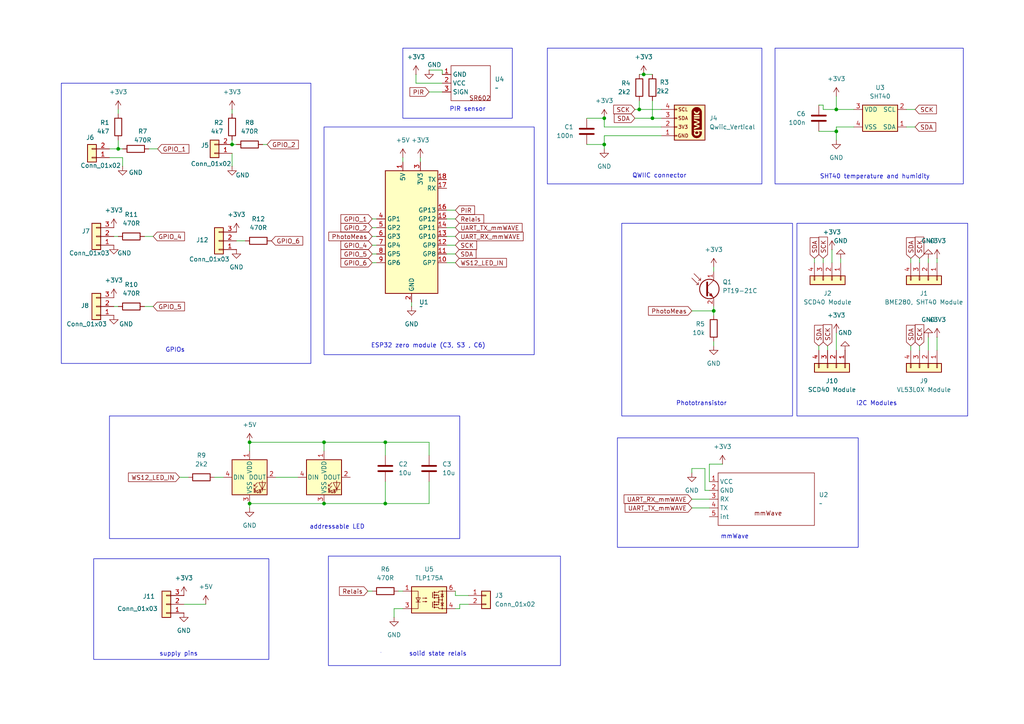
<source format=kicad_sch>
(kicad_sch
	(version 20250114)
	(generator "eeschema")
	(generator_version "9.0")
	(uuid "8aac3481-571f-4367-bd23-185f621364a9")
	(paper "A4")
	(lib_symbols
		(symbol "Device:C"
			(pin_numbers
				(hide yes)
			)
			(pin_names
				(offset 0.254)
			)
			(exclude_from_sim no)
			(in_bom yes)
			(on_board yes)
			(property "Reference" "C"
				(at 0.635 2.54 0)
				(effects
					(font
						(size 1.27 1.27)
					)
					(justify left)
				)
			)
			(property "Value" "C"
				(at 0.635 -2.54 0)
				(effects
					(font
						(size 1.27 1.27)
					)
					(justify left)
				)
			)
			(property "Footprint" ""
				(at 0.9652 -3.81 0)
				(effects
					(font
						(size 1.27 1.27)
					)
					(hide yes)
				)
			)
			(property "Datasheet" "~"
				(at 0 0 0)
				(effects
					(font
						(size 1.27 1.27)
					)
					(hide yes)
				)
			)
			(property "Description" "Unpolarized capacitor"
				(at 0 0 0)
				(effects
					(font
						(size 1.27 1.27)
					)
					(hide yes)
				)
			)
			(property "ki_keywords" "cap capacitor"
				(at 0 0 0)
				(effects
					(font
						(size 1.27 1.27)
					)
					(hide yes)
				)
			)
			(property "ki_fp_filters" "C_*"
				(at 0 0 0)
				(effects
					(font
						(size 1.27 1.27)
					)
					(hide yes)
				)
			)
			(symbol "C_0_1"
				(polyline
					(pts
						(xy -2.032 0.762) (xy 2.032 0.762)
					)
					(stroke
						(width 0.508)
						(type default)
					)
					(fill
						(type none)
					)
				)
				(polyline
					(pts
						(xy -2.032 -0.762) (xy 2.032 -0.762)
					)
					(stroke
						(width 0.508)
						(type default)
					)
					(fill
						(type none)
					)
				)
			)
			(symbol "C_1_1"
				(pin passive line
					(at 0 3.81 270)
					(length 2.794)
					(name "~"
						(effects
							(font
								(size 1.27 1.27)
							)
						)
					)
					(number "1"
						(effects
							(font
								(size 1.27 1.27)
							)
						)
					)
				)
				(pin passive line
					(at 0 -3.81 90)
					(length 2.794)
					(name "~"
						(effects
							(font
								(size 1.27 1.27)
							)
						)
					)
					(number "2"
						(effects
							(font
								(size 1.27 1.27)
							)
						)
					)
				)
			)
			(embedded_fonts no)
		)
		(symbol "Device:Q_Photo_NPN"
			(pin_names
				(offset 0)
				(hide yes)
			)
			(exclude_from_sim no)
			(in_bom yes)
			(on_board yes)
			(property "Reference" "Q"
				(at 5.08 1.27 0)
				(effects
					(font
						(size 1.27 1.27)
					)
					(justify left)
				)
			)
			(property "Value" "Q_Photo_NPN"
				(at 5.08 -1.27 0)
				(effects
					(font
						(size 1.27 1.27)
					)
					(justify left)
				)
			)
			(property "Footprint" ""
				(at 5.08 2.54 0)
				(effects
					(font
						(size 1.27 1.27)
					)
					(hide yes)
				)
			)
			(property "Datasheet" "~"
				(at 0 0 0)
				(effects
					(font
						(size 1.27 1.27)
					)
					(hide yes)
				)
			)
			(property "Description" "NPN phototransistor, collector/emitter"
				(at 0 0 0)
				(effects
					(font
						(size 1.27 1.27)
					)
					(hide yes)
				)
			)
			(property "ki_keywords" "phototransistor NPN"
				(at 0 0 0)
				(effects
					(font
						(size 1.27 1.27)
					)
					(hide yes)
				)
			)
			(symbol "Q_Photo_NPN_0_1"
				(polyline
					(pts
						(xy -3.81 3.175) (xy -1.905 1.27) (xy -1.905 1.905)
					)
					(stroke
						(width 0)
						(type default)
					)
					(fill
						(type none)
					)
				)
				(polyline
					(pts
						(xy -3.175 4.445) (xy -1.27 2.54) (xy -1.27 3.175)
					)
					(stroke
						(width 0)
						(type default)
					)
					(fill
						(type none)
					)
				)
				(polyline
					(pts
						(xy -1.905 1.27) (xy -2.54 1.27)
					)
					(stroke
						(width 0)
						(type default)
					)
					(fill
						(type none)
					)
				)
				(polyline
					(pts
						(xy -1.27 2.54) (xy -1.905 2.54)
					)
					(stroke
						(width 0)
						(type default)
					)
					(fill
						(type none)
					)
				)
				(polyline
					(pts
						(xy 0.635 1.905) (xy 0.635 -1.905) (xy 0.635 -1.905)
					)
					(stroke
						(width 0.508)
						(type default)
					)
					(fill
						(type none)
					)
				)
				(polyline
					(pts
						(xy 0.635 0.635) (xy 2.54 2.54)
					)
					(stroke
						(width 0)
						(type default)
					)
					(fill
						(type none)
					)
				)
				(polyline
					(pts
						(xy 0.635 -0.635) (xy 2.54 -2.54) (xy 2.54 -2.54)
					)
					(stroke
						(width 0)
						(type default)
					)
					(fill
						(type none)
					)
				)
				(circle
					(center 1.27 0)
					(radius 2.8194)
					(stroke
						(width 0.254)
						(type default)
					)
					(fill
						(type none)
					)
				)
				(polyline
					(pts
						(xy 1.27 -1.778) (xy 1.778 -1.27) (xy 2.286 -2.286) (xy 1.27 -1.778) (xy 1.27 -1.778)
					)
					(stroke
						(width 0)
						(type default)
					)
					(fill
						(type outline)
					)
				)
			)
			(symbol "Q_Photo_NPN_1_1"
				(pin passive line
					(at 2.54 5.08 270)
					(length 2.54)
					(name "C"
						(effects
							(font
								(size 1.27 1.27)
							)
						)
					)
					(number "1"
						(effects
							(font
								(size 1.27 1.27)
							)
						)
					)
				)
				(pin passive line
					(at 2.54 -5.08 90)
					(length 2.54)
					(name "E"
						(effects
							(font
								(size 1.27 1.27)
							)
						)
					)
					(number "2"
						(effects
							(font
								(size 1.27 1.27)
							)
						)
					)
				)
			)
			(embedded_fonts no)
		)
		(symbol "Device:R"
			(pin_numbers
				(hide yes)
			)
			(pin_names
				(offset 0)
			)
			(exclude_from_sim no)
			(in_bom yes)
			(on_board yes)
			(property "Reference" "R"
				(at 2.032 0 90)
				(effects
					(font
						(size 1.27 1.27)
					)
				)
			)
			(property "Value" "R"
				(at 0 0 90)
				(effects
					(font
						(size 1.27 1.27)
					)
				)
			)
			(property "Footprint" ""
				(at -1.778 0 90)
				(effects
					(font
						(size 1.27 1.27)
					)
					(hide yes)
				)
			)
			(property "Datasheet" "~"
				(at 0 0 0)
				(effects
					(font
						(size 1.27 1.27)
					)
					(hide yes)
				)
			)
			(property "Description" "Resistor"
				(at 0 0 0)
				(effects
					(font
						(size 1.27 1.27)
					)
					(hide yes)
				)
			)
			(property "ki_keywords" "R res resistor"
				(at 0 0 0)
				(effects
					(font
						(size 1.27 1.27)
					)
					(hide yes)
				)
			)
			(property "ki_fp_filters" "R_*"
				(at 0 0 0)
				(effects
					(font
						(size 1.27 1.27)
					)
					(hide yes)
				)
			)
			(symbol "R_0_1"
				(rectangle
					(start -1.016 -2.54)
					(end 1.016 2.54)
					(stroke
						(width 0.254)
						(type default)
					)
					(fill
						(type none)
					)
				)
			)
			(symbol "R_1_1"
				(pin passive line
					(at 0 3.81 270)
					(length 1.27)
					(name "~"
						(effects
							(font
								(size 1.27 1.27)
							)
						)
					)
					(number "1"
						(effects
							(font
								(size 1.27 1.27)
							)
						)
					)
				)
				(pin passive line
					(at 0 -3.81 90)
					(length 1.27)
					(name "~"
						(effects
							(font
								(size 1.27 1.27)
							)
						)
					)
					(number "2"
						(effects
							(font
								(size 1.27 1.27)
							)
						)
					)
				)
			)
			(embedded_fonts no)
		)
		(symbol "LED:WS2812B"
			(pin_names
				(offset 0.254)
			)
			(exclude_from_sim no)
			(in_bom yes)
			(on_board yes)
			(property "Reference" "D"
				(at 5.08 5.715 0)
				(effects
					(font
						(size 1.27 1.27)
					)
					(justify right bottom)
				)
			)
			(property "Value" "WS2812B"
				(at 1.27 -5.715 0)
				(effects
					(font
						(size 1.27 1.27)
					)
					(justify left top)
				)
			)
			(property "Footprint" "LED_SMD:LED_WS2812B_PLCC4_5.0x5.0mm_P3.2mm"
				(at 1.27 -7.62 0)
				(effects
					(font
						(size 1.27 1.27)
					)
					(justify left top)
					(hide yes)
				)
			)
			(property "Datasheet" "https://cdn-shop.adafruit.com/datasheets/WS2812B.pdf"
				(at 2.54 -9.525 0)
				(effects
					(font
						(size 1.27 1.27)
					)
					(justify left top)
					(hide yes)
				)
			)
			(property "Description" "RGB LED with integrated controller"
				(at 0 0 0)
				(effects
					(font
						(size 1.27 1.27)
					)
					(hide yes)
				)
			)
			(property "ki_keywords" "RGB LED NeoPixel addressable"
				(at 0 0 0)
				(effects
					(font
						(size 1.27 1.27)
					)
					(hide yes)
				)
			)
			(property "ki_fp_filters" "LED*WS2812*PLCC*5.0x5.0mm*P3.2mm*"
				(at 0 0 0)
				(effects
					(font
						(size 1.27 1.27)
					)
					(hide yes)
				)
			)
			(symbol "WS2812B_0_0"
				(text "RGB"
					(at 2.286 -4.191 0)
					(effects
						(font
							(size 0.762 0.762)
						)
					)
				)
			)
			(symbol "WS2812B_0_1"
				(polyline
					(pts
						(xy 1.27 -2.54) (xy 1.778 -2.54)
					)
					(stroke
						(width 0)
						(type default)
					)
					(fill
						(type none)
					)
				)
				(polyline
					(pts
						(xy 1.27 -3.556) (xy 1.778 -3.556)
					)
					(stroke
						(width 0)
						(type default)
					)
					(fill
						(type none)
					)
				)
				(polyline
					(pts
						(xy 2.286 -1.524) (xy 1.27 -2.54) (xy 1.27 -2.032)
					)
					(stroke
						(width 0)
						(type default)
					)
					(fill
						(type none)
					)
				)
				(polyline
					(pts
						(xy 2.286 -2.54) (xy 1.27 -3.556) (xy 1.27 -3.048)
					)
					(stroke
						(width 0)
						(type default)
					)
					(fill
						(type none)
					)
				)
				(polyline
					(pts
						(xy 3.683 -1.016) (xy 3.683 -3.556) (xy 3.683 -4.064)
					)
					(stroke
						(width 0)
						(type default)
					)
					(fill
						(type none)
					)
				)
				(polyline
					(pts
						(xy 4.699 -1.524) (xy 2.667 -1.524) (xy 3.683 -3.556) (xy 4.699 -1.524)
					)
					(stroke
						(width 0)
						(type default)
					)
					(fill
						(type none)
					)
				)
				(polyline
					(pts
						(xy 4.699 -3.556) (xy 2.667 -3.556)
					)
					(stroke
						(width 0)
						(type default)
					)
					(fill
						(type none)
					)
				)
				(rectangle
					(start 5.08 5.08)
					(end -5.08 -5.08)
					(stroke
						(width 0.254)
						(type default)
					)
					(fill
						(type background)
					)
				)
			)
			(symbol "WS2812B_1_1"
				(pin input line
					(at -7.62 0 0)
					(length 2.54)
					(name "DIN"
						(effects
							(font
								(size 1.27 1.27)
							)
						)
					)
					(number "4"
						(effects
							(font
								(size 1.27 1.27)
							)
						)
					)
				)
				(pin power_in line
					(at 0 7.62 270)
					(length 2.54)
					(name "VDD"
						(effects
							(font
								(size 1.27 1.27)
							)
						)
					)
					(number "1"
						(effects
							(font
								(size 1.27 1.27)
							)
						)
					)
				)
				(pin power_in line
					(at 0 -7.62 90)
					(length 2.54)
					(name "VSS"
						(effects
							(font
								(size 1.27 1.27)
							)
						)
					)
					(number "3"
						(effects
							(font
								(size 1.27 1.27)
							)
						)
					)
				)
				(pin output line
					(at 7.62 0 180)
					(length 2.54)
					(name "DOUT"
						(effects
							(font
								(size 1.27 1.27)
							)
						)
					)
					(number "2"
						(effects
							(font
								(size 1.27 1.27)
							)
						)
					)
				)
			)
			(embedded_fonts no)
		)
		(symbol "PCM_SparkFun-Connector:Conn_01x02_P2.54mm"
			(pin_names
				(offset 1.016)
				(hide yes)
			)
			(exclude_from_sim no)
			(in_bom yes)
			(on_board yes)
			(property "Reference" "J"
				(at 0 2.54 0)
				(effects
					(font
						(size 1.27 1.27)
					)
				)
			)
			(property "Value" "Conn_01x02"
				(at 0 -5.08 0)
				(effects
					(font
						(size 1.27 1.27)
					)
				)
			)
			(property "Footprint" "PCM_SparkFun-Connector:1x02_P2.54mm"
				(at 0 -7.62 0)
				(effects
					(font
						(size 1.27 1.27)
					)
					(hide yes)
				)
			)
			(property "Datasheet" "~"
				(at 0 -8.89 0)
				(effects
					(font
						(size 1.27 1.27)
					)
					(hide yes)
				)
			)
			(property "Description" "Basic 0.1\" PTH"
				(at 0 -11.43 0)
				(effects
					(font
						(size 1.27 1.27)
					)
					(hide yes)
				)
			)
			(property "ki_keywords" "SparkFun connector"
				(at 0 0 0)
				(effects
					(font
						(size 1.27 1.27)
					)
					(hide yes)
				)
			)
			(property "ki_fp_filters" "Connector*:*_1x??_*"
				(at 0 0 0)
				(effects
					(font
						(size 1.27 1.27)
					)
					(hide yes)
				)
			)
			(symbol "Conn_01x02_P2.54mm_1_1"
				(rectangle
					(start -1.27 1.27)
					(end 1.27 -3.81)
					(stroke
						(width 0.254)
						(type default)
					)
					(fill
						(type background)
					)
				)
				(rectangle
					(start -1.27 0.127)
					(end 0 -0.127)
					(stroke
						(width 0.1524)
						(type default)
					)
					(fill
						(type none)
					)
				)
				(rectangle
					(start -1.27 -2.413)
					(end 0 -2.667)
					(stroke
						(width 0.1524)
						(type default)
					)
					(fill
						(type none)
					)
				)
				(pin passive line
					(at -5.08 0 0)
					(length 3.81)
					(name "Pin_1"
						(effects
							(font
								(size 1.27 1.27)
							)
						)
					)
					(number "1"
						(effects
							(font
								(size 1.27 1.27)
							)
						)
					)
				)
				(pin passive line
					(at -5.08 -2.54 0)
					(length 3.81)
					(name "Pin_2"
						(effects
							(font
								(size 1.27 1.27)
							)
						)
					)
					(number "2"
						(effects
							(font
								(size 1.27 1.27)
							)
						)
					)
				)
			)
			(embedded_fonts no)
		)
		(symbol "PCM_SparkFun-Connector:Conn_01x03_P2.54mm"
			(pin_names
				(offset 1.016)
				(hide yes)
			)
			(exclude_from_sim no)
			(in_bom yes)
			(on_board yes)
			(property "Reference" "J"
				(at 0 5.08 0)
				(effects
					(font
						(size 1.27 1.27)
					)
				)
			)
			(property "Value" "Conn_01x03"
				(at 0 -5.08 0)
				(effects
					(font
						(size 1.27 1.27)
					)
				)
			)
			(property "Footprint" "PCM_SparkFun-Connector:1x03_P2.54mm"
				(at 0 -7.62 0)
				(effects
					(font
						(size 1.27 1.27)
					)
					(hide yes)
				)
			)
			(property "Datasheet" "~"
				(at 0 -8.89 0)
				(effects
					(font
						(size 1.27 1.27)
					)
					(hide yes)
				)
			)
			(property "Description" "Basic 0.1\" PTH"
				(at 0 -11.43 0)
				(effects
					(font
						(size 1.27 1.27)
					)
					(hide yes)
				)
			)
			(property "ki_keywords" "SparkFun connector"
				(at 0 0 0)
				(effects
					(font
						(size 1.27 1.27)
					)
					(hide yes)
				)
			)
			(property "ki_fp_filters" "Connector*:*_1x??_*"
				(at 0 0 0)
				(effects
					(font
						(size 1.27 1.27)
					)
					(hide yes)
				)
			)
			(symbol "Conn_01x03_P2.54mm_1_1"
				(rectangle
					(start -1.27 3.81)
					(end 1.27 -3.81)
					(stroke
						(width 0.254)
						(type default)
					)
					(fill
						(type background)
					)
				)
				(rectangle
					(start -1.27 2.667)
					(end 0 2.413)
					(stroke
						(width 0.1524)
						(type default)
					)
					(fill
						(type none)
					)
				)
				(rectangle
					(start -1.27 0.127)
					(end 0 -0.127)
					(stroke
						(width 0.1524)
						(type default)
					)
					(fill
						(type none)
					)
				)
				(rectangle
					(start -1.27 -2.413)
					(end 0 -2.667)
					(stroke
						(width 0.1524)
						(type default)
					)
					(fill
						(type none)
					)
				)
				(pin passive line
					(at -5.08 2.54 0)
					(length 3.81)
					(name "Pin_1"
						(effects
							(font
								(size 1.27 1.27)
							)
						)
					)
					(number "1"
						(effects
							(font
								(size 1.27 1.27)
							)
						)
					)
				)
				(pin passive line
					(at -5.08 0 0)
					(length 3.81)
					(name "Pin_2"
						(effects
							(font
								(size 1.27 1.27)
							)
						)
					)
					(number "2"
						(effects
							(font
								(size 1.27 1.27)
							)
						)
					)
				)
				(pin passive line
					(at -5.08 -2.54 0)
					(length 3.81)
					(name "Pin_3"
						(effects
							(font
								(size 1.27 1.27)
							)
						)
					)
					(number "3"
						(effects
							(font
								(size 1.27 1.27)
							)
						)
					)
				)
			)
			(embedded_fonts no)
		)
		(symbol "PCM_SparkFun-Connector:Conn_01x04_P2.54mm"
			(pin_names
				(offset 1.016)
				(hide yes)
			)
			(exclude_from_sim no)
			(in_bom yes)
			(on_board yes)
			(property "Reference" "J"
				(at 0 5.08 0)
				(effects
					(font
						(size 1.27 1.27)
					)
				)
			)
			(property "Value" "Conn_01x04"
				(at 0 -7.62 0)
				(effects
					(font
						(size 1.27 1.27)
					)
				)
			)
			(property "Footprint" "PCM_SparkFun-Connector:1x04_P2.54mm"
				(at 0 -10.16 0)
				(effects
					(font
						(size 1.27 1.27)
					)
					(hide yes)
				)
			)
			(property "Datasheet" "~"
				(at 0 -12.7 0)
				(effects
					(font
						(size 1.27 1.27)
					)
					(hide yes)
				)
			)
			(property "Description" "Basic 0.1\" PTH"
				(at 0 -15.24 0)
				(effects
					(font
						(size 1.27 1.27)
					)
					(hide yes)
				)
			)
			(property "ki_keywords" "SparkFun connector"
				(at 0 0 0)
				(effects
					(font
						(size 1.27 1.27)
					)
					(hide yes)
				)
			)
			(property "ki_fp_filters" "Connector*:*_1x??_*"
				(at 0 0 0)
				(effects
					(font
						(size 1.27 1.27)
					)
					(hide yes)
				)
			)
			(symbol "Conn_01x04_P2.54mm_1_1"
				(rectangle
					(start -1.27 3.81)
					(end 1.27 -6.35)
					(stroke
						(width 0.254)
						(type default)
					)
					(fill
						(type background)
					)
				)
				(rectangle
					(start -1.27 2.667)
					(end 0 2.413)
					(stroke
						(width 0.1524)
						(type default)
					)
					(fill
						(type none)
					)
				)
				(rectangle
					(start -1.27 0.127)
					(end 0 -0.127)
					(stroke
						(width 0.1524)
						(type default)
					)
					(fill
						(type none)
					)
				)
				(rectangle
					(start -1.27 -2.413)
					(end 0 -2.667)
					(stroke
						(width 0.1524)
						(type default)
					)
					(fill
						(type none)
					)
				)
				(rectangle
					(start -1.27 -4.953)
					(end 0 -5.207)
					(stroke
						(width 0.1524)
						(type default)
					)
					(fill
						(type none)
					)
				)
				(pin passive line
					(at -5.08 2.54 0)
					(length 3.81)
					(name "Pin_1"
						(effects
							(font
								(size 1.27 1.27)
							)
						)
					)
					(number "1"
						(effects
							(font
								(size 1.27 1.27)
							)
						)
					)
				)
				(pin passive line
					(at -5.08 0 0)
					(length 3.81)
					(name "Pin_2"
						(effects
							(font
								(size 1.27 1.27)
							)
						)
					)
					(number "2"
						(effects
							(font
								(size 1.27 1.27)
							)
						)
					)
				)
				(pin passive line
					(at -5.08 -2.54 0)
					(length 3.81)
					(name "Pin_3"
						(effects
							(font
								(size 1.27 1.27)
							)
						)
					)
					(number "3"
						(effects
							(font
								(size 1.27 1.27)
							)
						)
					)
				)
				(pin passive line
					(at -5.08 -5.08 0)
					(length 3.81)
					(name "Pin_4"
						(effects
							(font
								(size 1.27 1.27)
							)
						)
					)
					(number "4"
						(effects
							(font
								(size 1.27 1.27)
							)
						)
					)
				)
			)
			(embedded_fonts no)
		)
		(symbol "PCM_SparkFun-Connector:Qwiic_Vertical"
			(pin_names
				(offset 1.016)
				(hide yes)
			)
			(exclude_from_sim no)
			(in_bom yes)
			(on_board yes)
			(property "Reference" "J"
				(at 0 5.08 0)
				(effects
					(font
						(size 1.27 1.27)
					)
				)
			)
			(property "Value" "Qwiic_Vertical"
				(at 0 -7.62 0)
				(effects
					(font
						(size 1.27 1.27)
					)
				)
			)
			(property "Footprint" "PCM_SparkFun-Connector:JST_1x04_P1.0mm_Vertical_SMD"
				(at 0 -12.7 0)
				(effects
					(font
						(size 1.27 1.27)
					)
					(hide yes)
				)
			)
			(property "Datasheet" "https://www.jst-mfg.com/product/pdf/eng/eSH.pdf"
				(at 0 -15.24 0)
				(effects
					(font
						(size 1.27 1.27)
					)
					(hide yes)
				)
			)
			(property "Description" "4 pin JST 1mm polarized connector for I2C"
				(at 0 -17.78 0)
				(effects
					(font
						(size 1.27 1.27)
					)
					(hide yes)
				)
			)
			(property "PROD_ID" "CONN-14483"
				(at 0 -10.16 0)
				(effects
					(font
						(size 1.27 1.27)
					)
					(hide yes)
				)
			)
			(property "ki_keywords" "SparkFun connector"
				(at 0 0 0)
				(effects
					(font
						(size 1.27 1.27)
					)
					(hide yes)
				)
			)
			(property "ki_fp_filters" "Connector*:*_1x??_*"
				(at 0 0 0)
				(effects
					(font
						(size 1.27 1.27)
					)
					(hide yes)
				)
			)
			(symbol "Qwiic_Vertical_0_0"
				(polyline
					(pts
						(xy 5.6514 -4.1459) (xy 5.6299 -4.0654) (xy 5.5924 -3.9985) (xy 5.5373 -3.9428) (xy 5.4632 -3.8962)
						(xy 5.4394 -3.8843) (xy 5.402 -3.8678) (xy 5.3681 -3.8578) (xy 5.3294 -3.8521) (xy 5.2774 -3.8485)
						(xy 5.2184 -3.8474) (xy 5.1227 -3.8564) (xy 5.0405 -3.8803) (xy 4.9695 -3.9199) (xy 4.9078 -3.9759)
						(xy 4.8937 -3.9923) (xy 4.8535 -4.0549) (xy 4.8308 -4.124) (xy 4.8237 -4.2048) (xy 4.8239 -4.222)
						(xy 4.8343 -4.3011) (xy 4.8608 -4.3692) (xy 4.9051 -4.4308) (xy 4.9328 -4.4589) (xy 5.0009 -4.509)
						(xy 5.0793 -4.5424) (xy 5.1699 -4.5595) (xy 5.2745 -4.5612) (xy 5.3262 -4.5564) (xy 5.4199 -4.5347)
						(xy 5.4992 -4.4971) (xy 5.5638 -4.444) (xy 5.6131 -4.3757) (xy 5.6467 -4.2926) (xy 5.65 -4.2788)
						(xy 5.656 -4.2325) (xy 5.6563 -4.1875) (xy 5.6514 -4.1459)
					)
					(stroke
						(width 0.01)
						(type default)
					)
					(fill
						(type outline)
					)
				)
				(polyline
					(pts
						(xy 6.6693 -0.6791) (xy 6.666 1.9332) (xy 6.6418 2.0386) (xy 6.6301 2.0866) (xy 6.5791 2.2527)
						(xy 6.5141 2.404) (xy 6.4337 2.5432) (xy 6.3364 2.673) (xy 6.2208 2.7959) (xy 6.1699 2.8428) (xy 6.0305 2.9527)
						(xy 5.8839 3.0422) (xy 5.7295 3.1115) (xy 5.5668 3.1608) (xy 5.3953 3.1902) (xy 5.2146 3.1999)
						(xy 5.1695 3.1994) (xy 5.0056 3.1868) (xy 4.8507 3.1568) (xy 4.7006 3.1083) (xy 4.5508 3.0404)
						(xy 4.5104 3.0187) (xy 4.3609 2.9237) (xy 4.2262 2.8129) (xy 4.1067 2.6872) (xy 4.0032 2.5475)
						(xy 3.9162 2.3947) (xy 3.8466 2.2295) (xy 3.7947 2.0528) (xy 3.7931 2.0453) (xy 3.7912 2.0356)
						(xy 3.7895 2.0242) (xy 3.7879 2.0106) (xy 3.7864 1.9938) (xy 3.785 1.9733) (xy 3.7837 1.9481)
						(xy 3.7825 1.9176) (xy 3.7815 1.8811) (xy 3.7805 1.8377) (xy 3.7796 1.7868) (xy 3.7789 1.7275)
						(xy 3.7781 1.6592) (xy 3.7775 1.5811) (xy 3.777 1.4925) (xy 3.7765 1.3925) (xy 3.7761 1.2805)
						(xy 3.7757 1.1557) (xy 3.7754 1.0174) (xy 3.7751 0.8648) (xy 3.7749 0.6972) (xy 3.7748 0.5138)
						(xy 3.7746 0.3139) (xy 3.7745 0.0967) (xy 3.7745 -0.1385) (xy 3.7744 -0.3925) (xy 3.7744 -0.666)
						(xy 3.7744 -0.9597) (xy 3.7744 -1.2744) (xy 3.7744 -4.5147) (xy 3.8041 -4.6318) (xy 3.8237 -4.7026)
						(xy 3.8837 -4.868) (xy 3.9606 -5.0206) (xy 4.0556 -5.1623) (xy 4.1695 -5.2947) (xy 4.2945 -5.4115)
						(xy 4.4355 -5.5159) (xy 4.5859 -5.6007) (xy 4.7459 -5.6661) (xy 4.916 -5.7122) (xy 5.0965 -5.7394)
						(xy 5.2571 -5.7442) (xy 5.4226 -5.7293) (xy 5.5891 -5.6949) (xy 5.7533 -5.6416) (xy 5.8236 -5.6121)
						(xy 5.9729 -5.5329) (xy 6.1112 -5.4365) (xy 6.237 -5.3244) (xy 6.3494 -5.1984) (xy 6.4469 -5.0601)
						(xy 6.5284 -4.9112) (xy 6.5926 -4.7532) (xy 6.6384 -4.5879) (xy 6.6645 -4.4168) (xy 6.6652 -4.405)
						(xy 6.6664 -4.3703) (xy 6.6676 -4.3199) (xy 6.6687 -4.2572) (xy 6.6696 -4.1859) (xy 6.6703 -4.1097)
						(xy 6.6721 -3.846) (xy 6.2655 -3.846) (xy 5.8589 -3.846) (xy 5.9219 -3.9104) (xy 5.9349 -3.9241)
						(xy 6.0001 -4.0112) (xy 6.0471 -4.1097) (xy 6.0754 -4.2189) (xy 6.085 -4.338) (xy 6.0781 -4.4509)
						(xy 6.0523 -4.5755) (xy 6.0066 -4.6941) (xy 5.952 -4.7864) (xy 5.8765 -4.8752) (xy 5.7858 -4.9517)
						(xy 5.6826 -5.0132) (xy 5.6313 -5.0372) (xy 5.5644 -5.0638) (xy 5.4981 -5.0834) (xy 5.4249 -5.0981)
						(xy 5.3375 -5.1098) (xy 5.2452 -5.1158) (xy 5.122 -5.1113) (xy 5.0004 -5.0938) (xy 4.8864 -5.0641)
						(xy 4.7856 -5.0232) (xy 4.6831 -4.9619) (xy 4.5878 -4.8817) (xy 4.5089 -4.7878) (xy 4.4472 -4.6811)
						(xy 4.4036 -4.5627) (xy 4.4031 -4.5611) (xy 4.3912 -4.4987) (xy 4.3845 -4.4244) (xy 4.3831 -4.3446)
						(xy 4.3869 -4.2661) (xy 4.3957 -4.1956) (xy 4.4094 -4.1396) (xy 4.4322 -4.082) (xy 4.485 -3.9879)
						(xy 4.5552 -3.9031) (xy 4.6109 -3.846) (xy 4.5052 -3.846) (xy 4.3996 -3.846) (xy 4.3996 -3.5687)
						(xy 4.3996 -3.2914) (xy 4.405 -3.2914) (xy 4.405 -3.2023) (xy 4.4021 -2.9296) (xy 4.4018 -2.8964)
						(xy 4.4015 -2.8076) (xy 4.4023 -2.7393) (xy 4.4041 -2.6908) (xy 4.407 -2.6611) (xy 4.4111 -2.6495)
						(xy 4.4137 -2.6484) (xy 4.434 -2.6418) (xy 4.4723 -2.6298) (xy 4.5268 -2.6132) (xy 4.5954 -2.5924)
						(xy 4.6761 -2.5683) (xy 4.767 -2.5412) (xy 4.866 -2.5118) (xy 4.9713 -2.4808) (xy 5.0173 -2.4672)
						(xy 5.119 -2.4369) (xy 5.2131 -2.4086) (xy 5.2977 -2.3828) (xy 5.3709 -2.3601) (xy 5.4307 -2.3411)
						(xy 5.4753 -2.3264) (xy 5.5029 -2.3166) (xy 5.5114 -2.3123) (xy 5.505 -2.3098) (xy 5.4796 -2.3016)
						(xy 5.4371 -2.2885) (xy 5.3794 -2.2711) (xy 5.3088 -2.2502) (xy 5.2275 -2.2264) (xy 5.1375 -2.2002)
						(xy 5.0411 -2.1724) (xy 4.9851 -2.1562) (xy 4.8864 -2.1278) (xy 4.7926 -2.1007) (xy 4.7062 -2.0757)
						(xy 4.63 -2.0536) (xy 4.5666 -2.0351) (xy 4.5187 -2.0211) (xy 4.4891 -2.0123) (xy 4.3992 -1.9852)
						(xy 4.4021 -1.7229) (xy 4.405 -1.4606) (xy 4.5844 -1.4084) (xy 4.6163 -1.3992) (xy 4.7739 -1.3533)
						(xy 4.9121 -1.3131) (xy 5.0321 -1.278) (xy 5.1352 -1.2478) (xy 5.2224 -1.2221) (xy 5.2951 -1.2004)
						(xy 5.3545 -1.1824) (xy 5.4018 -1.1676) (xy 5.4382 -1.1558) (xy 5.465 -1.1465) (xy 5.4834 -1.1392)
						(xy 5.4945 -1.1338) (xy 5.4997 -1.1296) (xy 5.5001 -1.1264) (xy 5.497 -1.1238) (xy 5.4915 -1.1214)
						(xy 5.4896 -1.1207) (xy 5.4687 -1.114) (xy 5.4296 -1.1019) (xy 5.3743 -1.0851) (xy 5.3049 -1.0643)
						(xy 5.2237 -1.04) (xy 5.1326 -1.013) (xy 5.0339 -0.9838) (xy 4.9297 -0.9531) (xy 4.3996 -0.7973)
						(xy 4.3996 -0.533) (xy 4.3997 -0.479) (xy 4.4004 -0.4111) (xy 4.4015 -0.3532) (xy 4.4029 -0.3082)
						(xy 4.4047 -0.279) (xy 4.4066 -0.2687) (xy 4.409 -0.2694) (xy 4.4284 -0.2761) (xy 4.4661 -0.2895)
						(xy 4.5204 -0.309) (xy 4.5899 -0.3341) (xy 4.6729 -0.3642) (xy 4.7681 -0.3988) (xy 4.8737 -0.4372)
						(xy 4.9883 -0.479) (xy 5.1104 -0.5236) (xy 5.2384 -0.5703) (xy 6.0632 -0.872) (xy 6.0632 -0.1926)
						(xy 5.2314 -0.1926) (xy 4.3996 -0.1926) (xy 4.3996 0.0793) (xy 4.3996 0.3511) (xy 5.2314 0.3511)
						(xy 6.0632 0.3511) (xy 6.0632 0.4598) (xy 5.2314 0.4598) (xy 4.3996 0.4598) (xy 4.3996 0.7317)
						(xy 4.3996 1.0035) (xy 5.2314 1.0035) (xy 5.2368 1.0035) (xy 5.2368 1.1177) (xy 5.1465 1.1192)
						(xy 5.0667 1.1248) (xy 4.9975 1.1357) (xy 4.9332 1.1532) (xy 4.8683 1.1784) (xy 4.7971 1.2126)
						(xy 4.7662 1.2298) (xy 4.6808 1.2903) (xy 4.6008 1.3651) (xy 4.5314 1.4489) (xy 4.4781 1.5363)
						(xy 4.4686 1.5557) (xy 4.4306 1.6462) (xy 4.4052 1.7353) (xy 4.3905 1.8304) (xy 4.385 1.9386)
						(xy 4.3833 2.0745) (xy 4.6089 2.0775) (xy 4.8345 2.0804) (xy 4.8348 1.9959) (xy 4.8368 1.9483)
						(xy 4.8488 1.8858) (xy 4.8738 1.8316) (xy 4.9144 1.7788) (xy 4.9734 1.7289) (xy 5.0458 1.6921)
						(xy 5.1277 1.6689) (xy 5.215 1.6593) (xy 5.3038 1.6635) (xy 5.3902 1.6815) (xy 5.4702 1.7136)
						(xy 5.54 1.7597) (xy 5.5733 1.7923) (xy 5.6073 1.844) (xy 5.628 1.9066) (xy 5.6372 1.9843) (xy 5.6418 2.0804)
						(xy 5.8607 2.0775) (xy 6.0795 2.0745) (xy 6.0811 1.9712) (xy 6.0811 1.9207) (xy 6.0739 1.8134)
						(xy 6.0554 1.7157) (xy 6.024 1.6204) (xy 5.9781 1.5204) (xy 5.9341 1.4457) (xy 5.8571 1.3499)
						(xy 5.7651 1.2695) (xy 5.6591 1.2056) (xy 5.6251 1.1892) (xy 5.5646 1.1627) (xy 5.5097 1.1435)
						(xy 5.4549 1.1305) (xy 5.3948 1.1226) (xy 5.3239 1.1188) (xy 5.2368 1.1177) (xy 5.2368 1.0035)
						(xy 6.0632 1.0035) (xy 6.0632 0.7317) (xy 6.0632 0.4598) (xy 6.0632 0.3511) (xy 6.0632 0.0793)
						(xy 6.0632 -0.1926) (xy 6.0632 -0.872) (xy 6.0632 -1.1439) (xy 6.0632 -1.4158) (xy 5.552 -1.5728)
						(xy 5.5357 -1.5778) (xy 5.4361 -1.6086) (xy 5.3436 -1.6376) (xy 5.2603 -1.6641) (xy 5.1881 -1.6874)
						(xy 5.129 -1.707) (xy 5.0848 -1.7222) (xy 5.0575 -1.7324) (xy 5.0491 -1.7369) (xy 5.0493 -1.737)
						(xy 5.0624 -1.742) (xy 5.094 -1.7527) (xy 5.1423 -1.7684) (xy 5.2051 -1.7886) (xy 5.2803 -1.8124)
						(xy 5.3659 -1.8394) (xy 5.46 -1.8688) (xy 5.5603 -1.9) (xy 6.0632 -2.0559) (xy 6.063 -2.3284)
						(xy 6.0628 -2.601) (xy 5.2339 -2.9017) (xy 4.405 -3.2023) (xy 4.405 -3.2914) (xy 5.5361 -3.2914)
						(xy 6.6725 -3.2914) (xy 6.6693 -0.6791)
					)
					(stroke
						(width 0.01)
						(type default)
					)
					(fill
						(type outline)
					)
				)
			)
			(symbol "Qwiic_Vertical_1_1"
				(rectangle
					(start -1.27 3.81)
					(end 7.62 -6.35)
					(stroke
						(width 0.254)
						(type default)
					)
					(fill
						(type background)
					)
				)
				(rectangle
					(start -1.27 2.667)
					(end -0.508 2.413)
					(stroke
						(width 0.1524)
						(type default)
					)
					(fill
						(type none)
					)
				)
				(rectangle
					(start -1.27 0.127)
					(end -0.508 -0.127)
					(stroke
						(width 0.1524)
						(type default)
					)
					(fill
						(type none)
					)
				)
				(rectangle
					(start -1.27 -2.413)
					(end -0.508 -2.667)
					(stroke
						(width 0.1524)
						(type default)
					)
					(fill
						(type none)
					)
				)
				(rectangle
					(start -1.27 -4.953)
					(end -0.508 -5.207)
					(stroke
						(width 0.1524)
						(type default)
					)
					(fill
						(type none)
					)
				)
				(text "SCL"
					(at 1.27 2.54 0)
					(effects
						(font
							(size 1 1)
						)
					)
				)
				(text "SDA"
					(at 1.27 0 0)
					(effects
						(font
							(size 1 1)
						)
					)
				)
				(text "3V3"
					(at 1.27 -2.54 0)
					(effects
						(font
							(size 1 1)
						)
					)
				)
				(text "GND"
					(at 1.27 -5.08 0)
					(effects
						(font
							(size 1 1)
						)
					)
				)
				(pin passive line
					(at -5.08 2.54 0)
					(length 3.81)
					(name "Pin_4"
						(effects
							(font
								(size 1.27 1.27)
							)
						)
					)
					(number "4"
						(effects
							(font
								(size 1.27 1.27)
							)
						)
					)
				)
				(pin passive line
					(at -5.08 0 0)
					(length 3.81)
					(name "Pin_3"
						(effects
							(font
								(size 1.27 1.27)
							)
						)
					)
					(number "3"
						(effects
							(font
								(size 1.27 1.27)
							)
						)
					)
				)
				(pin passive line
					(at -5.08 -2.54 0)
					(length 3.81)
					(name "Pin_2"
						(effects
							(font
								(size 1.27 1.27)
							)
						)
					)
					(number "2"
						(effects
							(font
								(size 1.27 1.27)
							)
						)
					)
				)
				(pin passive line
					(at -5.08 -5.08 0)
					(length 3.81)
					(name "Pin_1"
						(effects
							(font
								(size 1.27 1.27)
							)
						)
					)
					(number "1"
						(effects
							(font
								(size 1.27 1.27)
							)
						)
					)
				)
				(pin no_connect line
					(at 2.54 3.81 270)
					(length 2.54)
					(hide yes)
					(name "NC"
						(effects
							(font
								(size 1.27 1.27)
							)
						)
					)
					(number "NC1"
						(effects
							(font
								(size 1.27 1.27)
							)
						)
					)
				)
				(pin no_connect line
					(at 2.54 3.81 270)
					(length 2.54)
					(hide yes)
					(name "NC"
						(effects
							(font
								(size 1.27 1.27)
							)
						)
					)
					(number "NC2"
						(effects
							(font
								(size 1.27 1.27)
							)
						)
					)
				)
			)
			(embedded_fonts no)
		)
		(symbol "PCM_SparkFun-Sensor:SHT40"
			(exclude_from_sim no)
			(in_bom yes)
			(on_board yes)
			(property "Reference" "U"
				(at -3.81 5.08 0)
				(effects
					(font
						(size 1.27 1.27)
					)
				)
			)
			(property "Value" "SHT40"
				(at 2.54 5.08 0)
				(effects
					(font
						(size 1.27 1.27)
					)
				)
			)
			(property "Footprint" "PCM_SparkFun-Sensor:Sensirion_DFN-4_1.5x1.5mm_P0.8mm_SHT4x_NoCentralPad"
				(at 0 -6.35 0)
				(effects
					(font
						(size 1.27 1.27)
					)
					(hide yes)
				)
			)
			(property "Datasheet" "https://sensirion.com/media/documents/33FD6951/624C4357/Datasheet_SHT4x.pdf"
				(at 0 -8.89 0)
				(effects
					(font
						(size 1.27 1.27)
					)
					(hide yes)
				)
			)
			(property "Description" "Digital Humidity and Temperature Sensor, ±1%RH, ±0.1°C, I2C, 1.08-3.6V, 16bit, DFN-4"
				(at 0 -11.43 0)
				(effects
					(font
						(size 1.27 1.27)
					)
					(hide yes)
				)
			)
			(property "PROD_ID" "IC-..."
				(at 0 -13.97 0)
				(effects
					(font
						(size 1.27 1.27)
					)
					(hide yes)
				)
			)
			(property "ki_keywords" "Sensirion environment environmental measurement digital SHT40 SHT41 SHT45"
				(at 0 0 0)
				(effects
					(font
						(size 1.27 1.27)
					)
					(hide yes)
				)
			)
			(property "ki_fp_filters" "Sensirion?DFN*1.5x1.5mm*P0.8mm*SHT4x*"
				(at 0 0 0)
				(effects
					(font
						(size 1.27 1.27)
					)
					(hide yes)
				)
			)
			(symbol "SHT40_1_1"
				(rectangle
					(start -5.08 3.81)
					(end 5.08 -3.81)
					(stroke
						(width 0.254)
						(type default)
					)
					(fill
						(type background)
					)
				)
				(pin power_in line
					(at -7.62 2.54 0)
					(length 2.54)
					(name "VDD"
						(effects
							(font
								(size 1.27 1.27)
							)
						)
					)
					(number "3"
						(effects
							(font
								(size 1.27 1.27)
							)
						)
					)
				)
				(pin power_in line
					(at -7.62 -2.54 0)
					(length 2.54)
					(name "VSS"
						(effects
							(font
								(size 1.27 1.27)
							)
						)
					)
					(number "4"
						(effects
							(font
								(size 1.27 1.27)
							)
						)
					)
				)
				(pin input line
					(at 7.62 2.54 180)
					(length 2.54)
					(name "SCL"
						(effects
							(font
								(size 1.27 1.27)
							)
						)
					)
					(number "2"
						(effects
							(font
								(size 1.27 1.27)
							)
						)
					)
				)
				(pin bidirectional line
					(at 7.62 -2.54 180)
					(length 2.54)
					(name "SDA"
						(effects
							(font
								(size 1.27 1.27)
							)
						)
					)
					(number "1"
						(effects
							(font
								(size 1.27 1.27)
							)
						)
					)
				)
			)
			(embedded_fonts no)
		)
		(symbol "Relay_SolidState:TLP175A"
			(exclude_from_sim no)
			(in_bom yes)
			(on_board yes)
			(property "Reference" "U"
				(at -5.08 4.953 0)
				(effects
					(font
						(size 1.27 1.27)
					)
					(justify left)
				)
			)
			(property "Value" "TLP175A"
				(at -5.08 -5.08 0)
				(effects
					(font
						(size 1.27 1.27)
					)
					(justify left)
				)
			)
			(property "Footprint" "Package_SO:Toshiba_SOIC-4-6_4.4x3.6mm_P1.27mm"
				(at 0 -7.62 0)
				(effects
					(font
						(size 1.27 1.27)
						(italic yes)
					)
					(hide yes)
				)
			)
			(property "Datasheet" "https://toshiba.semicon-storage.com/info/docget.jsp?did=13665&prodName=TLP175A"
				(at 0 0 0)
				(effects
					(font
						(size 1.27 1.27)
					)
					(justify left)
					(hide yes)
				)
			)
			(property "Description" "MOSFET Photorelay 1-Form-A, Voff 60V, Ion 100mA, SOIC-4-6 (MFSOP-4-6)"
				(at 0 0 0)
				(effects
					(font
						(size 1.27 1.27)
					)
					(hide yes)
				)
			)
			(property "ki_keywords" "MOSFET Output Photorelay 1-Form-A"
				(at 0 0 0)
				(effects
					(font
						(size 1.27 1.27)
					)
					(hide yes)
				)
			)
			(property "ki_fp_filters" "Toshiba?SOIC*6?4.4x3.6mm?P1.27mm*"
				(at 0 0 0)
				(effects
					(font
						(size 1.27 1.27)
					)
					(hide yes)
				)
			)
			(symbol "TLP175A_0_1"
				(rectangle
					(start -5.08 3.81)
					(end 5.08 -3.81)
					(stroke
						(width 0.254)
						(type default)
					)
					(fill
						(type background)
					)
				)
				(polyline
					(pts
						(xy -5.08 2.54) (xy -3.175 2.54) (xy -3.175 -2.54) (xy -5.08 -2.54)
					)
					(stroke
						(width 0)
						(type default)
					)
					(fill
						(type none)
					)
				)
				(polyline
					(pts
						(xy -3.81 -0.635) (xy -2.54 -0.635)
					)
					(stroke
						(width 0)
						(type default)
					)
					(fill
						(type none)
					)
				)
				(polyline
					(pts
						(xy -3.175 -0.635) (xy -3.81 0.635) (xy -2.54 0.635) (xy -3.175 -0.635)
					)
					(stroke
						(width 0)
						(type default)
					)
					(fill
						(type none)
					)
				)
				(polyline
					(pts
						(xy -1.905 0.508) (xy -0.635 0.508) (xy -1.016 0.381) (xy -1.016 0.635) (xy -0.635 0.508)
					)
					(stroke
						(width 0)
						(type default)
					)
					(fill
						(type none)
					)
				)
				(polyline
					(pts
						(xy -1.905 -0.508) (xy -0.635 -0.508) (xy -1.016 -0.635) (xy -1.016 -0.381) (xy -0.635 -0.508)
					)
					(stroke
						(width 0)
						(type default)
					)
					(fill
						(type none)
					)
				)
				(polyline
					(pts
						(xy 1.016 2.159) (xy 1.016 0.635)
					)
					(stroke
						(width 0.2032)
						(type default)
					)
					(fill
						(type none)
					)
				)
				(polyline
					(pts
						(xy 1.016 -0.635) (xy 1.016 -2.159)
					)
					(stroke
						(width 0.2032)
						(type default)
					)
					(fill
						(type none)
					)
				)
				(polyline
					(pts
						(xy 1.524 2.286) (xy 1.524 2.032) (xy 1.524 2.032)
					)
					(stroke
						(width 0.3556)
						(type default)
					)
					(fill
						(type none)
					)
				)
				(polyline
					(pts
						(xy 1.524 1.524) (xy 1.524 1.27) (xy 1.524 1.27)
					)
					(stroke
						(width 0.3556)
						(type default)
					)
					(fill
						(type none)
					)
				)
				(polyline
					(pts
						(xy 1.524 0.762) (xy 1.524 0.508) (xy 1.524 0.508)
					)
					(stroke
						(width 0.3556)
						(type default)
					)
					(fill
						(type none)
					)
				)
				(polyline
					(pts
						(xy 1.524 -0.508) (xy 1.524 -0.762)
					)
					(stroke
						(width 0.3556)
						(type default)
					)
					(fill
						(type none)
					)
				)
				(polyline
					(pts
						(xy 1.524 -1.27) (xy 1.524 -1.524) (xy 1.524 -1.524)
					)
					(stroke
						(width 0.3556)
						(type default)
					)
					(fill
						(type none)
					)
				)
				(polyline
					(pts
						(xy 1.524 -2.032) (xy 1.524 -2.286) (xy 1.524 -2.286)
					)
					(stroke
						(width 0.3556)
						(type default)
					)
					(fill
						(type none)
					)
				)
				(polyline
					(pts
						(xy 1.651 2.159) (xy 2.794 2.159) (xy 2.794 2.54) (xy 5.08 2.54)
					)
					(stroke
						(width 0)
						(type default)
					)
					(fill
						(type none)
					)
				)
				(polyline
					(pts
						(xy 1.651 1.397) (xy 2.794 1.397) (xy 2.794 0.635)
					)
					(stroke
						(width 0)
						(type default)
					)
					(fill
						(type none)
					)
				)
				(polyline
					(pts
						(xy 1.651 -0.635) (xy 2.794 -0.635) (xy 2.794 0.635) (xy 1.651 0.635)
					)
					(stroke
						(width 0)
						(type default)
					)
					(fill
						(type none)
					)
				)
				(polyline
					(pts
						(xy 1.651 -1.397) (xy 2.794 -1.397) (xy 2.794 -0.635)
					)
					(stroke
						(width 0)
						(type default)
					)
					(fill
						(type none)
					)
				)
				(polyline
					(pts
						(xy 1.651 -2.159) (xy 2.794 -2.159) (xy 2.794 -2.54) (xy 5.08 -2.54)
					)
					(stroke
						(width 0)
						(type default)
					)
					(fill
						(type none)
					)
				)
				(polyline
					(pts
						(xy 1.778 1.397) (xy 2.286 1.524) (xy 2.286 1.27) (xy 1.778 1.397)
					)
					(stroke
						(width 0)
						(type default)
					)
					(fill
						(type none)
					)
				)
				(polyline
					(pts
						(xy 1.778 -1.397) (xy 2.286 -1.27) (xy 2.286 -1.524) (xy 1.778 -1.397)
					)
					(stroke
						(width 0)
						(type default)
					)
					(fill
						(type none)
					)
				)
				(circle
					(center 2.794 0.635)
					(radius 0.127)
					(stroke
						(width 0)
						(type default)
					)
					(fill
						(type none)
					)
				)
				(polyline
					(pts
						(xy 2.794 0) (xy 3.81 0)
					)
					(stroke
						(width 0)
						(type default)
					)
					(fill
						(type none)
					)
				)
				(circle
					(center 2.794 0)
					(radius 0.127)
					(stroke
						(width 0)
						(type default)
					)
					(fill
						(type none)
					)
				)
				(circle
					(center 2.794 -0.635)
					(radius 0.127)
					(stroke
						(width 0)
						(type default)
					)
					(fill
						(type none)
					)
				)
				(polyline
					(pts
						(xy 3.429 1.651) (xy 4.191 1.651)
					)
					(stroke
						(width 0)
						(type default)
					)
					(fill
						(type none)
					)
				)
				(polyline
					(pts
						(xy 3.429 -1.651) (xy 4.191 -1.651)
					)
					(stroke
						(width 0)
						(type default)
					)
					(fill
						(type none)
					)
				)
				(circle
					(center 3.81 2.54)
					(radius 0.127)
					(stroke
						(width 0)
						(type default)
					)
					(fill
						(type none)
					)
				)
				(polyline
					(pts
						(xy 3.81 1.651) (xy 3.429 0.889) (xy 4.191 0.889) (xy 3.81 1.651)
					)
					(stroke
						(width 0)
						(type default)
					)
					(fill
						(type none)
					)
				)
				(circle
					(center 3.81 0)
					(radius 0.127)
					(stroke
						(width 0)
						(type default)
					)
					(fill
						(type none)
					)
				)
				(polyline
					(pts
						(xy 3.81 -1.651) (xy 3.429 -0.889) (xy 4.191 -0.889) (xy 3.81 -1.651)
					)
					(stroke
						(width 0)
						(type default)
					)
					(fill
						(type none)
					)
				)
				(polyline
					(pts
						(xy 3.81 -2.54) (xy 3.81 2.54)
					)
					(stroke
						(width 0)
						(type default)
					)
					(fill
						(type none)
					)
				)
				(circle
					(center 3.81 -2.54)
					(radius 0.127)
					(stroke
						(width 0)
						(type default)
					)
					(fill
						(type none)
					)
				)
			)
			(symbol "TLP175A_1_1"
				(pin passive line
					(at -7.62 2.54 0)
					(length 2.54)
					(name "~"
						(effects
							(font
								(size 1.27 1.27)
							)
						)
					)
					(number "1"
						(effects
							(font
								(size 1.27 1.27)
							)
						)
					)
				)
				(pin passive line
					(at -7.62 -2.54 0)
					(length 2.54)
					(name "~"
						(effects
							(font
								(size 1.27 1.27)
							)
						)
					)
					(number "3"
						(effects
							(font
								(size 1.27 1.27)
							)
						)
					)
				)
				(pin passive line
					(at 7.62 2.54 180)
					(length 2.54)
					(name "~"
						(effects
							(font
								(size 1.27 1.27)
							)
						)
					)
					(number "6"
						(effects
							(font
								(size 1.27 1.27)
							)
						)
					)
				)
				(pin passive line
					(at 7.62 -2.54 180)
					(length 2.54)
					(name "~"
						(effects
							(font
								(size 1.27 1.27)
							)
						)
					)
					(number "4"
						(effects
							(font
								(size 1.27 1.27)
							)
						)
					)
				)
			)
			(embedded_fonts no)
		)
		(symbol "SymbolThomas:PIR_SR602"
			(exclude_from_sim no)
			(in_bom yes)
			(on_board yes)
			(property "Reference" "U"
				(at 11.43 -0.254 0)
				(effects
					(font
						(size 1.27 1.27)
					)
				)
			)
			(property "Value" ""
				(at 0 0 0)
				(effects
					(font
						(size 1.27 1.27)
					)
				)
			)
			(property "Footprint" ""
				(at 0 0 0)
				(effects
					(font
						(size 1.27 1.27)
					)
					(hide yes)
				)
			)
			(property "Datasheet" ""
				(at 0 0 0)
				(effects
					(font
						(size 1.27 1.27)
					)
					(hide yes)
				)
			)
			(property "Description" ""
				(at 0 0 0)
				(effects
					(font
						(size 1.27 1.27)
					)
					(hide yes)
				)
			)
			(symbol "PIR_SR602_0_1"
				(rectangle
					(start 2.54 2.54)
					(end 13.97 -7.62)
					(stroke
						(width 0)
						(type default)
					)
					(fill
						(type none)
					)
				)
			)
			(symbol "PIR_SR602_1_1"
				(text "SR602"
					(at 10.922 -6.858 0)
					(effects
						(font
							(size 1.27 1.27)
						)
					)
				)
				(pin power_out line
					(at 0 0 0)
					(length 2.54)
					(name "GND"
						(effects
							(font
								(size 1.27 1.27)
							)
						)
					)
					(number "1"
						(effects
							(font
								(size 1.27 1.27)
							)
						)
					)
				)
				(pin power_in line
					(at 0 -2.54 0)
					(length 2.54)
					(name "VCC"
						(effects
							(font
								(size 1.27 1.27)
							)
						)
					)
					(number "2"
						(effects
							(font
								(size 1.27 1.27)
							)
						)
					)
				)
				(pin bidirectional line
					(at 0 -5.08 0)
					(length 2.54)
					(name "SIGN"
						(effects
							(font
								(size 1.27 1.27)
							)
						)
					)
					(number "3"
						(effects
							(font
								(size 1.27 1.27)
							)
						)
					)
				)
			)
			(embedded_fonts no)
		)
		(symbol "SymbolThomas:U1"
			(exclude_from_sim no)
			(in_bom yes)
			(on_board yes)
			(property "Reference" "U"
				(at 6.35 1.27 0)
				(effects
					(font
						(size 1.27 1.27)
					)
				)
			)
			(property "Value" ""
				(at 0 0 0)
				(effects
					(font
						(size 1.27 1.27)
					)
				)
			)
			(property "Footprint" ""
				(at 0 0 0)
				(effects
					(font
						(size 1.27 1.27)
					)
					(hide yes)
				)
			)
			(property "Datasheet" ""
				(at 0 0 0)
				(effects
					(font
						(size 1.27 1.27)
					)
					(hide yes)
				)
			)
			(property "Description" ""
				(at 0 0 0)
				(effects
					(font
						(size 1.27 1.27)
					)
					(hide yes)
				)
			)
			(symbol "U1_0_1"
				(rectangle
					(start 0 7.62)
					(end 27.94 -7.62)
					(stroke
						(width 0)
						(type default)
					)
					(fill
						(type none)
					)
				)
			)
			(symbol "U1_1_1"
				(text "mmWave\n"
					(at 14.478 -4.064 0)
					(effects
						(font
							(size 1.27 1.27)
						)
					)
				)
				(pin power_in line
					(at -2.54 5.08 0)
					(length 2.54)
					(name "VCC"
						(effects
							(font
								(size 1.27 1.27)
							)
						)
					)
					(number "1"
						(effects
							(font
								(size 1.27 1.27)
							)
						)
					)
				)
				(pin power_out line
					(at -2.54 2.54 0)
					(length 2.54)
					(name "GND"
						(effects
							(font
								(size 1.27 1.27)
							)
						)
					)
					(number "2"
						(effects
							(font
								(size 1.27 1.27)
							)
						)
					)
				)
				(pin bidirectional line
					(at -2.54 0 0)
					(length 2.54)
					(name "RX"
						(effects
							(font
								(size 1.27 1.27)
							)
						)
					)
					(number "3"
						(effects
							(font
								(size 1.27 1.27)
							)
						)
					)
				)
				(pin bidirectional line
					(at -2.54 -2.54 0)
					(length 2.54)
					(name "TX"
						(effects
							(font
								(size 1.27 1.27)
							)
						)
					)
					(number "4"
						(effects
							(font
								(size 1.27 1.27)
							)
						)
					)
				)
				(pin input line
					(at -2.54 -5.08 0)
					(length 2.54)
					(name "int"
						(effects
							(font
								(size 1.27 1.27)
							)
						)
					)
					(number "5"
						(effects
							(font
								(size 1.27 1.27)
							)
						)
					)
				)
			)
			(embedded_fonts no)
		)
		(symbol "ThomasPersolLib:ESP32-S3_zersoBoard"
			(exclude_from_sim no)
			(in_bom yes)
			(on_board yes)
			(property "Reference" "U"
				(at 0 0 0)
				(effects
					(font
						(size 1.27 1.27)
					)
				)
			)
			(property "Value" ""
				(at 0 0 0)
				(effects
					(font
						(size 1.27 1.27)
					)
				)
			)
			(property "Footprint" ""
				(at 0 0 0)
				(effects
					(font
						(size 1.27 1.27)
					)
					(hide yes)
				)
			)
			(property "Datasheet" ""
				(at 0 0 0)
				(effects
					(font
						(size 1.27 1.27)
					)
					(hide yes)
				)
			)
			(property "Description" ""
				(at 0 0 0)
				(effects
					(font
						(size 1.27 1.27)
					)
					(hide yes)
				)
			)
			(symbol "ESP32-S3_zersoBoard_1_1"
				(rectangle
					(start -7.62 16.51)
					(end 7.62 -19.05)
					(stroke
						(width 0.254)
						(type default)
					)
					(fill
						(type background)
					)
				)
				(pin bidirectional line
					(at -10.16 2.54 0)
					(length 2.54)
					(name "GP1"
						(effects
							(font
								(size 1.27 1.27)
							)
						)
					)
					(number "4"
						(effects
							(font
								(size 1.27 1.27)
							)
						)
					)
				)
				(pin bidirectional line
					(at -10.16 0 0)
					(length 2.54)
					(name "GP2"
						(effects
							(font
								(size 1.27 1.27)
							)
						)
					)
					(number "5"
						(effects
							(font
								(size 1.27 1.27)
							)
						)
					)
				)
				(pin bidirectional line
					(at -10.16 -2.54 0)
					(length 2.54)
					(name "GP3"
						(effects
							(font
								(size 1.27 1.27)
							)
						)
					)
					(number "6"
						(effects
							(font
								(size 1.27 1.27)
							)
						)
					)
				)
				(pin bidirectional line
					(at -10.16 -5.08 0)
					(length 2.54)
					(name "GP4"
						(effects
							(font
								(size 1.27 1.27)
							)
						)
					)
					(number "7"
						(effects
							(font
								(size 1.27 1.27)
							)
						)
					)
				)
				(pin bidirectional line
					(at -10.16 -7.62 0)
					(length 2.54)
					(name "GP5"
						(effects
							(font
								(size 1.27 1.27)
							)
						)
					)
					(number "8"
						(effects
							(font
								(size 1.27 1.27)
							)
						)
					)
				)
				(pin bidirectional line
					(at -10.16 -10.16 0)
					(length 2.54)
					(name "GP6"
						(effects
							(font
								(size 1.27 1.27)
							)
						)
					)
					(number "9"
						(effects
							(font
								(size 1.27 1.27)
							)
						)
					)
				)
				(pin power_in line
					(at -2.54 19.05 270)
					(length 2.54)
					(name "5V"
						(effects
							(font
								(size 1.27 1.27)
							)
						)
					)
					(number "1"
						(effects
							(font
								(size 1.27 1.27)
							)
						)
					)
				)
				(pin power_in line
					(at 0 -21.59 90)
					(length 2.54)
					(name "GND"
						(effects
							(font
								(size 1.27 1.27)
							)
						)
					)
					(number "2"
						(effects
							(font
								(size 1.27 1.27)
							)
						)
					)
				)
				(pin power_out line
					(at 2.54 19.05 270)
					(length 2.54)
					(name "3V3"
						(effects
							(font
								(size 1.27 1.27)
							)
						)
					)
					(number "3"
						(effects
							(font
								(size 1.27 1.27)
							)
						)
					)
				)
				(pin bidirectional line
					(at 10.16 13.97 180)
					(length 2.54)
					(name "TX"
						(effects
							(font
								(size 1.27 1.27)
							)
						)
					)
					(number "18"
						(effects
							(font
								(size 1.27 1.27)
							)
						)
					)
				)
				(pin bidirectional line
					(at 10.16 11.43 180)
					(length 2.54)
					(name "RX"
						(effects
							(font
								(size 1.27 1.27)
							)
						)
					)
					(number "17"
						(effects
							(font
								(size 1.27 1.27)
							)
						)
					)
				)
				(pin bidirectional line
					(at 10.16 5.08 180)
					(length 2.54)
					(name "GP13"
						(effects
							(font
								(size 1.27 1.27)
							)
						)
					)
					(number "16"
						(effects
							(font
								(size 1.27 1.27)
							)
						)
					)
				)
				(pin bidirectional line
					(at 10.16 2.54 180)
					(length 2.54)
					(name "GP12"
						(effects
							(font
								(size 1.27 1.27)
							)
						)
					)
					(number "15"
						(effects
							(font
								(size 1.27 1.27)
							)
						)
					)
				)
				(pin bidirectional line
					(at 10.16 0 180)
					(length 2.54)
					(name "GP11"
						(effects
							(font
								(size 1.27 1.27)
							)
						)
					)
					(number "14"
						(effects
							(font
								(size 1.27 1.27)
							)
						)
					)
				)
				(pin bidirectional line
					(at 10.16 -2.54 180)
					(length 2.54)
					(name "GP10"
						(effects
							(font
								(size 1.27 1.27)
							)
						)
					)
					(number "13"
						(effects
							(font
								(size 1.27 1.27)
							)
						)
					)
				)
				(pin bidirectional line
					(at 10.16 -5.08 180)
					(length 2.54)
					(name "GP9"
						(effects
							(font
								(size 1.27 1.27)
							)
						)
					)
					(number "12"
						(effects
							(font
								(size 1.27 1.27)
							)
						)
					)
				)
				(pin bidirectional line
					(at 10.16 -7.62 180)
					(length 2.54)
					(name "GP8"
						(effects
							(font
								(size 1.27 1.27)
							)
						)
					)
					(number "11"
						(effects
							(font
								(size 1.27 1.27)
							)
						)
					)
				)
				(pin bidirectional line
					(at 10.16 -10.16 180)
					(length 2.54)
					(name "GP7"
						(effects
							(font
								(size 1.27 1.27)
							)
						)
					)
					(number "10"
						(effects
							(font
								(size 1.27 1.27)
							)
						)
					)
				)
			)
			(embedded_fonts no)
		)
		(symbol "power:+3V3"
			(power)
			(pin_numbers
				(hide yes)
			)
			(pin_names
				(offset 0)
				(hide yes)
			)
			(exclude_from_sim no)
			(in_bom yes)
			(on_board yes)
			(property "Reference" "#PWR"
				(at 0 -3.81 0)
				(effects
					(font
						(size 1.27 1.27)
					)
					(hide yes)
				)
			)
			(property "Value" "+3V3"
				(at 0 3.556 0)
				(effects
					(font
						(size 1.27 1.27)
					)
				)
			)
			(property "Footprint" ""
				(at 0 0 0)
				(effects
					(font
						(size 1.27 1.27)
					)
					(hide yes)
				)
			)
			(property "Datasheet" ""
				(at 0 0 0)
				(effects
					(font
						(size 1.27 1.27)
					)
					(hide yes)
				)
			)
			(property "Description" "Power symbol creates a global label with name \"+3V3\""
				(at 0 0 0)
				(effects
					(font
						(size 1.27 1.27)
					)
					(hide yes)
				)
			)
			(property "ki_keywords" "global power"
				(at 0 0 0)
				(effects
					(font
						(size 1.27 1.27)
					)
					(hide yes)
				)
			)
			(symbol "+3V3_0_1"
				(polyline
					(pts
						(xy -0.762 1.27) (xy 0 2.54)
					)
					(stroke
						(width 0)
						(type default)
					)
					(fill
						(type none)
					)
				)
				(polyline
					(pts
						(xy 0 2.54) (xy 0.762 1.27)
					)
					(stroke
						(width 0)
						(type default)
					)
					(fill
						(type none)
					)
				)
				(polyline
					(pts
						(xy 0 0) (xy 0 2.54)
					)
					(stroke
						(width 0)
						(type default)
					)
					(fill
						(type none)
					)
				)
			)
			(symbol "+3V3_1_1"
				(pin power_in line
					(at 0 0 90)
					(length 0)
					(name "~"
						(effects
							(font
								(size 1.27 1.27)
							)
						)
					)
					(number "1"
						(effects
							(font
								(size 1.27 1.27)
							)
						)
					)
				)
			)
			(embedded_fonts no)
		)
		(symbol "power:+5V"
			(power)
			(pin_numbers
				(hide yes)
			)
			(pin_names
				(offset 0)
				(hide yes)
			)
			(exclude_from_sim no)
			(in_bom yes)
			(on_board yes)
			(property "Reference" "#PWR"
				(at 0 -3.81 0)
				(effects
					(font
						(size 1.27 1.27)
					)
					(hide yes)
				)
			)
			(property "Value" "+5V"
				(at 0 3.556 0)
				(effects
					(font
						(size 1.27 1.27)
					)
				)
			)
			(property "Footprint" ""
				(at 0 0 0)
				(effects
					(font
						(size 1.27 1.27)
					)
					(hide yes)
				)
			)
			(property "Datasheet" ""
				(at 0 0 0)
				(effects
					(font
						(size 1.27 1.27)
					)
					(hide yes)
				)
			)
			(property "Description" "Power symbol creates a global label with name \"+5V\""
				(at 0 0 0)
				(effects
					(font
						(size 1.27 1.27)
					)
					(hide yes)
				)
			)
			(property "ki_keywords" "global power"
				(at 0 0 0)
				(effects
					(font
						(size 1.27 1.27)
					)
					(hide yes)
				)
			)
			(symbol "+5V_0_1"
				(polyline
					(pts
						(xy -0.762 1.27) (xy 0 2.54)
					)
					(stroke
						(width 0)
						(type default)
					)
					(fill
						(type none)
					)
				)
				(polyline
					(pts
						(xy 0 2.54) (xy 0.762 1.27)
					)
					(stroke
						(width 0)
						(type default)
					)
					(fill
						(type none)
					)
				)
				(polyline
					(pts
						(xy 0 0) (xy 0 2.54)
					)
					(stroke
						(width 0)
						(type default)
					)
					(fill
						(type none)
					)
				)
			)
			(symbol "+5V_1_1"
				(pin power_in line
					(at 0 0 90)
					(length 0)
					(name "~"
						(effects
							(font
								(size 1.27 1.27)
							)
						)
					)
					(number "1"
						(effects
							(font
								(size 1.27 1.27)
							)
						)
					)
				)
			)
			(embedded_fonts no)
		)
		(symbol "power:GND"
			(power)
			(pin_numbers
				(hide yes)
			)
			(pin_names
				(offset 0)
				(hide yes)
			)
			(exclude_from_sim no)
			(in_bom yes)
			(on_board yes)
			(property "Reference" "#PWR"
				(at 0 -6.35 0)
				(effects
					(font
						(size 1.27 1.27)
					)
					(hide yes)
				)
			)
			(property "Value" "GND"
				(at 0 -3.81 0)
				(effects
					(font
						(size 1.27 1.27)
					)
				)
			)
			(property "Footprint" ""
				(at 0 0 0)
				(effects
					(font
						(size 1.27 1.27)
					)
					(hide yes)
				)
			)
			(property "Datasheet" ""
				(at 0 0 0)
				(effects
					(font
						(size 1.27 1.27)
					)
					(hide yes)
				)
			)
			(property "Description" "Power symbol creates a global label with name \"GND\" , ground"
				(at 0 0 0)
				(effects
					(font
						(size 1.27 1.27)
					)
					(hide yes)
				)
			)
			(property "ki_keywords" "global power"
				(at 0 0 0)
				(effects
					(font
						(size 1.27 1.27)
					)
					(hide yes)
				)
			)
			(symbol "GND_0_1"
				(polyline
					(pts
						(xy 0 0) (xy 0 -1.27) (xy 1.27 -1.27) (xy 0 -2.54) (xy -1.27 -1.27) (xy 0 -1.27)
					)
					(stroke
						(width 0)
						(type default)
					)
					(fill
						(type none)
					)
				)
			)
			(symbol "GND_1_1"
				(pin power_in line
					(at 0 0 270)
					(length 0)
					(name "~"
						(effects
							(font
								(size 1.27 1.27)
							)
						)
					)
					(number "1"
						(effects
							(font
								(size 1.27 1.27)
							)
						)
					)
				)
			)
			(embedded_fonts no)
		)
	)
	(rectangle
		(start 110.49 189.23)
		(end 110.49 189.23)
		(stroke
			(width 0)
			(type default)
		)
		(fill
			(type none)
		)
		(uuid 16739f03-e0a2-420b-957f-69192317ded3)
	)
	(rectangle
		(start 31.75 120.65)
		(end 133.35 156.21)
		(stroke
			(width 0)
			(type default)
		)
		(fill
			(type none)
		)
		(uuid 3b66ac4e-f18c-4ecd-a454-565900d1f9ac)
	)
	(rectangle
		(start 116.84 13.97)
		(end 148.59 34.29)
		(stroke
			(width 0)
			(type default)
		)
		(fill
			(type none)
		)
		(uuid 400cf73f-68de-42b0-a97f-31df55077088)
	)
	(rectangle
		(start 179.07 127)
		(end 248.92 158.75)
		(stroke
			(width 0)
			(type default)
		)
		(fill
			(type none)
		)
		(uuid 5f87e725-5341-49ee-94da-8da0f7a455d3)
	)
	(rectangle
		(start 231.14 64.77)
		(end 280.67 120.65)
		(stroke
			(width 0)
			(type default)
		)
		(fill
			(type none)
		)
		(uuid 7364c8f3-7f1d-4a09-a8ed-6a28c3f6a27a)
	)
	(rectangle
		(start 27.178 162.052)
		(end 77.978 191.262)
		(stroke
			(width 0)
			(type default)
		)
		(fill
			(type none)
		)
		(uuid 954a01f4-bd30-4400-9066-80228ee2e2a4)
	)
	(rectangle
		(start 93.98 36.83)
		(end 154.94 102.87)
		(stroke
			(width 0)
			(type default)
		)
		(fill
			(type none)
		)
		(uuid aea0c298-2547-4df9-bddf-6b84391e55d5)
	)
	(rectangle
		(start 158.75 13.97)
		(end 220.98 53.34)
		(stroke
			(width 0)
			(type default)
		)
		(fill
			(type none)
		)
		(uuid b98e9c64-4c4e-4a93-8675-0ebbf2aea3a3)
	)
	(rectangle
		(start 17.78 24.13)
		(end 90.17 105.41)
		(stroke
			(width 0)
			(type default)
		)
		(fill
			(type none)
		)
		(uuid d1ea30bc-6f01-4771-ac6f-532474e22f7d)
	)
	(rectangle
		(start 224.79 13.97)
		(end 279.4 53.34)
		(stroke
			(width 0)
			(type default)
		)
		(fill
			(type none)
		)
		(uuid d322610b-8e11-4885-b550-b4ba657de707)
	)
	(rectangle
		(start 95.25 161.29)
		(end 162.56 193.04)
		(stroke
			(width 0)
			(type default)
		)
		(fill
			(type none)
		)
		(uuid e215846c-8ad5-4de7-8a03-c6dedb31e16b)
	)
	(rectangle
		(start 180.34 64.77)
		(end 229.87 120.65)
		(stroke
			(width 0)
			(type default)
		)
		(fill
			(type none)
		)
		(uuid ec7f8f91-1a40-41cf-9e42-116d0b085111)
	)
	(text "addressable LED"
		(exclude_from_sim no)
		(at 97.79 152.908 0)
		(effects
			(font
				(size 1.27 1.27)
			)
		)
		(uuid "06839017-664a-41fe-b665-72f7c0a1a94e")
	)
	(text "QWIIC connector"
		(exclude_from_sim no)
		(at 191.262 51.054 0)
		(effects
			(font
				(size 1.27 1.27)
			)
		)
		(uuid "074f3a1b-8fbb-48a3-85d9-e6b9d5286bdb")
	)
	(text "solid state relais"
		(exclude_from_sim no)
		(at 127 189.738 0)
		(effects
			(font
				(size 1.27 1.27)
			)
		)
		(uuid "25e480da-b958-4811-9d9d-4ec5b02b67b3")
	)
	(text "GPIOs"
		(exclude_from_sim no)
		(at 50.8 101.6 0)
		(effects
			(font
				(size 1.27 1.27)
			)
		)
		(uuid "33e8f62c-42ae-4499-90f0-41f88f930169")
	)
	(text "mmWave"
		(exclude_from_sim no)
		(at 213.106 155.702 0)
		(effects
			(font
				(size 1.27 1.27)
			)
		)
		(uuid "5c7dab85-8575-410f-b74b-6c8aaaaa4f41")
	)
	(text "Phototransistor"
		(exclude_from_sim no)
		(at 203.454 117.094 0)
		(effects
			(font
				(size 1.27 1.27)
			)
		)
		(uuid "82dce24a-b7e5-4504-80de-cd9c18393ea4")
	)
	(text "supply pins"
		(exclude_from_sim no)
		(at 51.816 189.738 0)
		(effects
			(font
				(size 1.27 1.27)
			)
		)
		(uuid "8db0f58f-a812-4870-9a5c-49e80326e31a")
	)
	(text "PIR sensor"
		(exclude_from_sim no)
		(at 135.636 31.75 0)
		(effects
			(font
				(size 1.27 1.27)
			)
		)
		(uuid "9aeb781f-d9d0-4408-9a5d-ee9fa6bb8674")
	)
	(text "SHT40 temperature and humidity"
		(exclude_from_sim no)
		(at 253.746 51.308 0)
		(effects
			(font
				(size 1.27 1.27)
			)
		)
		(uuid "a47c4cdf-ab20-44c6-8c44-4a55a61e9799")
	)
	(text "ESP32 zero module (C3, S3 , C6)"
		(exclude_from_sim no)
		(at 124.206 100.33 0)
		(effects
			(font
				(size 1.27 1.27)
			)
		)
		(uuid "d9ff657b-df7e-444a-b7b1-c11a136239a8")
	)
	(text "I2C Modules"
		(exclude_from_sim no)
		(at 254.254 117.094 0)
		(effects
			(font
				(size 1.27 1.27)
			)
		)
		(uuid "ebda2189-6a70-4e87-8230-30fb8ebb42d8")
	)
	(junction
		(at 67.31 41.91)
		(diameter 0)
		(color 0 0 0 0)
		(uuid "0e842ce1-88bd-4f81-a86e-e4bdf0f6c9e7")
	)
	(junction
		(at 242.57 31.75)
		(diameter 0)
		(color 0 0 0 0)
		(uuid "1e700a19-8cd5-42e4-a0f2-d325d7c3f9b8")
	)
	(junction
		(at 242.57 38.1)
		(diameter 0)
		(color 0 0 0 0)
		(uuid "3825c053-dcc8-4b94-98b3-d085bee5f124")
	)
	(junction
		(at 111.76 146.05)
		(diameter 0)
		(color 0 0 0 0)
		(uuid "4adfe9b8-a567-4c4c-8207-954a417d1f2d")
	)
	(junction
		(at 111.76 128.27)
		(diameter 0)
		(color 0 0 0 0)
		(uuid "74f901fb-4394-4cad-b547-c7eb84661a50")
	)
	(junction
		(at 207.01 90.17)
		(diameter 0)
		(color 0 0 0 0)
		(uuid "8acefd30-eb84-4d0d-a85c-51b5d5e56600")
	)
	(junction
		(at 175.26 41.91)
		(diameter 0)
		(color 0 0 0 0)
		(uuid "a84eb340-a765-414c-b42e-79abbe8e79a4")
	)
	(junction
		(at 72.39 146.05)
		(diameter 0)
		(color 0 0 0 0)
		(uuid "b86d9d41-0c6a-48ad-97b0-fed743e5ad6d")
	)
	(junction
		(at 93.98 128.27)
		(diameter 0)
		(color 0 0 0 0)
		(uuid "cdbfe9f9-e5e6-4307-a144-9d9553498d69")
	)
	(junction
		(at 72.39 128.27)
		(diameter 0)
		(color 0 0 0 0)
		(uuid "d20f2e54-aae0-4861-b712-b7b56f59d9fb")
	)
	(junction
		(at 175.26 34.29)
		(diameter 0)
		(color 0 0 0 0)
		(uuid "d294d014-a7f3-4567-8dfa-242de6f961d6")
	)
	(junction
		(at 189.23 34.29)
		(diameter 0)
		(color 0 0 0 0)
		(uuid "d34430e6-76ff-449a-a487-25682926f46e")
	)
	(junction
		(at 185.42 31.75)
		(diameter 0)
		(color 0 0 0 0)
		(uuid "dc07b8df-c293-496a-897f-b9fbd36c485d")
	)
	(junction
		(at 186.69 21.59)
		(diameter 0)
		(color 0 0 0 0)
		(uuid "e92e0fb6-326b-4664-8928-54eecc3346ab")
	)
	(junction
		(at 93.98 146.05)
		(diameter 0)
		(color 0 0 0 0)
		(uuid "f0850a68-3ff9-4df1-8ecf-3b33e26c35e7")
	)
	(junction
		(at 34.29 43.18)
		(diameter 0)
		(color 0 0 0 0)
		(uuid "f297e563-b06d-4b6a-af90-9e82b3eeba9c")
	)
	(wire
		(pts
			(xy 175.26 36.83) (xy 191.77 36.83)
		)
		(stroke
			(width 0)
			(type default)
		)
		(uuid "03509610-8f81-4451-85f7-8b76c74b0ca6")
	)
	(wire
		(pts
			(xy 111.76 132.08) (xy 111.76 128.27)
		)
		(stroke
			(width 0)
			(type default)
		)
		(uuid "079a599a-1ce9-460f-b90a-3aee9c290189")
	)
	(wire
		(pts
			(xy 185.42 31.75) (xy 191.77 31.75)
		)
		(stroke
			(width 0)
			(type default)
		)
		(uuid "087ae5ba-c31e-4c9a-a454-f8dd71405bc7")
	)
	(wire
		(pts
			(xy 170.18 34.29) (xy 175.26 34.29)
		)
		(stroke
			(width 0)
			(type default)
		)
		(uuid "09a1bf05-b5bf-4ddd-9b1f-e9b1d27dfc2b")
	)
	(wire
		(pts
			(xy 124.46 26.67) (xy 128.27 26.67)
		)
		(stroke
			(width 0)
			(type default)
		)
		(uuid "0a78295e-ea41-498a-9728-73119bb90745")
	)
	(wire
		(pts
			(xy 132.08 76.2) (xy 129.54 76.2)
		)
		(stroke
			(width 0)
			(type default)
		)
		(uuid "0a969be0-74a9-4d22-a908-5747943064f3")
	)
	(wire
		(pts
			(xy 67.31 44.45) (xy 67.31 48.26)
		)
		(stroke
			(width 0)
			(type default)
		)
		(uuid "0d3cb178-d22a-4ec5-b2ef-55d2da7475d7")
	)
	(wire
		(pts
			(xy 133.35 175.26) (xy 133.35 176.53)
		)
		(stroke
			(width 0)
			(type default)
		)
		(uuid "0e7f9abc-47c8-4e0d-9292-8870f72f2b1f")
	)
	(wire
		(pts
			(xy 242.57 96.52) (xy 242.57 101.6)
		)
		(stroke
			(width 0)
			(type default)
		)
		(uuid "0f1ad7ef-bf93-479f-9e47-cd7198618232")
	)
	(wire
		(pts
			(xy 204.47 135.89) (xy 204.47 142.24)
		)
		(stroke
			(width 0)
			(type default)
		)
		(uuid "130d16ad-977b-45dc-bbfe-97b28670acd9")
	)
	(wire
		(pts
			(xy 43.18 43.18) (xy 45.72 43.18)
		)
		(stroke
			(width 0)
			(type default)
		)
		(uuid "16018d06-0c4b-4f2d-ae85-a155f872ae0c")
	)
	(wire
		(pts
			(xy 184.15 31.75) (xy 185.42 31.75)
		)
		(stroke
			(width 0)
			(type default)
		)
		(uuid "1734b4c4-494a-4cb2-ab4a-562a8bbe436a")
	)
	(wire
		(pts
			(xy 86.36 138.43) (xy 80.01 138.43)
		)
		(stroke
			(width 0)
			(type default)
		)
		(uuid "1abadb34-f069-401d-8b91-17bb4d026b23")
	)
	(wire
		(pts
			(xy 236.22 74.93) (xy 236.22 76.2)
		)
		(stroke
			(width 0)
			(type default)
		)
		(uuid "1bd37e4a-e269-40f7-b72a-a48fb7beba3f")
	)
	(wire
		(pts
			(xy 77.47 41.91) (xy 76.2 41.91)
		)
		(stroke
			(width 0)
			(type default)
		)
		(uuid "1c76a959-7508-4505-9274-7b2244acd34f")
	)
	(wire
		(pts
			(xy 185.42 29.21) (xy 185.42 31.75)
		)
		(stroke
			(width 0)
			(type default)
		)
		(uuid "1d5fc262-0521-4b02-a038-5e323f82c18b")
	)
	(wire
		(pts
			(xy 68.58 41.91) (xy 67.31 41.91)
		)
		(stroke
			(width 0)
			(type default)
		)
		(uuid "2363eed8-3eb1-4a26-bfaf-5610f774fe17")
	)
	(wire
		(pts
			(xy 33.02 68.58) (xy 34.29 68.58)
		)
		(stroke
			(width 0)
			(type default)
		)
		(uuid "24b316cd-a80e-4a53-b050-d3cb58504400")
	)
	(wire
		(pts
			(xy 132.08 172.72) (xy 132.08 171.45)
		)
		(stroke
			(width 0)
			(type default)
		)
		(uuid "2c23b518-8318-4554-bd98-2a5f67f1aab1")
	)
	(wire
		(pts
			(xy 170.18 41.91) (xy 175.26 41.91)
		)
		(stroke
			(width 0)
			(type default)
		)
		(uuid "2c8547da-6866-4227-9f0d-3c850b48d34b")
	)
	(wire
		(pts
			(xy 67.31 40.64) (xy 67.31 41.91)
		)
		(stroke
			(width 0)
			(type default)
		)
		(uuid "2fece378-547d-4c0c-b055-981d7edbb842")
	)
	(wire
		(pts
			(xy 243.84 74.93) (xy 243.84 76.2)
		)
		(stroke
			(width 0)
			(type default)
		)
		(uuid "347090be-7775-4130-bbbb-67769394f8f6")
	)
	(wire
		(pts
			(xy 53.34 175.26) (xy 59.69 175.26)
		)
		(stroke
			(width 0)
			(type default)
		)
		(uuid "3652060c-e82f-4471-88a0-88299077dfb9")
	)
	(wire
		(pts
			(xy 107.95 68.58) (xy 109.22 68.58)
		)
		(stroke
			(width 0)
			(type default)
		)
		(uuid "36e23501-48d7-4d18-a5f9-97d1e4f78bd3")
	)
	(wire
		(pts
			(xy 119.38 88.9) (xy 119.38 87.63)
		)
		(stroke
			(width 0)
			(type default)
		)
		(uuid "3a62773f-2437-4f9a-8084-1f49aa0f2e01")
	)
	(wire
		(pts
			(xy 114.3 176.53) (xy 114.3 179.07)
		)
		(stroke
			(width 0)
			(type default)
		)
		(uuid "3c02aa9b-9b1e-4cce-960a-99a2bd68f3b0")
	)
	(wire
		(pts
			(xy 115.57 171.45) (xy 116.84 171.45)
		)
		(stroke
			(width 0)
			(type default)
		)
		(uuid "3cf5d2b6-e70c-4bdc-a840-0946abf6a6e3")
	)
	(wire
		(pts
			(xy 205.74 134.62) (xy 205.74 139.7)
		)
		(stroke
			(width 0)
			(type default)
		)
		(uuid "41766ff5-bdbd-4747-977c-8aca0cfb0750")
	)
	(wire
		(pts
			(xy 242.57 31.75) (xy 247.65 31.75)
		)
		(stroke
			(width 0)
			(type default)
		)
		(uuid "46fb0b87-6a25-4826-8375-e86e453510c9")
	)
	(wire
		(pts
			(xy 107.95 76.2) (xy 109.22 76.2)
		)
		(stroke
			(width 0)
			(type default)
		)
		(uuid "4ea29d55-63c9-4e90-80b0-c401d4ece2dc")
	)
	(wire
		(pts
			(xy 34.29 31.75) (xy 34.29 33.02)
		)
		(stroke
			(width 0)
			(type default)
		)
		(uuid "505ff44a-9361-460f-92ee-b9c6c273f8cb")
	)
	(wire
		(pts
			(xy 124.46 139.7) (xy 124.46 146.05)
		)
		(stroke
			(width 0)
			(type default)
		)
		(uuid "51d8f24e-9cc9-4754-8f39-9f3978ef402b")
	)
	(wire
		(pts
			(xy 238.76 30.48) (xy 238.76 31.75)
		)
		(stroke
			(width 0)
			(type default)
		)
		(uuid "525eee65-2a6a-4be0-a64f-891978692009")
	)
	(wire
		(pts
			(xy 111.76 146.05) (xy 124.46 146.05)
		)
		(stroke
			(width 0)
			(type default)
		)
		(uuid "52a108a5-be8c-4895-99c5-0d82e7dc7550")
	)
	(wire
		(pts
			(xy 207.01 88.9) (xy 207.01 90.17)
		)
		(stroke
			(width 0)
			(type default)
		)
		(uuid "52c2bf12-3a37-437c-88bc-baae6dbd2758")
	)
	(wire
		(pts
			(xy 204.47 142.24) (xy 205.74 142.24)
		)
		(stroke
			(width 0)
			(type default)
		)
		(uuid "537ffbbd-790d-46ca-a729-acad00151de8")
	)
	(wire
		(pts
			(xy 237.49 100.33) (xy 237.49 101.6)
		)
		(stroke
			(width 0)
			(type default)
		)
		(uuid "56e470bb-2922-427f-9824-4898eea6154d")
	)
	(wire
		(pts
			(xy 200.66 144.78) (xy 205.74 144.78)
		)
		(stroke
			(width 0)
			(type default)
		)
		(uuid "58f0db7a-b91d-479a-94b2-363572f04c85")
	)
	(wire
		(pts
			(xy 31.75 45.72) (xy 35.56 45.72)
		)
		(stroke
			(width 0)
			(type default)
		)
		(uuid "5936049b-8c5e-482c-a01d-bb60f5a5bf13")
	)
	(wire
		(pts
			(xy 207.01 99.06) (xy 207.01 100.33)
		)
		(stroke
			(width 0)
			(type default)
		)
		(uuid "61e20f58-0859-49bc-b920-03574e21a2a2")
	)
	(wire
		(pts
			(xy 133.35 176.53) (xy 132.08 176.53)
		)
		(stroke
			(width 0)
			(type default)
		)
		(uuid "624d3e2d-de61-4cce-b253-b6cdf4379375")
	)
	(wire
		(pts
			(xy 111.76 139.7) (xy 111.76 146.05)
		)
		(stroke
			(width 0)
			(type default)
		)
		(uuid "62711937-7294-4755-be41-c62c82af5788")
	)
	(wire
		(pts
			(xy 44.45 68.58) (xy 41.91 68.58)
		)
		(stroke
			(width 0)
			(type default)
		)
		(uuid "63416ffe-2eb7-49de-9eb8-ff96beedaf59")
	)
	(wire
		(pts
			(xy 111.76 128.27) (xy 124.46 128.27)
		)
		(stroke
			(width 0)
			(type default)
		)
		(uuid "6365c884-17a2-4e46-bb13-c79746b37d43")
	)
	(wire
		(pts
			(xy 72.39 128.27) (xy 93.98 128.27)
		)
		(stroke
			(width 0)
			(type default)
		)
		(uuid "6589ab88-605c-47ee-b7a6-0141ade9a224")
	)
	(wire
		(pts
			(xy 242.57 38.1) (xy 242.57 40.64)
		)
		(stroke
			(width 0)
			(type default)
		)
		(uuid "682e88ac-e731-42fb-8ebc-1c4859cb0a4b")
	)
	(wire
		(pts
			(xy 189.23 29.21) (xy 189.23 34.29)
		)
		(stroke
			(width 0)
			(type default)
		)
		(uuid "68bbc884-b20c-4976-8d54-5b0bd7cf9105")
	)
	(wire
		(pts
			(xy 247.65 36.83) (xy 242.57 36.83)
		)
		(stroke
			(width 0)
			(type default)
		)
		(uuid "6a999f89-680e-4e98-8e31-841200d64479")
	)
	(wire
		(pts
			(xy 121.92 45.72) (xy 121.92 46.99)
		)
		(stroke
			(width 0)
			(type default)
		)
		(uuid "6d39c8db-dac6-4370-830b-f17134e0ce6b")
	)
	(wire
		(pts
			(xy 135.89 175.26) (xy 133.35 175.26)
		)
		(stroke
			(width 0)
			(type default)
		)
		(uuid "6db5e8df-4533-4e9e-a265-76650445e26f")
	)
	(wire
		(pts
			(xy 120.65 24.13) (xy 128.27 24.13)
		)
		(stroke
			(width 0)
			(type default)
		)
		(uuid "6def6f82-238e-4479-9cd1-6c07931cb721")
	)
	(wire
		(pts
			(xy 120.65 24.13) (xy 120.65 21.59)
		)
		(stroke
			(width 0)
			(type default)
		)
		(uuid "6e73d18d-55c3-4861-9bfc-37dcaa408352")
	)
	(wire
		(pts
			(xy 269.24 97.79) (xy 269.24 101.6)
		)
		(stroke
			(width 0)
			(type default)
		)
		(uuid "74869f5d-0770-4276-9778-3f4f10d67ca7")
	)
	(wire
		(pts
			(xy 200.66 135.89) (xy 204.47 135.89)
		)
		(stroke
			(width 0)
			(type default)
		)
		(uuid "773f93a1-9df8-4585-a74b-dd69f89354ef")
	)
	(wire
		(pts
			(xy 189.23 21.59) (xy 186.69 21.59)
		)
		(stroke
			(width 0)
			(type default)
		)
		(uuid "7b1f78a4-8b48-49fa-9830-b64fd84dafae")
	)
	(wire
		(pts
			(xy 269.24 74.93) (xy 269.24 76.2)
		)
		(stroke
			(width 0)
			(type default)
		)
		(uuid "7d2e406e-7717-4736-9006-d3009e0be2ad")
	)
	(wire
		(pts
			(xy 34.29 43.18) (xy 35.56 43.18)
		)
		(stroke
			(width 0)
			(type default)
		)
		(uuid "7ec835f5-ceda-4572-a018-79bed260c4aa")
	)
	(wire
		(pts
			(xy 200.66 147.32) (xy 205.74 147.32)
		)
		(stroke
			(width 0)
			(type default)
		)
		(uuid "7fd199f6-db88-4eb1-aa71-5b7504e78e74")
	)
	(wire
		(pts
			(xy 34.29 40.64) (xy 34.29 43.18)
		)
		(stroke
			(width 0)
			(type default)
		)
		(uuid "80facd42-c7e6-4d4a-b6b6-b6352d64cd7e")
	)
	(wire
		(pts
			(xy 266.7 100.33) (xy 266.7 101.6)
		)
		(stroke
			(width 0)
			(type default)
		)
		(uuid "81f7f526-55fa-48de-98d2-f406ee1d7cfd")
	)
	(wire
		(pts
			(xy 242.57 27.94) (xy 242.57 31.75)
		)
		(stroke
			(width 0)
			(type default)
		)
		(uuid "82573891-af46-4b7e-a859-8dab83067c86")
	)
	(wire
		(pts
			(xy 175.26 43.18) (xy 175.26 41.91)
		)
		(stroke
			(width 0)
			(type default)
		)
		(uuid "847734ac-c0d1-43a8-a004-2f34231c1e90")
	)
	(wire
		(pts
			(xy 132.08 63.5) (xy 129.54 63.5)
		)
		(stroke
			(width 0)
			(type default)
		)
		(uuid "85834b45-fb1c-47ed-be8e-1db34b30ccb6")
	)
	(wire
		(pts
			(xy 124.46 132.08) (xy 124.46 128.27)
		)
		(stroke
			(width 0)
			(type default)
		)
		(uuid "863eceee-a825-4700-b78f-be59af660724")
	)
	(wire
		(pts
			(xy 72.39 128.27) (xy 72.39 130.81)
		)
		(stroke
			(width 0)
			(type default)
		)
		(uuid "864dbfc8-5d98-42f8-8cea-74f1a05da3da")
	)
	(wire
		(pts
			(xy 209.55 134.62) (xy 205.74 134.62)
		)
		(stroke
			(width 0)
			(type default)
		)
		(uuid "8679df19-b1d7-485f-b08d-721dadd3d5c7")
	)
	(wire
		(pts
			(xy 72.39 147.32) (xy 72.39 146.05)
		)
		(stroke
			(width 0)
			(type default)
		)
		(uuid "86edda5e-f3f7-4d19-b19b-611003f643b3")
	)
	(wire
		(pts
			(xy 265.43 31.75) (xy 262.89 31.75)
		)
		(stroke
			(width 0)
			(type default)
		)
		(uuid "87e035af-f8fd-49b3-9d60-217f7ca810e4")
	)
	(wire
		(pts
			(xy 237.49 30.48) (xy 238.76 30.48)
		)
		(stroke
			(width 0)
			(type default)
		)
		(uuid "89fb2a05-f32a-420f-8f15-17fa5ca786fd")
	)
	(wire
		(pts
			(xy 264.16 74.93) (xy 264.16 76.2)
		)
		(stroke
			(width 0)
			(type default)
		)
		(uuid "8daf6222-2d6f-44a4-b403-ea920deabea4")
	)
	(wire
		(pts
			(xy 265.43 36.83) (xy 262.89 36.83)
		)
		(stroke
			(width 0)
			(type default)
		)
		(uuid "8ea4ce08-6890-4a75-8aa7-ce9b28886d2b")
	)
	(wire
		(pts
			(xy 107.95 71.12) (xy 109.22 71.12)
		)
		(stroke
			(width 0)
			(type default)
		)
		(uuid "8f431274-236c-4e30-ad40-96eeef69696e")
	)
	(wire
		(pts
			(xy 106.68 171.45) (xy 107.95 171.45)
		)
		(stroke
			(width 0)
			(type default)
		)
		(uuid "90f8b6c0-0181-4274-ad50-b50a79ddfe8e")
	)
	(wire
		(pts
			(xy 241.3 72.39) (xy 241.3 76.2)
		)
		(stroke
			(width 0)
			(type default)
		)
		(uuid "91688a26-8f0e-4f97-882f-141bbf95e348")
	)
	(wire
		(pts
			(xy 44.45 88.9) (xy 41.91 88.9)
		)
		(stroke
			(width 0)
			(type default)
		)
		(uuid "91eb5bba-2ce6-4774-bf12-070df27ac9c7")
	)
	(wire
		(pts
			(xy 240.03 100.33) (xy 240.03 101.6)
		)
		(stroke
			(width 0)
			(type default)
		)
		(uuid "9ba47a42-af31-481b-8c27-1b95cb5b6db4")
	)
	(wire
		(pts
			(xy 189.23 34.29) (xy 191.77 34.29)
		)
		(stroke
			(width 0)
			(type default)
		)
		(uuid "a448fd91-bed0-4dd5-a2b2-f603845ce64f")
	)
	(wire
		(pts
			(xy 175.26 34.29) (xy 175.26 36.83)
		)
		(stroke
			(width 0)
			(type default)
		)
		(uuid "a4c60b15-1da3-4df0-acb7-121d7a5eff5f")
	)
	(wire
		(pts
			(xy 184.15 34.29) (xy 189.23 34.29)
		)
		(stroke
			(width 0)
			(type default)
		)
		(uuid "a4f6b8c3-8490-4ab7-b90c-b15ce8b5409f")
	)
	(wire
		(pts
			(xy 116.84 176.53) (xy 114.3 176.53)
		)
		(stroke
			(width 0)
			(type default)
		)
		(uuid "a7966e19-7d4f-46b6-85b5-985233781470")
	)
	(wire
		(pts
			(xy 67.31 31.75) (xy 67.31 33.02)
		)
		(stroke
			(width 0)
			(type default)
		)
		(uuid "a919cf80-126e-4361-aefc-23dce8412d0c")
	)
	(wire
		(pts
			(xy 200.66 90.17) (xy 207.01 90.17)
		)
		(stroke
			(width 0)
			(type default)
		)
		(uuid "ac99fc79-0b9d-4d71-9872-42233f9ba0e3")
	)
	(wire
		(pts
			(xy 107.95 73.66) (xy 109.22 73.66)
		)
		(stroke
			(width 0)
			(type default)
		)
		(uuid "ae44c3bc-f5a6-47f0-890a-429a9b232f91")
	)
	(wire
		(pts
			(xy 107.95 63.5) (xy 109.22 63.5)
		)
		(stroke
			(width 0)
			(type default)
		)
		(uuid "b02bf23f-7bf1-4939-9dfa-e9d2d2365625")
	)
	(wire
		(pts
			(xy 71.12 69.85) (xy 68.58 69.85)
		)
		(stroke
			(width 0)
			(type default)
		)
		(uuid "b4264dea-3c88-4aa5-9119-a5248620fe8f")
	)
	(wire
		(pts
			(xy 175.26 41.91) (xy 175.26 39.37)
		)
		(stroke
			(width 0)
			(type default)
		)
		(uuid "b70c5302-7636-4027-b9d4-3b3cbd55f924")
	)
	(wire
		(pts
			(xy 264.16 100.33) (xy 264.16 101.6)
		)
		(stroke
			(width 0)
			(type default)
		)
		(uuid "b7f84ad7-a094-4e30-94ca-a20521adc48d")
	)
	(wire
		(pts
			(xy 35.56 45.72) (xy 35.56 48.26)
		)
		(stroke
			(width 0)
			(type default)
		)
		(uuid "ba46ee4d-fa8c-400e-843c-d0bc22e86969")
	)
	(wire
		(pts
			(xy 266.7 74.93) (xy 266.7 76.2)
		)
		(stroke
			(width 0)
			(type default)
		)
		(uuid "bbdedd17-ceae-483b-87d0-787ab60da30d")
	)
	(wire
		(pts
			(xy 62.23 138.43) (xy 64.77 138.43)
		)
		(stroke
			(width 0)
			(type default)
		)
		(uuid "bda3368a-c991-4a26-9fa5-f85cba51b70c")
	)
	(wire
		(pts
			(xy 107.95 66.04) (xy 109.22 66.04)
		)
		(stroke
			(width 0)
			(type default)
		)
		(uuid "c0d7c888-99a6-44f8-8e1d-15e89c08df97")
	)
	(wire
		(pts
			(xy 93.98 128.27) (xy 111.76 128.27)
		)
		(stroke
			(width 0)
			(type default)
		)
		(uuid "c5bc9d92-461e-40c0-a1e2-2f26e73f831c")
	)
	(wire
		(pts
			(xy 237.49 38.1) (xy 242.57 38.1)
		)
		(stroke
			(width 0)
			(type default)
		)
		(uuid "c9285388-acbd-4514-a130-52f755f4a794")
	)
	(wire
		(pts
			(xy 271.78 74.93) (xy 271.78 76.2)
		)
		(stroke
			(width 0)
			(type default)
		)
		(uuid "c977758c-c437-46ac-9719-417cf824ba13")
	)
	(wire
		(pts
			(xy 200.66 137.16) (xy 200.66 135.89)
		)
		(stroke
			(width 0)
			(type default)
		)
		(uuid "caa511a2-7ef6-4384-b67f-f113f7f2cc87")
	)
	(wire
		(pts
			(xy 175.26 39.37) (xy 191.77 39.37)
		)
		(stroke
			(width 0)
			(type default)
		)
		(uuid "d07f6891-bee0-4873-b8fb-7da0d422da59")
	)
	(wire
		(pts
			(xy 238.76 74.93) (xy 238.76 76.2)
		)
		(stroke
			(width 0)
			(type default)
		)
		(uuid "d0c602de-19d6-4477-a496-a7fa90b0cb9c")
	)
	(wire
		(pts
			(xy 34.29 43.18) (xy 31.75 43.18)
		)
		(stroke
			(width 0)
			(type default)
		)
		(uuid "d22f48e3-d0db-48ea-8c79-847e29941c9a")
	)
	(wire
		(pts
			(xy 186.69 21.59) (xy 185.42 21.59)
		)
		(stroke
			(width 0)
			(type default)
		)
		(uuid "d4b733d2-2067-49ac-8d3d-f4f6a43a3de0")
	)
	(wire
		(pts
			(xy 135.89 172.72) (xy 132.08 172.72)
		)
		(stroke
			(width 0)
			(type default)
		)
		(uuid "d5d84e89-6d34-4121-97f8-a9b65832e900")
	)
	(wire
		(pts
			(xy 116.84 45.72) (xy 116.84 46.99)
		)
		(stroke
			(width 0)
			(type default)
		)
		(uuid "d95d5b30-0928-4f27-b0c2-aed2d675ceef")
	)
	(wire
		(pts
			(xy 132.08 60.96) (xy 129.54 60.96)
		)
		(stroke
			(width 0)
			(type default)
		)
		(uuid "da12c0cd-c374-46be-b206-9f8be61202a6")
	)
	(wire
		(pts
			(xy 207.01 90.17) (xy 207.01 91.44)
		)
		(stroke
			(width 0)
			(type default)
		)
		(uuid "dad49040-2ae6-44dd-be43-ef4cd8fb1435")
	)
	(wire
		(pts
			(xy 132.08 73.66) (xy 129.54 73.66)
		)
		(stroke
			(width 0)
			(type default)
		)
		(uuid "de75fd7d-fe32-4cd4-a27f-7685596adda2")
	)
	(wire
		(pts
			(xy 132.08 68.58) (xy 129.54 68.58)
		)
		(stroke
			(width 0)
			(type default)
		)
		(uuid "e16a555e-0b1c-43fe-adf7-3ccf224169c0")
	)
	(wire
		(pts
			(xy 132.08 71.12) (xy 129.54 71.12)
		)
		(stroke
			(width 0)
			(type default)
		)
		(uuid "ea53f10a-4b46-4632-ac30-99ec98ea6511")
	)
	(wire
		(pts
			(xy 128.27 20.32) (xy 128.27 21.59)
		)
		(stroke
			(width 0)
			(type default)
		)
		(uuid "eb520a17-d85d-428e-af8b-1a8c3852dd83")
	)
	(wire
		(pts
			(xy 52.07 138.43) (xy 54.61 138.43)
		)
		(stroke
			(width 0)
			(type default)
		)
		(uuid "ef5e3cce-8b2e-4596-a200-54640fb52367")
	)
	(wire
		(pts
			(xy 34.29 88.9) (xy 33.02 88.9)
		)
		(stroke
			(width 0)
			(type default)
		)
		(uuid "f0a9a84a-a109-4425-bff8-72fcd0b42e9c")
	)
	(wire
		(pts
			(xy 132.08 66.04) (xy 129.54 66.04)
		)
		(stroke
			(width 0)
			(type default)
		)
		(uuid "f2360a30-7b00-4286-978b-6c3db71664e4")
	)
	(wire
		(pts
			(xy 207.01 77.47) (xy 207.01 78.74)
		)
		(stroke
			(width 0)
			(type default)
		)
		(uuid "f33503c4-da0e-4efa-af6a-319b6be284d0")
	)
	(wire
		(pts
			(xy 124.46 20.32) (xy 128.27 20.32)
		)
		(stroke
			(width 0)
			(type default)
		)
		(uuid "f36728bf-119a-4101-973b-970bb45fb1a1")
	)
	(wire
		(pts
			(xy 238.76 31.75) (xy 242.57 31.75)
		)
		(stroke
			(width 0)
			(type default)
		)
		(uuid "f3780a1e-fb0d-4ab2-9d14-32ff01c9b609")
	)
	(wire
		(pts
			(xy 242.57 36.83) (xy 242.57 38.1)
		)
		(stroke
			(width 0)
			(type default)
		)
		(uuid "f4d590a7-8e7b-4888-940a-95e0a1d0158c")
	)
	(wire
		(pts
			(xy 72.39 146.05) (xy 93.98 146.05)
		)
		(stroke
			(width 0)
			(type default)
		)
		(uuid "f897efe1-a1c8-496a-86f2-2afcf92f6dde")
	)
	(wire
		(pts
			(xy 93.98 146.05) (xy 111.76 146.05)
		)
		(stroke
			(width 0)
			(type default)
		)
		(uuid "f8d26429-2c4f-4770-b93e-64e4f4fe7889")
	)
	(wire
		(pts
			(xy 93.98 130.81) (xy 93.98 128.27)
		)
		(stroke
			(width 0)
			(type default)
		)
		(uuid "f9d98cfa-e84e-4724-8f91-e33daed42598")
	)
	(wire
		(pts
			(xy 271.78 97.79) (xy 271.78 101.6)
		)
		(stroke
			(width 0)
			(type default)
		)
		(uuid "fcdd63b9-7295-44fe-a84b-d25d2cc66cb2")
	)
	(global_label "SCK"
		(shape input)
		(at 238.76 74.93 90)
		(fields_autoplaced yes)
		(effects
			(font
				(size 1.27 1.27)
			)
			(justify left)
		)
		(uuid "03f40dbe-d4d6-46d2-9094-fb8f36258662")
		(property "Intersheetrefs" "${INTERSHEET_REFS}"
			(at 238.76 68.1953 90)
			(effects
				(font
					(size 1.27 1.27)
				)
				(justify left)
				(hide yes)
			)
		)
	)
	(global_label "GPIO_5"
		(shape input)
		(at 44.45 88.9 0)
		(fields_autoplaced yes)
		(effects
			(font
				(size 1.27 1.27)
			)
			(justify left)
		)
		(uuid "0ae91e08-5700-4232-871c-0d1b89d84869")
		(property "Intersheetrefs" "${INTERSHEET_REFS}"
			(at 54.0876 88.9 0)
			(effects
				(font
					(size 1.27 1.27)
				)
				(justify left)
				(hide yes)
			)
		)
	)
	(global_label "SDA"
		(shape input)
		(at 265.43 36.83 0)
		(fields_autoplaced yes)
		(effects
			(font
				(size 1.27 1.27)
			)
			(justify left)
		)
		(uuid "0b034427-5850-421c-a695-c71d40e9aa10")
		(property "Intersheetrefs" "${INTERSHEET_REFS}"
			(at 271.9833 36.83 0)
			(effects
				(font
					(size 1.27 1.27)
				)
				(justify left)
				(hide yes)
			)
		)
	)
	(global_label "SDA"
		(shape input)
		(at 184.15 34.29 180)
		(fields_autoplaced yes)
		(effects
			(font
				(size 1.27 1.27)
			)
			(justify right)
		)
		(uuid "16922c39-8638-44d5-a267-dcfa91dc4d1e")
		(property "Intersheetrefs" "${INTERSHEET_REFS}"
			(at 177.5967 34.29 0)
			(effects
				(font
					(size 1.27 1.27)
				)
				(justify right)
				(hide yes)
			)
		)
	)
	(global_label "GPIO_2"
		(shape input)
		(at 77.47 41.91 0)
		(fields_autoplaced yes)
		(effects
			(font
				(size 1.27 1.27)
			)
			(justify left)
		)
		(uuid "18ecd619-1fac-4a0a-b51e-499698a77f34")
		(property "Intersheetrefs" "${INTERSHEET_REFS}"
			(at 87.1076 41.91 0)
			(effects
				(font
					(size 1.27 1.27)
				)
				(justify left)
				(hide yes)
			)
		)
	)
	(global_label "PIR"
		(shape input)
		(at 124.46 26.67 180)
		(fields_autoplaced yes)
		(effects
			(font
				(size 1.27 1.27)
			)
			(justify right)
		)
		(uuid "1a421de0-b399-4fb3-ac3c-44e9051d102a")
		(property "Intersheetrefs" "${INTERSHEET_REFS}"
			(at 118.33 26.67 0)
			(effects
				(font
					(size 1.27 1.27)
				)
				(justify right)
				(hide yes)
			)
		)
	)
	(global_label "SDA"
		(shape input)
		(at 237.49 100.33 90)
		(fields_autoplaced yes)
		(effects
			(font
				(size 1.27 1.27)
			)
			(justify left)
		)
		(uuid "1ca46ba0-1324-4cb4-9ca7-7d54a0fe20ea")
		(property "Intersheetrefs" "${INTERSHEET_REFS}"
			(at 237.49 93.7767 90)
			(effects
				(font
					(size 1.27 1.27)
				)
				(justify left)
				(hide yes)
			)
		)
	)
	(global_label "GPIO_1"
		(shape input)
		(at 107.95 63.5 180)
		(fields_autoplaced yes)
		(effects
			(font
				(size 1.27 1.27)
			)
			(justify right)
		)
		(uuid "1f142518-acb7-4b24-aa2e-2ed4582f6d02")
		(property "Intersheetrefs" "${INTERSHEET_REFS}"
			(at 98.3124 63.5 0)
			(effects
				(font
					(size 1.27 1.27)
				)
				(justify right)
				(hide yes)
			)
		)
	)
	(global_label "SDA"
		(shape input)
		(at 264.16 100.33 90)
		(fields_autoplaced yes)
		(effects
			(font
				(size 1.27 1.27)
			)
			(justify left)
		)
		(uuid "40f9b112-dec7-4d2d-9df5-6ed70b7a79ca")
		(property "Intersheetrefs" "${INTERSHEET_REFS}"
			(at 264.16 93.7767 90)
			(effects
				(font
					(size 1.27 1.27)
				)
				(justify left)
				(hide yes)
			)
		)
	)
	(global_label "SCK"
		(shape input)
		(at 184.15 31.75 180)
		(fields_autoplaced yes)
		(effects
			(font
				(size 1.27 1.27)
			)
			(justify right)
		)
		(uuid "457f2f16-11f7-44af-9cbb-1e3f61bdfd1d")
		(property "Intersheetrefs" "${INTERSHEET_REFS}"
			(at 177.4153 31.75 0)
			(effects
				(font
					(size 1.27 1.27)
				)
				(justify right)
				(hide yes)
			)
		)
	)
	(global_label "Relais"
		(shape input)
		(at 132.08 63.5 0)
		(fields_autoplaced yes)
		(effects
			(font
				(size 1.27 1.27)
			)
			(justify left)
		)
		(uuid "4bc502f9-8cd4-4ca5-90f6-5678e01dfdfc")
		(property "Intersheetrefs" "${INTERSHEET_REFS}"
			(at 140.8709 63.5 0)
			(effects
				(font
					(size 1.27 1.27)
				)
				(justify left)
				(hide yes)
			)
		)
	)
	(global_label "GPIO_4"
		(shape input)
		(at 107.95 71.12 180)
		(fields_autoplaced yes)
		(effects
			(font
				(size 1.27 1.27)
			)
			(justify right)
		)
		(uuid "4d8f0286-5da9-4f2f-8f2c-ea16c1a61fab")
		(property "Intersheetrefs" "${INTERSHEET_REFS}"
			(at 98.3124 71.12 0)
			(effects
				(font
					(size 1.27 1.27)
				)
				(justify right)
				(hide yes)
			)
		)
	)
	(global_label "SCK"
		(shape input)
		(at 265.43 31.75 0)
		(fields_autoplaced yes)
		(effects
			(font
				(size 1.27 1.27)
			)
			(justify left)
		)
		(uuid "67229df0-2449-461f-b8fe-1356ae30ae5e")
		(property "Intersheetrefs" "${INTERSHEET_REFS}"
			(at 272.1647 31.75 0)
			(effects
				(font
					(size 1.27 1.27)
				)
				(justify left)
				(hide yes)
			)
		)
	)
	(global_label "WS12_LED_IN"
		(shape input)
		(at 52.07 138.43 180)
		(fields_autoplaced yes)
		(effects
			(font
				(size 1.27 1.27)
			)
			(justify right)
		)
		(uuid "685304a1-b151-4b1e-9b2a-f84ebc734829")
		(property "Intersheetrefs" "${INTERSHEET_REFS}"
			(at 36.6873 138.43 0)
			(effects
				(font
					(size 1.27 1.27)
				)
				(justify right)
				(hide yes)
			)
		)
	)
	(global_label "GPIO_6"
		(shape input)
		(at 78.74 69.85 0)
		(fields_autoplaced yes)
		(effects
			(font
				(size 1.27 1.27)
			)
			(justify left)
		)
		(uuid "689b859e-b30a-4bfe-8044-20ef2bda78ac")
		(property "Intersheetrefs" "${INTERSHEET_REFS}"
			(at 88.3776 69.85 0)
			(effects
				(font
					(size 1.27 1.27)
				)
				(justify left)
				(hide yes)
			)
		)
	)
	(global_label "SCK"
		(shape input)
		(at 266.7 100.33 90)
		(fields_autoplaced yes)
		(effects
			(font
				(size 1.27 1.27)
			)
			(justify left)
		)
		(uuid "68f80a11-43af-4784-b81a-d9d889777955")
		(property "Intersheetrefs" "${INTERSHEET_REFS}"
			(at 266.7 93.5953 90)
			(effects
				(font
					(size 1.27 1.27)
				)
				(justify left)
				(hide yes)
			)
		)
	)
	(global_label "SCK"
		(shape input)
		(at 132.08 71.12 0)
		(fields_autoplaced yes)
		(effects
			(font
				(size 1.27 1.27)
			)
			(justify left)
		)
		(uuid "6d7e30e4-9e51-46e5-8ed9-a5deb93ebc63")
		(property "Intersheetrefs" "${INTERSHEET_REFS}"
			(at 138.8147 71.12 0)
			(effects
				(font
					(size 1.27 1.27)
				)
				(justify left)
				(hide yes)
			)
		)
	)
	(global_label "SCK"
		(shape input)
		(at 240.03 100.33 90)
		(fields_autoplaced yes)
		(effects
			(font
				(size 1.27 1.27)
			)
			(justify left)
		)
		(uuid "7a7d0fb4-8ee5-49d4-b338-3ca2bb8361d5")
		(property "Intersheetrefs" "${INTERSHEET_REFS}"
			(at 240.03 93.5953 90)
			(effects
				(font
					(size 1.27 1.27)
				)
				(justify left)
				(hide yes)
			)
		)
	)
	(global_label "Relais"
		(shape input)
		(at 106.68 171.45 180)
		(fields_autoplaced yes)
		(effects
			(font
				(size 1.27 1.27)
			)
			(justify right)
		)
		(uuid "7ff26ff5-94ad-4497-80df-80a7ba803453")
		(property "Intersheetrefs" "${INTERSHEET_REFS}"
			(at 97.8891 171.45 0)
			(effects
				(font
					(size 1.27 1.27)
				)
				(justify right)
				(hide yes)
			)
		)
	)
	(global_label "GPIO_4"
		(shape input)
		(at 44.45 68.58 0)
		(fields_autoplaced yes)
		(effects
			(font
				(size 1.27 1.27)
			)
			(justify left)
		)
		(uuid "85130215-7c84-477d-807f-58eb8a14fddf")
		(property "Intersheetrefs" "${INTERSHEET_REFS}"
			(at 54.0876 68.58 0)
			(effects
				(font
					(size 1.27 1.27)
				)
				(justify left)
				(hide yes)
			)
		)
	)
	(global_label "GPIO_5"
		(shape input)
		(at 107.95 73.66 180)
		(fields_autoplaced yes)
		(effects
			(font
				(size 1.27 1.27)
			)
			(justify right)
		)
		(uuid "88ec71a0-f155-41c6-b55b-4fdf311ea9c9")
		(property "Intersheetrefs" "${INTERSHEET_REFS}"
			(at 98.3124 73.66 0)
			(effects
				(font
					(size 1.27 1.27)
				)
				(justify right)
				(hide yes)
			)
		)
	)
	(global_label "SCK"
		(shape input)
		(at 266.7 74.93 90)
		(fields_autoplaced yes)
		(effects
			(font
				(size 1.27 1.27)
			)
			(justify left)
		)
		(uuid "89dd4bf4-0a50-4f66-8fad-7ec80009ca34")
		(property "Intersheetrefs" "${INTERSHEET_REFS}"
			(at 266.7 68.1953 90)
			(effects
				(font
					(size 1.27 1.27)
				)
				(justify left)
				(hide yes)
			)
		)
	)
	(global_label "UART_RX_mmWAVE"
		(shape input)
		(at 200.66 144.78 180)
		(fields_autoplaced yes)
		(effects
			(font
				(size 1.27 1.27)
			)
			(justify right)
		)
		(uuid "9a12d8df-0143-489b-bcb3-c1652eee69cc")
		(property "Intersheetrefs" "${INTERSHEET_REFS}"
			(at 180.4392 144.78 0)
			(effects
				(font
					(size 1.27 1.27)
				)
				(justify right)
				(hide yes)
			)
		)
	)
	(global_label "PhotoMeas"
		(shape input)
		(at 107.95 68.58 180)
		(fields_autoplaced yes)
		(effects
			(font
				(size 1.27 1.27)
			)
			(justify right)
		)
		(uuid "9db9f676-376c-4b1e-9c3d-01e744c29c1b")
		(property "Intersheetrefs" "${INTERSHEET_REFS}"
			(at 94.805 68.58 0)
			(effects
				(font
					(size 1.27 1.27)
				)
				(justify right)
				(hide yes)
			)
		)
	)
	(global_label "GPIO_1"
		(shape input)
		(at 45.72 43.18 0)
		(fields_autoplaced yes)
		(effects
			(font
				(size 1.27 1.27)
			)
			(justify left)
		)
		(uuid "a52a43be-6329-4509-bf7a-3ed5a3a17143")
		(property "Intersheetrefs" "${INTERSHEET_REFS}"
			(at 55.3576 43.18 0)
			(effects
				(font
					(size 1.27 1.27)
				)
				(justify left)
				(hide yes)
			)
		)
	)
	(global_label "PhotoMeas"
		(shape input)
		(at 200.66 90.17 180)
		(fields_autoplaced yes)
		(effects
			(font
				(size 1.27 1.27)
			)
			(justify right)
		)
		(uuid "acbc7bc6-7ec7-4050-a81c-e30f6526e11e")
		(property "Intersheetrefs" "${INTERSHEET_REFS}"
			(at 187.515 90.17 0)
			(effects
				(font
					(size 1.27 1.27)
				)
				(justify right)
				(hide yes)
			)
		)
	)
	(global_label "GPIO_2"
		(shape input)
		(at 107.95 66.04 180)
		(fields_autoplaced yes)
		(effects
			(font
				(size 1.27 1.27)
			)
			(justify right)
		)
		(uuid "ad397b97-ab7e-417e-a110-0494aa24337a")
		(property "Intersheetrefs" "${INTERSHEET_REFS}"
			(at 98.3124 66.04 0)
			(effects
				(font
					(size 1.27 1.27)
				)
				(justify right)
				(hide yes)
			)
		)
	)
	(global_label "UART_TX_mmWAVE"
		(shape input)
		(at 132.08 66.04 0)
		(fields_autoplaced yes)
		(effects
			(font
				(size 1.27 1.27)
			)
			(justify left)
		)
		(uuid "c965da65-e8a7-41e2-9d6a-a2bf2853a0e1")
		(property "Intersheetrefs" "${INTERSHEET_REFS}"
			(at 151.9984 66.04 0)
			(effects
				(font
					(size 1.27 1.27)
				)
				(justify left)
				(hide yes)
			)
		)
	)
	(global_label "PIR"
		(shape input)
		(at 132.08 60.96 0)
		(fields_autoplaced yes)
		(effects
			(font
				(size 1.27 1.27)
			)
			(justify left)
		)
		(uuid "ce84f1c7-55f0-4798-8155-a7b39af7cfec")
		(property "Intersheetrefs" "${INTERSHEET_REFS}"
			(at 138.21 60.96 0)
			(effects
				(font
					(size 1.27 1.27)
				)
				(justify left)
				(hide yes)
			)
		)
	)
	(global_label "UART_TX_mmWAVE"
		(shape input)
		(at 200.66 147.32 180)
		(fields_autoplaced yes)
		(effects
			(font
				(size 1.27 1.27)
			)
			(justify right)
		)
		(uuid "d2f00cc0-a115-4ea4-b273-50e5421a5589")
		(property "Intersheetrefs" "${INTERSHEET_REFS}"
			(at 180.7416 147.32 0)
			(effects
				(font
					(size 1.27 1.27)
				)
				(justify right)
				(hide yes)
			)
		)
	)
	(global_label "SDA"
		(shape input)
		(at 132.08 73.66 0)
		(fields_autoplaced yes)
		(effects
			(font
				(size 1.27 1.27)
			)
			(justify left)
		)
		(uuid "d640e4a0-52cb-464b-9bce-e537a0713296")
		(property "Intersheetrefs" "${INTERSHEET_REFS}"
			(at 138.6333 73.66 0)
			(effects
				(font
					(size 1.27 1.27)
				)
				(justify left)
				(hide yes)
			)
		)
	)
	(global_label "SDA"
		(shape input)
		(at 264.16 74.93 90)
		(fields_autoplaced yes)
		(effects
			(font
				(size 1.27 1.27)
			)
			(justify left)
		)
		(uuid "e4a0fc1f-c097-4cb0-baa7-16fcd132c81d")
		(property "Intersheetrefs" "${INTERSHEET_REFS}"
			(at 264.16 68.3767 90)
			(effects
				(font
					(size 1.27 1.27)
				)
				(justify left)
				(hide yes)
			)
		)
	)
	(global_label "UART_RX_mmWAVE"
		(shape input)
		(at 132.08 68.58 0)
		(fields_autoplaced yes)
		(effects
			(font
				(size 1.27 1.27)
			)
			(justify left)
		)
		(uuid "e71ea457-9695-409c-ae20-2c83e801a150")
		(property "Intersheetrefs" "${INTERSHEET_REFS}"
			(at 152.3008 68.58 0)
			(effects
				(font
					(size 1.27 1.27)
				)
				(justify left)
				(hide yes)
			)
		)
	)
	(global_label "WS12_LED_IN"
		(shape input)
		(at 132.08 76.2 0)
		(fields_autoplaced yes)
		(effects
			(font
				(size 1.27 1.27)
			)
			(justify left)
		)
		(uuid "e747d215-3bd4-4946-b0a7-33ba3366faef")
		(property "Intersheetrefs" "${INTERSHEET_REFS}"
			(at 147.4627 76.2 0)
			(effects
				(font
					(size 1.27 1.27)
				)
				(justify left)
				(hide yes)
			)
		)
	)
	(global_label "SDA"
		(shape input)
		(at 236.22 74.93 90)
		(fields_autoplaced yes)
		(effects
			(font
				(size 1.27 1.27)
			)
			(justify left)
		)
		(uuid "eb6787a7-5beb-4a26-9678-9adf2f58be43")
		(property "Intersheetrefs" "${INTERSHEET_REFS}"
			(at 236.22 68.3767 90)
			(effects
				(font
					(size 1.27 1.27)
				)
				(justify left)
				(hide yes)
			)
		)
	)
	(global_label "GPIO_6"
		(shape input)
		(at 107.95 76.2 180)
		(fields_autoplaced yes)
		(effects
			(font
				(size 1.27 1.27)
			)
			(justify right)
		)
		(uuid "ebffe799-0412-4a90-991e-dd16f52fcc4a")
		(property "Intersheetrefs" "${INTERSHEET_REFS}"
			(at 98.3124 76.2 0)
			(effects
				(font
					(size 1.27 1.27)
				)
				(justify right)
				(hide yes)
			)
		)
	)
	(symbol
		(lib_id "PCM_SparkFun-Sensor:SHT40")
		(at 255.27 34.29 0)
		(unit 1)
		(exclude_from_sim no)
		(in_bom yes)
		(on_board yes)
		(dnp no)
		(fields_autoplaced yes)
		(uuid "00707f73-6010-4efe-9e6f-6f9ebdde3cd1")
		(property "Reference" "U3"
			(at 255.27 25.4 0)
			(effects
				(font
					(size 1.27 1.27)
				)
			)
		)
		(property "Value" "SHT40"
			(at 255.27 27.94 0)
			(effects
				(font
					(size 1.27 1.27)
				)
			)
		)
		(property "Footprint" "PCM_SparkFun-Sensor:Sensirion_DFN-4_1.5x1.5mm_P0.8mm_SHT4x_NoCentralPad"
			(at 255.27 40.64 0)
			(effects
				(font
					(size 1.27 1.27)
				)
				(hide yes)
			)
		)
		(property "Datasheet" "https://sensirion.com/media/documents/33FD6951/624C4357/Datasheet_SHT4x.pdf"
			(at 255.27 43.18 0)
			(effects
				(font
					(size 1.27 1.27)
				)
				(hide yes)
			)
		)
		(property "Description" "Digital Humidity and Temperature Sensor, ±1%RH, ±0.1°C, I2C, 1.08-3.6V, 16bit, DFN-4"
			(at 255.27 45.72 0)
			(effects
				(font
					(size 1.27 1.27)
				)
				(hide yes)
			)
		)
		(property "PROD_ID" "IC-..."
			(at 255.27 48.26 0)
			(effects
				(font
					(size 1.27 1.27)
				)
				(hide yes)
			)
		)
		(property "JLCPCB Parts" "C2848306"
			(at 255.27 34.29 0)
			(effects
				(font
					(size 1.27 1.27)
				)
				(hide yes)
			)
		)
		(pin "2"
			(uuid "b3b5068f-e342-4539-9025-5a52a814dc7a")
		)
		(pin "3"
			(uuid "6bf1140c-5de8-4b27-960b-db928dc3d196")
		)
		(pin "4"
			(uuid "36259875-ba94-4d6e-aa4c-77a0a8a4901c")
		)
		(pin "1"
			(uuid "8e599ab4-8ab7-471c-bcd5-c2398d5d268f")
		)
		(instances
			(project ""
				(path "/8aac3481-571f-4367-bd23-185f621364a9"
					(reference "U3")
					(unit 1)
				)
			)
		)
	)
	(symbol
		(lib_id "PCM_SparkFun-Connector:Conn_01x03_P2.54mm")
		(at 63.5 69.85 180)
		(unit 1)
		(exclude_from_sim no)
		(in_bom yes)
		(on_board yes)
		(dnp no)
		(uuid "050b8fe9-b311-47cb-a54e-111685e3e994")
		(property "Reference" "J12"
			(at 58.674 69.596 0)
			(effects
				(font
					(size 1.27 1.27)
				)
			)
		)
		(property "Value" "Conn_01x03"
			(at 60.706 75.184 0)
			(effects
				(font
					(size 1.27 1.27)
				)
			)
		)
		(property "Footprint" "PCM_SparkFun-Connector:1x03_P2.54mm"
			(at 63.5 62.23 0)
			(effects
				(font
					(size 1.27 1.27)
				)
				(hide yes)
			)
		)
		(property "Datasheet" "~"
			(at 63.5 60.96 0)
			(effects
				(font
					(size 1.27 1.27)
				)
				(hide yes)
			)
		)
		(property "Description" "Basic 0.1\" PTH"
			(at 63.5 58.42 0)
			(effects
				(font
					(size 1.27 1.27)
				)
				(hide yes)
			)
		)
		(pin "1"
			(uuid "55c4dbf1-98fd-43b8-a612-412459b68023")
		)
		(pin "3"
			(uuid "d7a16436-dd92-4040-be63-73f4781d00bc")
		)
		(pin "2"
			(uuid "64d2d1e7-83fd-44e1-bab1-e3f061157666")
		)
		(instances
			(project "ESP32_Sheald"
				(path "/8aac3481-571f-4367-bd23-185f621364a9"
					(reference "J12")
					(unit 1)
				)
			)
		)
	)
	(symbol
		(lib_id "power:+5V")
		(at 72.39 128.27 0)
		(unit 1)
		(exclude_from_sim no)
		(in_bom yes)
		(on_board yes)
		(dnp no)
		(fields_autoplaced yes)
		(uuid "0938c511-55c7-4a06-80e1-de06478fce38")
		(property "Reference" "#PWR08"
			(at 72.39 132.08 0)
			(effects
				(font
					(size 1.27 1.27)
				)
				(hide yes)
			)
		)
		(property "Value" "+5V"
			(at 72.39 123.19 0)
			(effects
				(font
					(size 1.27 1.27)
				)
			)
		)
		(property "Footprint" ""
			(at 72.39 128.27 0)
			(effects
				(font
					(size 1.27 1.27)
				)
				(hide yes)
			)
		)
		(property "Datasheet" ""
			(at 72.39 128.27 0)
			(effects
				(font
					(size 1.27 1.27)
				)
				(hide yes)
			)
		)
		(property "Description" "Power symbol creates a global label with name \"+5V\""
			(at 72.39 128.27 0)
			(effects
				(font
					(size 1.27 1.27)
				)
				(hide yes)
			)
		)
		(pin "1"
			(uuid "c463c0c2-a4ec-4336-aba6-a9d3746c7ea2")
		)
		(instances
			(project "ESPHome"
				(path "/8aac3481-571f-4367-bd23-185f621364a9"
					(reference "#PWR08")
					(unit 1)
				)
			)
		)
	)
	(symbol
		(lib_id "power:+3V3")
		(at 242.57 96.52 0)
		(unit 1)
		(exclude_from_sim no)
		(in_bom yes)
		(on_board yes)
		(dnp no)
		(fields_autoplaced yes)
		(uuid "096beebe-f01a-4d21-b221-eb23d40aa3cd")
		(property "Reference" "#PWR032"
			(at 242.57 100.33 0)
			(effects
				(font
					(size 1.27 1.27)
				)
				(hide yes)
			)
		)
		(property "Value" "+3V3"
			(at 242.57 91.44 0)
			(effects
				(font
					(size 1.27 1.27)
				)
			)
		)
		(property "Footprint" ""
			(at 242.57 96.52 0)
			(effects
				(font
					(size 1.27 1.27)
				)
				(hide yes)
			)
		)
		(property "Datasheet" ""
			(at 242.57 96.52 0)
			(effects
				(font
					(size 1.27 1.27)
				)
				(hide yes)
			)
		)
		(property "Description" "Power symbol creates a global label with name \"+3V3\""
			(at 242.57 96.52 0)
			(effects
				(font
					(size 1.27 1.27)
				)
				(hide yes)
			)
		)
		(pin "1"
			(uuid "0e6542cb-fbf7-4dd3-ab4c-ec759cde0929")
		)
		(instances
			(project "ESP32_Sheald"
				(path "/8aac3481-571f-4367-bd23-185f621364a9"
					(reference "#PWR032")
					(unit 1)
				)
			)
		)
	)
	(symbol
		(lib_id "power:GND")
		(at 72.39 147.32 0)
		(unit 1)
		(exclude_from_sim no)
		(in_bom yes)
		(on_board yes)
		(dnp no)
		(fields_autoplaced yes)
		(uuid "09d6e475-59b6-4479-8eb4-e4aaba45a1ad")
		(property "Reference" "#PWR09"
			(at 72.39 153.67 0)
			(effects
				(font
					(size 1.27 1.27)
				)
				(hide yes)
			)
		)
		(property "Value" "GND"
			(at 72.39 152.4 0)
			(effects
				(font
					(size 1.27 1.27)
				)
			)
		)
		(property "Footprint" ""
			(at 72.39 147.32 0)
			(effects
				(font
					(size 1.27 1.27)
				)
				(hide yes)
			)
		)
		(property "Datasheet" ""
			(at 72.39 147.32 0)
			(effects
				(font
					(size 1.27 1.27)
				)
				(hide yes)
			)
		)
		(property "Description" "Power symbol creates a global label with name \"GND\" , ground"
			(at 72.39 147.32 0)
			(effects
				(font
					(size 1.27 1.27)
				)
				(hide yes)
			)
		)
		(pin "1"
			(uuid "7b632f55-4658-44e4-af8d-aa01a61db05f")
		)
		(instances
			(project "ESPHome"
				(path "/8aac3481-571f-4367-bd23-185f621364a9"
					(reference "#PWR09")
					(unit 1)
				)
			)
		)
	)
	(symbol
		(lib_id "power:GND")
		(at 124.46 20.32 0)
		(unit 1)
		(exclude_from_sim no)
		(in_bom yes)
		(on_board yes)
		(dnp no)
		(uuid "0c2a9e69-d455-427b-b2ac-4eb2c5d0cdaf")
		(property "Reference" "#PWR012"
			(at 124.46 26.67 0)
			(effects
				(font
					(size 1.27 1.27)
				)
				(hide yes)
			)
		)
		(property "Value" "GND"
			(at 125.984 18.796 0)
			(effects
				(font
					(size 1.27 1.27)
				)
			)
		)
		(property "Footprint" ""
			(at 124.46 20.32 0)
			(effects
				(font
					(size 1.27 1.27)
				)
				(hide yes)
			)
		)
		(property "Datasheet" ""
			(at 124.46 20.32 0)
			(effects
				(font
					(size 1.27 1.27)
				)
				(hide yes)
			)
		)
		(property "Description" "Power symbol creates a global label with name \"GND\" , ground"
			(at 124.46 20.32 0)
			(effects
				(font
					(size 1.27 1.27)
				)
				(hide yes)
			)
		)
		(pin "1"
			(uuid "ab71b1f5-e710-494d-a94c-1e00a10fd9ca")
		)
		(instances
			(project "ESP32_Sheald"
				(path "/8aac3481-571f-4367-bd23-185f621364a9"
					(reference "#PWR012")
					(unit 1)
				)
			)
		)
	)
	(symbol
		(lib_id "power:+3V3")
		(at 241.3 72.39 0)
		(unit 1)
		(exclude_from_sim no)
		(in_bom yes)
		(on_board yes)
		(dnp no)
		(fields_autoplaced yes)
		(uuid "0dcff48d-76dc-40e8-88c1-6c21f2716af1")
		(property "Reference" "#PWR029"
			(at 241.3 76.2 0)
			(effects
				(font
					(size 1.27 1.27)
				)
				(hide yes)
			)
		)
		(property "Value" "+3V3"
			(at 241.3 67.31 0)
			(effects
				(font
					(size 1.27 1.27)
				)
			)
		)
		(property "Footprint" ""
			(at 241.3 72.39 0)
			(effects
				(font
					(size 1.27 1.27)
				)
				(hide yes)
			)
		)
		(property "Datasheet" ""
			(at 241.3 72.39 0)
			(effects
				(font
					(size 1.27 1.27)
				)
				(hide yes)
			)
		)
		(property "Description" "Power symbol creates a global label with name \"+3V3\""
			(at 241.3 72.39 0)
			(effects
				(font
					(size 1.27 1.27)
				)
				(hide yes)
			)
		)
		(pin "1"
			(uuid "eb649625-4907-4cf7-8dbd-e26493602972")
		)
		(instances
			(project "ESP32_Sheald"
				(path "/8aac3481-571f-4367-bd23-185f621364a9"
					(reference "#PWR029")
					(unit 1)
				)
			)
		)
	)
	(symbol
		(lib_id "LED:WS2812B")
		(at 72.39 138.43 0)
		(unit 1)
		(exclude_from_sim no)
		(in_bom yes)
		(on_board yes)
		(dnp no)
		(uuid "124ae9bd-d990-4c62-b551-b10e8a49d8f7")
		(property "Reference" "D1"
			(at 92.71 132.1114 0)
			(effects
				(font
					(size 1.27 1.27)
				)
				(hide yes)
			)
		)
		(property "Value" "WS2812B"
			(at 92.71 134.6514 0)
			(effects
				(font
					(size 1.27 1.27)
				)
				(hide yes)
			)
		)
		(property "Footprint" "LED_SMD:LED_WS2812B_PLCC4_5.0x5.0mm_P3.2mm"
			(at 73.66 146.05 0)
			(effects
				(font
					(size 1.27 1.27)
				)
				(justify left top)
				(hide yes)
			)
		)
		(property "Datasheet" "https://cdn-shop.adafruit.com/datasheets/WS2812B.pdf"
			(at 74.93 147.955 0)
			(effects
				(font
					(size 1.27 1.27)
				)
				(justify left top)
				(hide yes)
			)
		)
		(property "Description" "RGB LED with integrated controller"
			(at 72.39 138.43 0)
			(effects
				(font
					(size 1.27 1.27)
				)
				(hide yes)
			)
		)
		(property "LCSC" "C22461793"
			(at 72.39 138.43 0)
			(effects
				(font
					(size 1.27 1.27)
				)
				(hide yes)
			)
		)
		(property "JLCPCB Part" "C22461793"
			(at 72.39 138.43 0)
			(effects
				(font
					(size 1.27 1.27)
				)
				(hide yes)
			)
		)
		(pin "1"
			(uuid "b25fc6a2-7d5a-4043-ba73-fa2c58c7728d")
		)
		(pin "4"
			(uuid "ce44aa36-9df8-4c11-9781-d90c3b20935b")
		)
		(pin "2"
			(uuid "99bc26da-fe0d-4a5a-a8b0-a5568e9f24af")
		)
		(pin "3"
			(uuid "cf215219-aec0-4d34-b8f6-3286c7fbaa74")
		)
		(instances
			(project "ESPHome"
				(path "/8aac3481-571f-4367-bd23-185f621364a9"
					(reference "D1")
					(unit 1)
				)
			)
		)
	)
	(symbol
		(lib_id "power:GND")
		(at 67.31 48.26 0)
		(mirror y)
		(unit 1)
		(exclude_from_sim no)
		(in_bom yes)
		(on_board yes)
		(dnp no)
		(uuid "127bdaeb-7713-4ce7-9a7e-46e5a10d8d8d")
		(property "Reference" "#PWR02"
			(at 67.31 54.61 0)
			(effects
				(font
					(size 1.27 1.27)
				)
				(hide yes)
			)
		)
		(property "Value" "GND"
			(at 70.358 50.8 0)
			(effects
				(font
					(size 1.27 1.27)
				)
			)
		)
		(property "Footprint" ""
			(at 67.31 48.26 0)
			(effects
				(font
					(size 1.27 1.27)
				)
				(hide yes)
			)
		)
		(property "Datasheet" ""
			(at 67.31 48.26 0)
			(effects
				(font
					(size 1.27 1.27)
				)
				(hide yes)
			)
		)
		(property "Description" "Power symbol creates a global label with name \"GND\" , ground"
			(at 67.31 48.26 0)
			(effects
				(font
					(size 1.27 1.27)
				)
				(hide yes)
			)
		)
		(pin "1"
			(uuid "fdc5a903-d50c-426b-a277-213fc407265c")
		)
		(instances
			(project ""
				(path "/8aac3481-571f-4367-bd23-185f621364a9"
					(reference "#PWR02")
					(unit 1)
				)
			)
		)
	)
	(symbol
		(lib_id "Device:R")
		(at 67.31 36.83 0)
		(mirror x)
		(unit 1)
		(exclude_from_sim no)
		(in_bom yes)
		(on_board yes)
		(dnp no)
		(fields_autoplaced yes)
		(uuid "1931144b-8029-470d-b7e2-ea76f1dc75a3")
		(property "Reference" "R2"
			(at 64.77 35.5599 0)
			(effects
				(font
					(size 1.27 1.27)
				)
				(justify right)
			)
		)
		(property "Value" "4k7"
			(at 64.77 38.0999 0)
			(effects
				(font
					(size 1.27 1.27)
				)
				(justify right)
			)
		)
		(property "Footprint" "Resistor_SMD:R_0805_2012Metric"
			(at 65.532 36.83 90)
			(effects
				(font
					(size 1.27 1.27)
				)
				(hide yes)
			)
		)
		(property "Datasheet" "~"
			(at 67.31 36.83 0)
			(effects
				(font
					(size 1.27 1.27)
				)
				(hide yes)
			)
		)
		(property "Description" "Resistor"
			(at 67.31 36.83 0)
			(effects
				(font
					(size 1.27 1.27)
				)
				(hide yes)
			)
		)
		(pin "2"
			(uuid "9a75edcf-746b-4c3c-9bce-41275fa13d0f")
		)
		(pin "1"
			(uuid "4a9da1da-c651-48b9-8d72-adcf2f54938f")
		)
		(instances
			(project "ESP32_Sheald"
				(path "/8aac3481-571f-4367-bd23-185f621364a9"
					(reference "R2")
					(unit 1)
				)
			)
		)
	)
	(symbol
		(lib_id "PCM_SparkFun-Connector:Conn_01x03_P2.54mm")
		(at 48.26 175.26 180)
		(unit 1)
		(exclude_from_sim no)
		(in_bom yes)
		(on_board yes)
		(dnp no)
		(uuid "1cb28e66-2154-4738-b49f-55f7aec9c8e6")
		(property "Reference" "J11"
			(at 43.18 172.974 0)
			(effects
				(font
					(size 1.27 1.27)
				)
			)
		)
		(property "Value" "Conn_01x03"
			(at 39.878 176.53 0)
			(effects
				(font
					(size 1.27 1.27)
				)
			)
		)
		(property "Footprint" "PCM_SparkFun-Connector:1x03_P2.54mm"
			(at 48.26 167.64 0)
			(effects
				(font
					(size 1.27 1.27)
				)
				(hide yes)
			)
		)
		(property "Datasheet" "~"
			(at 48.26 166.37 0)
			(effects
				(font
					(size 1.27 1.27)
				)
				(hide yes)
			)
		)
		(property "Description" "Basic 0.1\" PTH"
			(at 48.26 163.83 0)
			(effects
				(font
					(size 1.27 1.27)
				)
				(hide yes)
			)
		)
		(pin "1"
			(uuid "e862b952-2f1a-42fe-81d0-526a5bf2dde7")
		)
		(pin "3"
			(uuid "29c6ae86-151e-42b3-b882-b3eec479507a")
		)
		(pin "2"
			(uuid "be1cf8d6-fe8e-4072-acb0-5756afa76add")
		)
		(instances
			(project "ESP32_Sheald"
				(path "/8aac3481-571f-4367-bd23-185f621364a9"
					(reference "J11")
					(unit 1)
				)
			)
		)
	)
	(symbol
		(lib_id "Device:R")
		(at 111.76 171.45 90)
		(mirror x)
		(unit 1)
		(exclude_from_sim no)
		(in_bom yes)
		(on_board yes)
		(dnp no)
		(fields_autoplaced yes)
		(uuid "1f59128e-583c-424c-a4e2-25c8e4e608c7")
		(property "Reference" "R6"
			(at 111.76 165.1 90)
			(effects
				(font
					(size 1.27 1.27)
				)
			)
		)
		(property "Value" "470R"
			(at 111.76 167.64 90)
			(effects
				(font
					(size 1.27 1.27)
				)
			)
		)
		(property "Footprint" "Resistor_SMD:R_0805_2012Metric"
			(at 111.76 169.672 90)
			(effects
				(font
					(size 1.27 1.27)
				)
				(hide yes)
			)
		)
		(property "Datasheet" "~"
			(at 111.76 171.45 0)
			(effects
				(font
					(size 1.27 1.27)
				)
				(hide yes)
			)
		)
		(property "Description" "Resistor"
			(at 111.76 171.45 0)
			(effects
				(font
					(size 1.27 1.27)
				)
				(hide yes)
			)
		)
		(pin "2"
			(uuid "610d098d-2691-49e1-b127-0f5681031714")
		)
		(pin "1"
			(uuid "08e6da8f-2427-41f8-b47f-27301eb63bb3")
		)
		(instances
			(project "ESP32_Sheald"
				(path "/8aac3481-571f-4367-bd23-185f621364a9"
					(reference "R6")
					(unit 1)
				)
			)
		)
	)
	(symbol
		(lib_id "Device:R")
		(at 58.42 138.43 90)
		(mirror x)
		(unit 1)
		(exclude_from_sim no)
		(in_bom yes)
		(on_board yes)
		(dnp no)
		(fields_autoplaced yes)
		(uuid "205b3409-e02c-4a25-af99-b762e23f181e")
		(property "Reference" "R9"
			(at 58.42 132.08 90)
			(effects
				(font
					(size 1.27 1.27)
				)
			)
		)
		(property "Value" "2k2"
			(at 58.42 134.62 90)
			(effects
				(font
					(size 1.27 1.27)
				)
			)
		)
		(property "Footprint" "Resistor_SMD:R_0805_2012Metric"
			(at 58.42 136.652 90)
			(effects
				(font
					(size 1.27 1.27)
				)
				(hide yes)
			)
		)
		(property "Datasheet" "~"
			(at 58.42 138.43 0)
			(effects
				(font
					(size 1.27 1.27)
				)
				(hide yes)
			)
		)
		(property "Description" "Resistor"
			(at 58.42 138.43 0)
			(effects
				(font
					(size 1.27 1.27)
				)
				(hide yes)
			)
		)
		(pin "2"
			(uuid "12cd9b93-b19d-4654-bc34-ece98abb65fc")
		)
		(pin "1"
			(uuid "ecd52229-ac2a-412b-bd0e-08be29d53537")
		)
		(instances
			(project "ESP32_Sheald"
				(path "/8aac3481-571f-4367-bd23-185f621364a9"
					(reference "R9")
					(unit 1)
				)
			)
		)
	)
	(symbol
		(lib_id "Device:C")
		(at 170.18 38.1 0)
		(mirror y)
		(unit 1)
		(exclude_from_sim no)
		(in_bom yes)
		(on_board yes)
		(dnp no)
		(uuid "25e6abc7-26ac-47f4-bb55-c0d8deb852ed")
		(property "Reference" "C1"
			(at 166.37 36.8299 0)
			(effects
				(font
					(size 1.27 1.27)
				)
				(justify left)
			)
		)
		(property "Value" "100n"
			(at 166.37 39.3699 0)
			(effects
				(font
					(size 1.27 1.27)
				)
				(justify left)
			)
		)
		(property "Footprint" "Capacitor_SMD:C_0805_2012Metric"
			(at 169.2148 41.91 0)
			(effects
				(font
					(size 1.27 1.27)
				)
				(hide yes)
			)
		)
		(property "Datasheet" "~"
			(at 170.18 38.1 0)
			(effects
				(font
					(size 1.27 1.27)
				)
				(hide yes)
			)
		)
		(property "Description" "Unpolarized capacitor"
			(at 170.18 38.1 0)
			(effects
				(font
					(size 1.27 1.27)
				)
				(hide yes)
			)
		)
		(property "JLCPCB Part" "C6119867"
			(at 170.18 38.1 0)
			(effects
				(font
					(size 1.27 1.27)
				)
				(hide yes)
			)
		)
		(pin "2"
			(uuid "303aa8f6-8e67-4c1a-9bd2-775aef1e9047")
		)
		(pin "1"
			(uuid "5570cfbb-bb3d-40d4-905b-1918e18fda5c")
		)
		(instances
			(project "ESPHome"
				(path "/8aac3481-571f-4367-bd23-185f621364a9"
					(reference "C1")
					(unit 1)
				)
			)
		)
	)
	(symbol
		(lib_id "Device:R")
		(at 207.01 95.25 0)
		(mirror x)
		(unit 1)
		(exclude_from_sim no)
		(in_bom yes)
		(on_board yes)
		(dnp no)
		(fields_autoplaced yes)
		(uuid "2b59caeb-2e49-486b-ab25-d53f4b7ad094")
		(property "Reference" "R5"
			(at 204.47 93.9799 0)
			(effects
				(font
					(size 1.27 1.27)
				)
				(justify right)
			)
		)
		(property "Value" "10k"
			(at 204.47 96.5199 0)
			(effects
				(font
					(size 1.27 1.27)
				)
				(justify right)
			)
		)
		(property "Footprint" "Resistor_SMD:R_0805_2012Metric"
			(at 205.232 95.25 90)
			(effects
				(font
					(size 1.27 1.27)
				)
				(hide yes)
			)
		)
		(property "Datasheet" "~"
			(at 207.01 95.25 0)
			(effects
				(font
					(size 1.27 1.27)
				)
				(hide yes)
			)
		)
		(property "Description" "Resistor"
			(at 207.01 95.25 0)
			(effects
				(font
					(size 1.27 1.27)
				)
				(hide yes)
			)
		)
		(pin "2"
			(uuid "e9191248-7b78-43c3-a352-a5ee0c5c3b0a")
		)
		(pin "1"
			(uuid "68e7ec73-6b71-46f2-825f-9e9fd99d873f")
		)
		(instances
			(project "ESP32_Sheald"
				(path "/8aac3481-571f-4367-bd23-185f621364a9"
					(reference "R5")
					(unit 1)
				)
			)
		)
	)
	(symbol
		(lib_id "Device:R")
		(at 185.42 25.4 0)
		(mirror x)
		(unit 1)
		(exclude_from_sim no)
		(in_bom yes)
		(on_board yes)
		(dnp no)
		(fields_autoplaced yes)
		(uuid "2c158d95-a167-4b75-9364-5516dc614d7f")
		(property "Reference" "R4"
			(at 182.88 24.1299 0)
			(effects
				(font
					(size 1.27 1.27)
				)
				(justify right)
			)
		)
		(property "Value" "2k2"
			(at 182.88 26.6699 0)
			(effects
				(font
					(size 1.27 1.27)
				)
				(justify right)
			)
		)
		(property "Footprint" "Resistor_SMD:R_0805_2012Metric"
			(at 183.642 25.4 90)
			(effects
				(font
					(size 1.27 1.27)
				)
				(hide yes)
			)
		)
		(property "Datasheet" "~"
			(at 185.42 25.4 0)
			(effects
				(font
					(size 1.27 1.27)
				)
				(hide yes)
			)
		)
		(property "Description" "Resistor"
			(at 185.42 25.4 0)
			(effects
				(font
					(size 1.27 1.27)
				)
				(hide yes)
			)
		)
		(pin "2"
			(uuid "605816dc-5694-4e38-9dea-ac5110be1f73")
		)
		(pin "1"
			(uuid "9a8202a8-be37-49f1-86f9-18b6e4d015a0")
		)
		(instances
			(project "ESP32_Sheald"
				(path "/8aac3481-571f-4367-bd23-185f621364a9"
					(reference "R4")
					(unit 1)
				)
			)
		)
	)
	(symbol
		(lib_id "power:+3V3")
		(at 33.02 66.04 0)
		(mirror y)
		(unit 1)
		(exclude_from_sim no)
		(in_bom yes)
		(on_board yes)
		(dnp no)
		(fields_autoplaced yes)
		(uuid "2d5e5ce6-24e8-478b-9697-0057061c5a7e")
		(property "Reference" "#PWR021"
			(at 33.02 69.85 0)
			(effects
				(font
					(size 1.27 1.27)
				)
				(hide yes)
			)
		)
		(property "Value" "+3V3"
			(at 33.02 60.96 0)
			(effects
				(font
					(size 1.27 1.27)
				)
			)
		)
		(property "Footprint" ""
			(at 33.02 66.04 0)
			(effects
				(font
					(size 1.27 1.27)
				)
				(hide yes)
			)
		)
		(property "Datasheet" ""
			(at 33.02 66.04 0)
			(effects
				(font
					(size 1.27 1.27)
				)
				(hide yes)
			)
		)
		(property "Description" "Power symbol creates a global label with name \"+3V3\""
			(at 33.02 66.04 0)
			(effects
				(font
					(size 1.27 1.27)
				)
				(hide yes)
			)
		)
		(pin "1"
			(uuid "b0f737fa-155e-4c93-ab48-1be54cb85971")
		)
		(instances
			(project "ESP32_Sheald"
				(path "/8aac3481-571f-4367-bd23-185f621364a9"
					(reference "#PWR021")
					(unit 1)
				)
			)
		)
	)
	(symbol
		(lib_id "power:+3V3")
		(at 271.78 74.93 0)
		(unit 1)
		(exclude_from_sim no)
		(in_bom yes)
		(on_board yes)
		(dnp no)
		(fields_autoplaced yes)
		(uuid "41b92ded-deb2-4e6e-ad48-071d2344c628")
		(property "Reference" "#PWR026"
			(at 271.78 78.74 0)
			(effects
				(font
					(size 1.27 1.27)
				)
				(hide yes)
			)
		)
		(property "Value" "+3V3"
			(at 271.78 69.85 0)
			(effects
				(font
					(size 1.27 1.27)
				)
			)
		)
		(property "Footprint" ""
			(at 271.78 74.93 0)
			(effects
				(font
					(size 1.27 1.27)
				)
				(hide yes)
			)
		)
		(property "Datasheet" ""
			(at 271.78 74.93 0)
			(effects
				(font
					(size 1.27 1.27)
				)
				(hide yes)
			)
		)
		(property "Description" "Power symbol creates a global label with name \"+3V3\""
			(at 271.78 74.93 0)
			(effects
				(font
					(size 1.27 1.27)
				)
				(hide yes)
			)
		)
		(pin "1"
			(uuid "385d7511-75bb-41a7-a073-edc923af4818")
		)
		(instances
			(project "ESP32_Sheald"
				(path "/8aac3481-571f-4367-bd23-185f621364a9"
					(reference "#PWR026")
					(unit 1)
				)
			)
		)
	)
	(symbol
		(lib_id "Device:R")
		(at 72.39 41.91 90)
		(mirror x)
		(unit 1)
		(exclude_from_sim no)
		(in_bom yes)
		(on_board yes)
		(dnp no)
		(fields_autoplaced yes)
		(uuid "41d8c647-e065-4b45-a85d-f341e22d2977")
		(property "Reference" "R8"
			(at 72.39 35.56 90)
			(effects
				(font
					(size 1.27 1.27)
				)
			)
		)
		(property "Value" "470R"
			(at 72.39 38.1 90)
			(effects
				(font
					(size 1.27 1.27)
				)
			)
		)
		(property "Footprint" "Resistor_SMD:R_0805_2012Metric"
			(at 72.39 40.132 90)
			(effects
				(font
					(size 1.27 1.27)
				)
				(hide yes)
			)
		)
		(property "Datasheet" "~"
			(at 72.39 41.91 0)
			(effects
				(font
					(size 1.27 1.27)
				)
				(hide yes)
			)
		)
		(property "Description" "Resistor"
			(at 72.39 41.91 0)
			(effects
				(font
					(size 1.27 1.27)
				)
				(hide yes)
			)
		)
		(pin "2"
			(uuid "5df37da4-ae10-4a66-bd61-5a34646bd1ae")
		)
		(pin "1"
			(uuid "848bf1da-f8c7-49e1-81e2-70d2c39082ab")
		)
		(instances
			(project "ESPMultiboard"
				(path "/8aac3481-571f-4367-bd23-185f621364a9"
					(reference "R8")
					(unit 1)
				)
			)
		)
	)
	(symbol
		(lib_id "ThomasPersolLib:ESP32-S3_zersoBoard")
		(at 119.38 66.04 0)
		(unit 1)
		(exclude_from_sim no)
		(in_bom yes)
		(on_board yes)
		(dnp no)
		(fields_autoplaced yes)
		(uuid "42546738-178f-40a9-b759-61e8fe832c22")
		(property "Reference" "U1"
			(at 121.5741 87.63 0)
			(effects
				(font
					(size 1.27 1.27)
				)
				(justify left)
			)
		)
		(property "Value" "~"
			(at 121.5741 88.9 0)
			(effects
				(font
					(size 1.27 1.27)
				)
				(justify left)
			)
		)
		(property "Footprint" "ThomasFootprints:ESP32_S3_zeroBoard"
			(at 119.38 66.04 0)
			(effects
				(font
					(size 1.27 1.27)
				)
				(hide yes)
			)
		)
		(property "Datasheet" ""
			(at 119.38 66.04 0)
			(effects
				(font
					(size 1.27 1.27)
				)
				(hide yes)
			)
		)
		(property "Description" ""
			(at 119.38 66.04 0)
			(effects
				(font
					(size 1.27 1.27)
				)
				(hide yes)
			)
		)
		(property "Aliexpress" ""
			(at 119.38 66.04 0)
			(effects
				(font
					(size 1.27 1.27)
				)
				(hide yes)
			)
		)
		(pin "13"
			(uuid "9aba672c-c496-4ccb-a505-c20346483617")
		)
		(pin "7"
			(uuid "6d233cfd-1cdb-4283-902c-7e37301d138f")
		)
		(pin "1"
			(uuid "73e760c7-e163-4101-87b8-7b2ca3384c03")
		)
		(pin "17"
			(uuid "1f7a5106-2fa7-4ff1-8c89-58f117a657fd")
		)
		(pin "15"
			(uuid "eb9cf913-4113-4dfc-bacf-0f9359f88ba0")
		)
		(pin "3"
			(uuid "3802bb9b-9570-4a3e-8412-1dd2c6e73c3b")
		)
		(pin "9"
			(uuid "6f104e35-059d-43b0-a586-24e8eb9ec457")
		)
		(pin "12"
			(uuid "6f8ab3e3-a953-48ae-8133-0f5ff247cec3")
		)
		(pin "2"
			(uuid "25cd520a-99cd-4cd8-b0b8-c8be2ef98813")
		)
		(pin "5"
			(uuid "fdde75d2-d580-4fae-9fa4-25c5e6165b4f")
		)
		(pin "8"
			(uuid "5253f6fe-3a19-41d6-b7b3-18dc60b1d792")
		)
		(pin "6"
			(uuid "061faf25-78dd-4d35-9d8c-60489739ced0")
		)
		(pin "4"
			(uuid "4a5633f4-c5ae-4280-ae82-27de7bbd40dc")
		)
		(pin "10"
			(uuid "57fd0031-3fe8-4156-a373-c37fc76c9f0d")
		)
		(pin "18"
			(uuid "bc649a8b-d647-4ae9-9281-29891e400056")
		)
		(pin "16"
			(uuid "a212e27c-13fe-4737-98d6-947da1e47323")
		)
		(pin "11"
			(uuid "b55d77fc-8804-4c35-b222-06747645d393")
		)
		(pin "14"
			(uuid "ca4ba513-476c-4ed1-8447-1bac69a1bf86")
		)
		(instances
			(project ""
				(path "/8aac3481-571f-4367-bd23-185f621364a9"
					(reference "U1")
					(unit 1)
				)
			)
		)
	)
	(symbol
		(lib_id "Device:R")
		(at 38.1 88.9 90)
		(mirror x)
		(unit 1)
		(exclude_from_sim no)
		(in_bom yes)
		(on_board yes)
		(dnp no)
		(fields_autoplaced yes)
		(uuid "4409cb92-d23a-4500-bc96-1a94b62f1305")
		(property "Reference" "R10"
			(at 38.1 82.55 90)
			(effects
				(font
					(size 1.27 1.27)
				)
			)
		)
		(property "Value" "470R"
			(at 38.1 85.09 90)
			(effects
				(font
					(size 1.27 1.27)
				)
			)
		)
		(property "Footprint" "Resistor_SMD:R_0805_2012Metric"
			(at 38.1 87.122 90)
			(effects
				(font
					(size 1.27 1.27)
				)
				(hide yes)
			)
		)
		(property "Datasheet" "~"
			(at 38.1 88.9 0)
			(effects
				(font
					(size 1.27 1.27)
				)
				(hide yes)
			)
		)
		(property "Description" "Resistor"
			(at 38.1 88.9 0)
			(effects
				(font
					(size 1.27 1.27)
				)
				(hide yes)
			)
		)
		(pin "2"
			(uuid "ea7d3a79-b323-4700-b39b-acb1ae066828")
		)
		(pin "1"
			(uuid "0ad82815-944f-44e1-a38a-c19013b05bda")
		)
		(instances
			(project "ESP32_Sheald"
				(path "/8aac3481-571f-4367-bd23-185f621364a9"
					(reference "R10")
					(unit 1)
				)
			)
		)
	)
	(symbol
		(lib_id "power:GND")
		(at 242.57 40.64 0)
		(unit 1)
		(exclude_from_sim no)
		(in_bom yes)
		(on_board yes)
		(dnp no)
		(fields_autoplaced yes)
		(uuid "4ab6ebd2-3d7c-43cd-8c97-052a78e1db46")
		(property "Reference" "#PWR019"
			(at 242.57 46.99 0)
			(effects
				(font
					(size 1.27 1.27)
				)
				(hide yes)
			)
		)
		(property "Value" "GND"
			(at 242.57 45.72 0)
			(effects
				(font
					(size 1.27 1.27)
				)
			)
		)
		(property "Footprint" ""
			(at 242.57 40.64 0)
			(effects
				(font
					(size 1.27 1.27)
				)
				(hide yes)
			)
		)
		(property "Datasheet" ""
			(at 242.57 40.64 0)
			(effects
				(font
					(size 1.27 1.27)
				)
				(hide yes)
			)
		)
		(property "Description" "Power symbol creates a global label with name \"GND\" , ground"
			(at 242.57 40.64 0)
			(effects
				(font
					(size 1.27 1.27)
				)
				(hide yes)
			)
		)
		(pin "1"
			(uuid "ae189899-ce9e-4042-8c88-1c2ef6ccfb6c")
		)
		(instances
			(project "ESPHome"
				(path "/8aac3481-571f-4367-bd23-185f621364a9"
					(reference "#PWR019")
					(unit 1)
				)
			)
		)
	)
	(symbol
		(lib_id "power:+3V3")
		(at 271.78 97.79 0)
		(unit 1)
		(exclude_from_sim no)
		(in_bom yes)
		(on_board yes)
		(dnp no)
		(fields_autoplaced yes)
		(uuid "503311dc-dd1d-4a60-a0f7-38c3d36f5ac3")
		(property "Reference" "#PWR031"
			(at 271.78 101.6 0)
			(effects
				(font
					(size 1.27 1.27)
				)
				(hide yes)
			)
		)
		(property "Value" "+3V3"
			(at 271.78 92.71 0)
			(effects
				(font
					(size 1.27 1.27)
				)
			)
		)
		(property "Footprint" ""
			(at 271.78 97.79 0)
			(effects
				(font
					(size 1.27 1.27)
				)
				(hide yes)
			)
		)
		(property "Datasheet" ""
			(at 271.78 97.79 0)
			(effects
				(font
					(size 1.27 1.27)
				)
				(hide yes)
			)
		)
		(property "Description" "Power symbol creates a global label with name \"+3V3\""
			(at 271.78 97.79 0)
			(effects
				(font
					(size 1.27 1.27)
				)
				(hide yes)
			)
		)
		(pin "1"
			(uuid "d3753ca3-8a95-48d2-9f6d-a277047cb2fa")
		)
		(instances
			(project "ESP32_Sheald"
				(path "/8aac3481-571f-4367-bd23-185f621364a9"
					(reference "#PWR031")
					(unit 1)
				)
			)
		)
	)
	(symbol
		(lib_id "SymbolThomas:U1")
		(at 208.28 144.78 0)
		(unit 1)
		(exclude_from_sim no)
		(in_bom yes)
		(on_board yes)
		(dnp no)
		(fields_autoplaced yes)
		(uuid "50d598f3-cb0b-45d0-a879-96b09bf56876")
		(property "Reference" "U2"
			(at 237.49 143.5099 0)
			(effects
				(font
					(size 1.27 1.27)
				)
				(justify left)
			)
		)
		(property "Value" "~"
			(at 237.49 146.0499 0)
			(effects
				(font
					(size 1.27 1.27)
				)
				(justify left)
			)
		)
		(property "Footprint" "LibraryThomas:Unbenannt"
			(at 208.28 144.78 0)
			(effects
				(font
					(size 1.27 1.27)
				)
				(hide yes)
			)
		)
		(property "Datasheet" ""
			(at 208.28 144.78 0)
			(effects
				(font
					(size 1.27 1.27)
				)
				(hide yes)
			)
		)
		(property "Description" "LD2410B"
			(at 208.28 144.78 0)
			(effects
				(font
					(size 1.27 1.27)
				)
				(hide yes)
			)
		)
		(pin "1"
			(uuid "9365832f-261e-47b4-84f5-fb05f6253cfa")
		)
		(pin "4"
			(uuid "c36411d8-41a3-4cca-a114-6d8b84d2de96")
		)
		(pin "3"
			(uuid "7ee04ef9-766c-4e82-8870-afc33b2b4096")
		)
		(pin "2"
			(uuid "84f6477b-7daf-474d-af34-f494ac79b900")
		)
		(pin "5"
			(uuid "2345e585-0abe-42d2-a873-8f306c8ca880")
		)
		(instances
			(project ""
				(path "/8aac3481-571f-4367-bd23-185f621364a9"
					(reference "U2")
					(unit 1)
				)
			)
		)
	)
	(symbol
		(lib_id "power:GND")
		(at 119.38 88.9 0)
		(unit 1)
		(exclude_from_sim no)
		(in_bom yes)
		(on_board yes)
		(dnp no)
		(fields_autoplaced yes)
		(uuid "5322fe6d-40bf-414b-b222-82b33b9b4f2b")
		(property "Reference" "#PWR01"
			(at 119.38 95.25 0)
			(effects
				(font
					(size 1.27 1.27)
				)
				(hide yes)
			)
		)
		(property "Value" "GND"
			(at 119.38 93.98 0)
			(effects
				(font
					(size 1.27 1.27)
				)
			)
		)
		(property "Footprint" ""
			(at 119.38 88.9 0)
			(effects
				(font
					(size 1.27 1.27)
				)
				(hide yes)
			)
		)
		(property "Datasheet" ""
			(at 119.38 88.9 0)
			(effects
				(font
					(size 1.27 1.27)
				)
				(hide yes)
			)
		)
		(property "Description" "Power symbol creates a global label with name \"GND\" , ground"
			(at 119.38 88.9 0)
			(effects
				(font
					(size 1.27 1.27)
				)
				(hide yes)
			)
		)
		(pin "1"
			(uuid "30a67486-8eac-457a-8d3b-a9fb185a2312")
		)
		(instances
			(project ""
				(path "/8aac3481-571f-4367-bd23-185f621364a9"
					(reference "#PWR01")
					(unit 1)
				)
			)
		)
	)
	(symbol
		(lib_id "PCM_SparkFun-Connector:Conn_01x04_P2.54mm")
		(at 241.3 81.28 270)
		(unit 1)
		(exclude_from_sim no)
		(in_bom yes)
		(on_board yes)
		(dnp no)
		(fields_autoplaced yes)
		(uuid "549dc87d-836f-4c22-9c0d-248cfc5cde6d")
		(property "Reference" "J2"
			(at 240.03 85.09 90)
			(effects
				(font
					(size 1.27 1.27)
				)
			)
		)
		(property "Value" "SCD40 Module"
			(at 240.03 87.63 90)
			(effects
				(font
					(size 1.27 1.27)
				)
			)
		)
		(property "Footprint" "PCM_SparkFun-Connector:1x04_P2.54mm"
			(at 231.14 81.28 0)
			(effects
				(font
					(size 1.27 1.27)
				)
				(hide yes)
			)
		)
		(property "Datasheet" "~"
			(at 228.6 81.28 0)
			(effects
				(font
					(size 1.27 1.27)
				)
				(hide yes)
			)
		)
		(property "Description" "Basic 0.1\" PTH"
			(at 226.06 81.28 0)
			(effects
				(font
					(size 1.27 1.27)
				)
				(hide yes)
			)
		)
		(pin "2"
			(uuid "0c803ea9-f39d-4a21-bd6b-5cf71e53a9ce")
		)
		(pin "3"
			(uuid "ebed7a86-3c33-4ea4-8841-b4b80885ac86")
		)
		(pin "4"
			(uuid "908f91f3-c3d0-41a2-baac-d1161d098d15")
		)
		(pin "1"
			(uuid "f00c0118-5a65-41bf-91d1-15ba5962c0ea")
		)
		(instances
			(project "ESP32_Sheald"
				(path "/8aac3481-571f-4367-bd23-185f621364a9"
					(reference "J2")
					(unit 1)
				)
			)
		)
	)
	(symbol
		(lib_id "power:+5V")
		(at 116.84 45.72 0)
		(unit 1)
		(exclude_from_sim no)
		(in_bom yes)
		(on_board yes)
		(dnp no)
		(fields_autoplaced yes)
		(uuid "559cb24d-7ea8-4aad-9085-4865aea4d96e")
		(property "Reference" "#PWR022"
			(at 116.84 49.53 0)
			(effects
				(font
					(size 1.27 1.27)
				)
				(hide yes)
			)
		)
		(property "Value" "+5V"
			(at 116.84 40.64 0)
			(effects
				(font
					(size 1.27 1.27)
				)
			)
		)
		(property "Footprint" ""
			(at 116.84 45.72 0)
			(effects
				(font
					(size 1.27 1.27)
				)
				(hide yes)
			)
		)
		(property "Datasheet" ""
			(at 116.84 45.72 0)
			(effects
				(font
					(size 1.27 1.27)
				)
				(hide yes)
			)
		)
		(property "Description" "Power symbol creates a global label with name \"+5V\""
			(at 116.84 45.72 0)
			(effects
				(font
					(size 1.27 1.27)
				)
				(hide yes)
			)
		)
		(pin "1"
			(uuid "8dd21bc3-a52a-4aae-927c-5013f0a1f947")
		)
		(instances
			(project "ESPHome"
				(path "/8aac3481-571f-4367-bd23-185f621364a9"
					(reference "#PWR022")
					(unit 1)
				)
			)
		)
	)
	(symbol
		(lib_id "PCM_SparkFun-Connector:Conn_01x02_P2.54mm")
		(at 26.67 45.72 180)
		(unit 1)
		(exclude_from_sim no)
		(in_bom yes)
		(on_board yes)
		(dnp no)
		(uuid "6249756a-5adb-4ae5-a627-0e02c710a91e")
		(property "Reference" "J6"
			(at 26.162 39.878 0)
			(effects
				(font
					(size 1.27 1.27)
				)
			)
		)
		(property "Value" "Conn_01x02"
			(at 29.21 48.006 0)
			(effects
				(font
					(size 1.27 1.27)
				)
			)
		)
		(property "Footprint" "PCM_SparkFun-Connector:1x02_P2.54mm"
			(at 26.67 38.1 0)
			(effects
				(font
					(size 1.27 1.27)
				)
				(hide yes)
			)
		)
		(property "Datasheet" "~"
			(at 26.67 36.83 0)
			(effects
				(font
					(size 1.27 1.27)
				)
				(hide yes)
			)
		)
		(property "Description" "Basic 0.1\" PTH"
			(at 26.67 34.29 0)
			(effects
				(font
					(size 1.27 1.27)
				)
				(hide yes)
			)
		)
		(pin "1"
			(uuid "9e54ea9e-60ac-48a9-90ca-a12e8e4008e2")
		)
		(pin "2"
			(uuid "bd3a08c1-8a17-48ec-ba6f-677e92d1dbec")
		)
		(instances
			(project "ESP32_Sheald"
				(path "/8aac3481-571f-4367-bd23-185f621364a9"
					(reference "J6")
					(unit 1)
				)
			)
		)
	)
	(symbol
		(lib_id "PCM_SparkFun-Connector:Conn_01x02_P2.54mm")
		(at 62.23 44.45 180)
		(unit 1)
		(exclude_from_sim no)
		(in_bom yes)
		(on_board yes)
		(dnp no)
		(uuid "6468599b-f5d6-459c-8701-b282efcb7c60")
		(property "Reference" "J5"
			(at 59.436 42.164 0)
			(effects
				(font
					(size 1.27 1.27)
				)
			)
		)
		(property "Value" "Conn_01x02"
			(at 61.214 47.498 0)
			(effects
				(font
					(size 1.27 1.27)
				)
			)
		)
		(property "Footprint" "PCM_SparkFun-Connector:1x02_P2.54mm"
			(at 62.23 36.83 0)
			(effects
				(font
					(size 1.27 1.27)
				)
				(hide yes)
			)
		)
		(property "Datasheet" "~"
			(at 62.23 35.56 0)
			(effects
				(font
					(size 1.27 1.27)
				)
				(hide yes)
			)
		)
		(property "Description" "Basic 0.1\" PTH"
			(at 62.23 33.02 0)
			(effects
				(font
					(size 1.27 1.27)
				)
				(hide yes)
			)
		)
		(pin "1"
			(uuid "4177bd1e-61e8-4c16-9e6e-875867562de8")
		)
		(pin "2"
			(uuid "ce85a3db-f671-4596-a308-07347d939084")
		)
		(instances
			(project "ESP32_Sheald"
				(path "/8aac3481-571f-4367-bd23-185f621364a9"
					(reference "J5")
					(unit 1)
				)
			)
		)
	)
	(symbol
		(lib_id "SymbolThomas:PIR_SR602")
		(at 128.27 21.59 0)
		(unit 1)
		(exclude_from_sim no)
		(in_bom yes)
		(on_board yes)
		(dnp no)
		(fields_autoplaced yes)
		(uuid "6487ed92-8acb-4ad7-aa3b-2e12ac1b8cc0")
		(property "Reference" "U4"
			(at 143.51 22.9897 0)
			(effects
				(font
					(size 1.27 1.27)
				)
				(justify left)
			)
		)
		(property "Value" "~"
			(at 143.51 25.5297 0)
			(effects
				(font
					(size 1.27 1.27)
				)
				(justify left)
			)
		)
		(property "Footprint" "LibraryThomas:PIR_SR602"
			(at 128.27 21.59 0)
			(effects
				(font
					(size 1.27 1.27)
				)
				(hide yes)
			)
		)
		(property "Datasheet" ""
			(at 128.27 21.59 0)
			(effects
				(font
					(size 1.27 1.27)
				)
				(hide yes)
			)
		)
		(property "Description" ""
			(at 128.27 21.59 0)
			(effects
				(font
					(size 1.27 1.27)
				)
				(hide yes)
			)
		)
		(pin "3"
			(uuid "f212fdc9-822f-4318-9cef-f161fc89cb25")
		)
		(pin "2"
			(uuid "e8a49db7-b790-4af3-bbc8-457ecdde966b")
		)
		(pin "1"
			(uuid "16af7aa0-bd46-4931-b4d5-5c47e066e414")
		)
		(instances
			(project ""
				(path "/8aac3481-571f-4367-bd23-185f621364a9"
					(reference "U4")
					(unit 1)
				)
			)
		)
	)
	(symbol
		(lib_id "Device:C")
		(at 237.49 34.29 0)
		(mirror y)
		(unit 1)
		(exclude_from_sim no)
		(in_bom yes)
		(on_board yes)
		(dnp no)
		(uuid "65bbab55-a303-46cc-9967-c30807cd79d7")
		(property "Reference" "C6"
			(at 233.68 33.0199 0)
			(effects
				(font
					(size 1.27 1.27)
				)
				(justify left)
			)
		)
		(property "Value" "100n"
			(at 233.68 35.5599 0)
			(effects
				(font
					(size 1.27 1.27)
				)
				(justify left)
			)
		)
		(property "Footprint" "Capacitor_SMD:C_0805_2012Metric"
			(at 236.5248 38.1 0)
			(effects
				(font
					(size 1.27 1.27)
				)
				(hide yes)
			)
		)
		(property "Datasheet" "~"
			(at 237.49 34.29 0)
			(effects
				(font
					(size 1.27 1.27)
				)
				(hide yes)
			)
		)
		(property "Description" "Unpolarized capacitor"
			(at 237.49 34.29 0)
			(effects
				(font
					(size 1.27 1.27)
				)
				(hide yes)
			)
		)
		(property "LCSC" "C6119887"
			(at 237.49 34.29 0)
			(effects
				(font
					(size 1.27 1.27)
				)
				(hide yes)
			)
		)
		(pin "2"
			(uuid "37befc8e-7e95-4a30-9b61-04ed8aaed194")
		)
		(pin "1"
			(uuid "c2bdb8a5-2b3e-4d92-8950-369403a5e385")
		)
		(instances
			(project "ESPHome"
				(path "/8aac3481-571f-4367-bd23-185f621364a9"
					(reference "C6")
					(unit 1)
				)
			)
		)
	)
	(symbol
		(lib_id "Device:R")
		(at 74.93 69.85 90)
		(mirror x)
		(unit 1)
		(exclude_from_sim no)
		(in_bom yes)
		(on_board yes)
		(dnp no)
		(fields_autoplaced yes)
		(uuid "6ca1c59b-d6a3-4553-ab6e-bcc666beb426")
		(property "Reference" "R12"
			(at 74.93 63.5 90)
			(effects
				(font
					(size 1.27 1.27)
				)
			)
		)
		(property "Value" "470R"
			(at 74.93 66.04 90)
			(effects
				(font
					(size 1.27 1.27)
				)
			)
		)
		(property "Footprint" "Resistor_SMD:R_0805_2012Metric"
			(at 74.93 68.072 90)
			(effects
				(font
					(size 1.27 1.27)
				)
				(hide yes)
			)
		)
		(property "Datasheet" "~"
			(at 74.93 69.85 0)
			(effects
				(font
					(size 1.27 1.27)
				)
				(hide yes)
			)
		)
		(property "Description" "Resistor"
			(at 74.93 69.85 0)
			(effects
				(font
					(size 1.27 1.27)
				)
				(hide yes)
			)
		)
		(pin "2"
			(uuid "4bd52c84-ff4f-496b-9c1e-9622457ed7e7")
		)
		(pin "1"
			(uuid "414404c1-ea40-4344-8939-eafe523e9b7d")
		)
		(instances
			(project "ESP32_Sheald"
				(path "/8aac3481-571f-4367-bd23-185f621364a9"
					(reference "R12")
					(unit 1)
				)
			)
		)
	)
	(symbol
		(lib_id "PCM_SparkFun-Connector:Conn_01x02_P2.54mm")
		(at 140.97 172.72 0)
		(unit 1)
		(exclude_from_sim no)
		(in_bom yes)
		(on_board yes)
		(dnp no)
		(fields_autoplaced yes)
		(uuid "74339ca1-8021-4ca1-9f4d-9280b0c464f3")
		(property "Reference" "J3"
			(at 143.51 172.7199 0)
			(effects
				(font
					(size 1.27 1.27)
				)
				(justify left)
			)
		)
		(property "Value" "Conn_01x02"
			(at 143.51 175.2599 0)
			(effects
				(font
					(size 1.27 1.27)
				)
				(justify left)
			)
		)
		(property "Footprint" "PCM_SparkFun-Connector:1x02_P2.54mm"
			(at 140.97 180.34 0)
			(effects
				(font
					(size 1.27 1.27)
				)
				(hide yes)
			)
		)
		(property "Datasheet" "~"
			(at 140.97 181.61 0)
			(effects
				(font
					(size 1.27 1.27)
				)
				(hide yes)
			)
		)
		(property "Description" "Basic 0.1\" PTH"
			(at 140.97 184.15 0)
			(effects
				(font
					(size 1.27 1.27)
				)
				(hide yes)
			)
		)
		(pin "1"
			(uuid "9dc3731a-f7af-413b-9467-7e83a241f5ed")
		)
		(pin "2"
			(uuid "16725d09-8852-403e-aaa2-f2eb57faeb98")
		)
		(instances
			(project ""
				(path "/8aac3481-571f-4367-bd23-185f621364a9"
					(reference "J3")
					(unit 1)
				)
			)
		)
	)
	(symbol
		(lib_id "power:GND")
		(at 114.3 179.07 0)
		(unit 1)
		(exclude_from_sim no)
		(in_bom yes)
		(on_board yes)
		(dnp no)
		(fields_autoplaced yes)
		(uuid "772192f3-8c4c-4813-9a29-15dce1d5651a")
		(property "Reference" "#PWR020"
			(at 114.3 185.42 0)
			(effects
				(font
					(size 1.27 1.27)
				)
				(hide yes)
			)
		)
		(property "Value" "GND"
			(at 114.3 184.15 0)
			(effects
				(font
					(size 1.27 1.27)
				)
			)
		)
		(property "Footprint" ""
			(at 114.3 179.07 0)
			(effects
				(font
					(size 1.27 1.27)
				)
				(hide yes)
			)
		)
		(property "Datasheet" ""
			(at 114.3 179.07 0)
			(effects
				(font
					(size 1.27 1.27)
				)
				(hide yes)
			)
		)
		(property "Description" "Power symbol creates a global label with name \"GND\" , ground"
			(at 114.3 179.07 0)
			(effects
				(font
					(size 1.27 1.27)
				)
				(hide yes)
			)
		)
		(pin "1"
			(uuid "01e0613c-c568-4c0a-9fae-4aa751d0acbd")
		)
		(instances
			(project "ESP32_Sheald"
				(path "/8aac3481-571f-4367-bd23-185f621364a9"
					(reference "#PWR020")
					(unit 1)
				)
			)
		)
	)
	(symbol
		(lib_id "Device:R")
		(at 189.23 25.4 0)
		(mirror x)
		(unit 1)
		(exclude_from_sim no)
		(in_bom yes)
		(on_board yes)
		(dnp no)
		(uuid "78ab888b-bfeb-4729-b96b-758fe0382c2e")
		(property "Reference" "R3"
			(at 194.056 23.876 0)
			(effects
				(font
					(size 1.27 1.27)
				)
				(justify right)
			)
		)
		(property "Value" "2k2"
			(at 194.056 26.416 0)
			(effects
				(font
					(size 1.27 1.27)
				)
				(justify right)
			)
		)
		(property "Footprint" "Resistor_SMD:R_0805_2012Metric"
			(at 187.452 25.4 90)
			(effects
				(font
					(size 1.27 1.27)
				)
				(hide yes)
			)
		)
		(property "Datasheet" "~"
			(at 189.23 25.4 0)
			(effects
				(font
					(size 1.27 1.27)
				)
				(hide yes)
			)
		)
		(property "Description" "Resistor"
			(at 189.23 25.4 0)
			(effects
				(font
					(size 1.27 1.27)
				)
				(hide yes)
			)
		)
		(pin "2"
			(uuid "433cc076-a399-41b1-945f-af0ed5283144")
		)
		(pin "1"
			(uuid "65e37b77-5535-4660-bdbb-29eeaea8d0e2")
		)
		(instances
			(project "ESP32_Sheald"
				(path "/8aac3481-571f-4367-bd23-185f621364a9"
					(reference "R3")
					(unit 1)
				)
			)
		)
	)
	(symbol
		(lib_id "Device:C")
		(at 124.46 135.89 0)
		(unit 1)
		(exclude_from_sim no)
		(in_bom yes)
		(on_board yes)
		(dnp no)
		(fields_autoplaced yes)
		(uuid "795d40aa-57f0-482e-a731-fcb7c89a538d")
		(property "Reference" "C3"
			(at 128.27 134.6199 0)
			(effects
				(font
					(size 1.27 1.27)
				)
				(justify left)
			)
		)
		(property "Value" "10u"
			(at 128.27 137.1599 0)
			(effects
				(font
					(size 1.27 1.27)
				)
				(justify left)
			)
		)
		(property "Footprint" "Capacitor_SMD:C_0805_2012Metric"
			(at 125.4252 139.7 0)
			(effects
				(font
					(size 1.27 1.27)
				)
				(hide yes)
			)
		)
		(property "Datasheet" "~"
			(at 124.46 135.89 0)
			(effects
				(font
					(size 1.27 1.27)
				)
				(hide yes)
			)
		)
		(property "Description" "Unpolarized capacitor"
			(at 124.46 135.89 0)
			(effects
				(font
					(size 1.27 1.27)
				)
				(hide yes)
			)
		)
		(pin "2"
			(uuid "f95bf77e-2ae7-4441-9088-61fb96198acd")
		)
		(pin "1"
			(uuid "7da97b86-e0e2-47f8-98ec-811701a3c0a8")
		)
		(instances
			(project "ESP32_Sheald"
				(path "/8aac3481-571f-4367-bd23-185f621364a9"
					(reference "C3")
					(unit 1)
				)
			)
		)
	)
	(symbol
		(lib_id "power:GND")
		(at 53.34 177.8 0)
		(mirror y)
		(unit 1)
		(exclude_from_sim no)
		(in_bom yes)
		(on_board yes)
		(dnp no)
		(fields_autoplaced yes)
		(uuid "7bbce98d-cc3e-40a2-a8fb-c9a8391cbcbb")
		(property "Reference" "#PWR035"
			(at 53.34 184.15 0)
			(effects
				(font
					(size 1.27 1.27)
				)
				(hide yes)
			)
		)
		(property "Value" "GND"
			(at 53.34 182.88 0)
			(effects
				(font
					(size 1.27 1.27)
				)
			)
		)
		(property "Footprint" ""
			(at 53.34 177.8 0)
			(effects
				(font
					(size 1.27 1.27)
				)
				(hide yes)
			)
		)
		(property "Datasheet" ""
			(at 53.34 177.8 0)
			(effects
				(font
					(size 1.27 1.27)
				)
				(hide yes)
			)
		)
		(property "Description" "Power symbol creates a global label with name \"GND\" , ground"
			(at 53.34 177.8 0)
			(effects
				(font
					(size 1.27 1.27)
				)
				(hide yes)
			)
		)
		(pin "1"
			(uuid "f93e6d2a-c515-4e8d-998e-e1ab76155d2b")
		)
		(instances
			(project "ESP32_Sheald"
				(path "/8aac3481-571f-4367-bd23-185f621364a9"
					(reference "#PWR035")
					(unit 1)
				)
			)
		)
	)
	(symbol
		(lib_id "power:GND")
		(at 33.02 91.44 0)
		(mirror y)
		(unit 1)
		(exclude_from_sim no)
		(in_bom yes)
		(on_board yes)
		(dnp no)
		(uuid "7e654d61-7e0e-4966-a9ea-d614cc8902cc")
		(property "Reference" "#PWR025"
			(at 33.02 97.79 0)
			(effects
				(font
					(size 1.27 1.27)
				)
				(hide yes)
			)
		)
		(property "Value" "GND"
			(at 36.576 93.98 0)
			(effects
				(font
					(size 1.27 1.27)
				)
			)
		)
		(property "Footprint" ""
			(at 33.02 91.44 0)
			(effects
				(font
					(size 1.27 1.27)
				)
				(hide yes)
			)
		)
		(property "Datasheet" ""
			(at 33.02 91.44 0)
			(effects
				(font
					(size 1.27 1.27)
				)
				(hide yes)
			)
		)
		(property "Description" "Power symbol creates a global label with name \"GND\" , ground"
			(at 33.02 91.44 0)
			(effects
				(font
					(size 1.27 1.27)
				)
				(hide yes)
			)
		)
		(pin "1"
			(uuid "0df0afe7-a765-42c8-8b39-0d2388872615")
		)
		(instances
			(project "ESP32_Sheald"
				(path "/8aac3481-571f-4367-bd23-185f621364a9"
					(reference "#PWR025")
					(unit 1)
				)
			)
		)
	)
	(symbol
		(lib_id "power:+3V3")
		(at 33.02 86.36 0)
		(mirror y)
		(unit 1)
		(exclude_from_sim no)
		(in_bom yes)
		(on_board yes)
		(dnp no)
		(fields_autoplaced yes)
		(uuid "81947ff7-c81c-4f22-9298-e89debd02fb1")
		(property "Reference" "#PWR024"
			(at 33.02 90.17 0)
			(effects
				(font
					(size 1.27 1.27)
				)
				(hide yes)
			)
		)
		(property "Value" "+3V3"
			(at 33.02 81.28 0)
			(effects
				(font
					(size 1.27 1.27)
				)
			)
		)
		(property "Footprint" ""
			(at 33.02 86.36 0)
			(effects
				(font
					(size 1.27 1.27)
				)
				(hide yes)
			)
		)
		(property "Datasheet" ""
			(at 33.02 86.36 0)
			(effects
				(font
					(size 1.27 1.27)
				)
				(hide yes)
			)
		)
		(property "Description" "Power symbol creates a global label with name \"+3V3\""
			(at 33.02 86.36 0)
			(effects
				(font
					(size 1.27 1.27)
				)
				(hide yes)
			)
		)
		(pin "1"
			(uuid "7ba2470a-0849-4f33-9315-a299dda981e7")
		)
		(instances
			(project "ESP32_Sheald"
				(path "/8aac3481-571f-4367-bd23-185f621364a9"
					(reference "#PWR024")
					(unit 1)
				)
			)
		)
	)
	(symbol
		(lib_id "Device:R")
		(at 39.37 43.18 90)
		(mirror x)
		(unit 1)
		(exclude_from_sim no)
		(in_bom yes)
		(on_board yes)
		(dnp no)
		(uuid "86b7977e-c50f-40b9-b716-ee329f6994ca")
		(property "Reference" "R7"
			(at 41.402 38.1 90)
			(effects
				(font
					(size 1.27 1.27)
				)
			)
		)
		(property "Value" "470R"
			(at 41.402 40.64 90)
			(effects
				(font
					(size 1.27 1.27)
				)
			)
		)
		(property "Footprint" "Resistor_SMD:R_0805_2012Metric"
			(at 39.37 41.402 90)
			(effects
				(font
					(size 1.27 1.27)
				)
				(hide yes)
			)
		)
		(property "Datasheet" "~"
			(at 39.37 43.18 0)
			(effects
				(font
					(size 1.27 1.27)
				)
				(hide yes)
			)
		)
		(property "Description" "Resistor"
			(at 39.37 43.18 0)
			(effects
				(font
					(size 1.27 1.27)
				)
				(hide yes)
			)
		)
		(pin "2"
			(uuid "c4bf1c7f-ee65-44cc-99d4-853bc937af74")
		)
		(pin "1"
			(uuid "e6270023-b5e3-4b1b-8b74-ec826d010f02")
		)
		(instances
			(project "ESPMultiboard"
				(path "/8aac3481-571f-4367-bd23-185f621364a9"
					(reference "R7")
					(unit 1)
				)
			)
		)
	)
	(symbol
		(lib_id "Relay_SolidState:TLP175A")
		(at 124.46 173.99 0)
		(unit 1)
		(exclude_from_sim no)
		(in_bom yes)
		(on_board yes)
		(dnp no)
		(fields_autoplaced yes)
		(uuid "8ab4cf2d-dcd6-4e46-8bd3-a04aec796abe")
		(property "Reference" "U5"
			(at 124.46 165.1 0)
			(effects
				(font
					(size 1.27 1.27)
				)
			)
		)
		(property "Value" "TLP175A"
			(at 124.46 167.64 0)
			(effects
				(font
					(size 1.27 1.27)
				)
			)
		)
		(property "Footprint" "Package_SO:Toshiba_SOIC-4-6_4.4x3.6mm_P1.27mm"
			(at 124.46 181.61 0)
			(effects
				(font
					(size 1.27 1.27)
					(italic yes)
				)
				(hide yes)
			)
		)
		(property "Datasheet" "https://toshiba.semicon-storage.com/info/docget.jsp?did=13665&prodName=TLP175A"
			(at 124.46 173.99 0)
			(effects
				(font
					(size 1.27 1.27)
				)
				(justify left)
				(hide yes)
			)
		)
		(property "Description" "MOSFET Photorelay 1-Form-A, Voff 60V, Ion 100mA, SOIC-4-6 (MFSOP-4-6)"
			(at 124.46 173.99 0)
			(effects
				(font
					(size 1.27 1.27)
				)
				(hide yes)
			)
		)
		(pin "4"
			(uuid "3debae44-759f-48ca-8d8a-8210057575f9")
		)
		(pin "1"
			(uuid "e4f62366-76b5-464b-ac27-7ed7f3a0c2fd")
		)
		(pin "3"
			(uuid "2173c142-aefb-4910-b07f-fbbebd3c253f")
		)
		(pin "6"
			(uuid "47722858-1c16-4a3b-92af-bafa7ffff337")
		)
		(instances
			(project ""
				(path "/8aac3481-571f-4367-bd23-185f621364a9"
					(reference "U5")
					(unit 1)
				)
			)
		)
	)
	(symbol
		(lib_id "PCM_SparkFun-Connector:Conn_01x04_P2.54mm")
		(at 269.24 106.68 270)
		(unit 1)
		(exclude_from_sim no)
		(in_bom yes)
		(on_board yes)
		(dnp no)
		(fields_autoplaced yes)
		(uuid "8d66d413-6d5b-403c-9755-1d3ab26b5376")
		(property "Reference" "J9"
			(at 267.97 110.49 90)
			(effects
				(font
					(size 1.27 1.27)
				)
			)
		)
		(property "Value" "VL53L0X Module"
			(at 267.97 113.03 90)
			(effects
				(font
					(size 1.27 1.27)
				)
			)
		)
		(property "Footprint" "PCM_SparkFun-Connector:1x04_P2.54mm"
			(at 259.08 106.68 0)
			(effects
				(font
					(size 1.27 1.27)
				)
				(hide yes)
			)
		)
		(property "Datasheet" "~"
			(at 256.54 106.68 0)
			(effects
				(font
					(size 1.27 1.27)
				)
				(hide yes)
			)
		)
		(property "Description" "Basic 0.1\" PTH"
			(at 254 106.68 0)
			(effects
				(font
					(size 1.27 1.27)
				)
				(hide yes)
			)
		)
		(pin "2"
			(uuid "96aa4524-5c4d-4128-aad0-53d1f9835f60")
		)
		(pin "3"
			(uuid "9a170af0-b27b-4a4c-bdaf-76baf6d0c9d4")
		)
		(pin "4"
			(uuid "52ce06e9-b5b5-4922-a76c-914078e19b02")
		)
		(pin "1"
			(uuid "484ed967-a256-4bbf-94d3-8e4923b3c1d3")
		)
		(instances
			(project "ESP32_Sheald"
				(path "/8aac3481-571f-4367-bd23-185f621364a9"
					(reference "J9")
					(unit 1)
				)
			)
		)
	)
	(symbol
		(lib_id "power:+5V")
		(at 59.69 175.26 0)
		(unit 1)
		(exclude_from_sim no)
		(in_bom yes)
		(on_board yes)
		(dnp no)
		(fields_autoplaced yes)
		(uuid "91264b8e-2890-48b1-bad8-4d7406a1331e")
		(property "Reference" "#PWR036"
			(at 59.69 179.07 0)
			(effects
				(font
					(size 1.27 1.27)
				)
				(hide yes)
			)
		)
		(property "Value" "+5V"
			(at 59.69 170.18 0)
			(effects
				(font
					(size 1.27 1.27)
				)
			)
		)
		(property "Footprint" ""
			(at 59.69 175.26 0)
			(effects
				(font
					(size 1.27 1.27)
				)
				(hide yes)
			)
		)
		(property "Datasheet" ""
			(at 59.69 175.26 0)
			(effects
				(font
					(size 1.27 1.27)
				)
				(hide yes)
			)
		)
		(property "Description" "Power symbol creates a global label with name \"+5V\""
			(at 59.69 175.26 0)
			(effects
				(font
					(size 1.27 1.27)
				)
				(hide yes)
			)
		)
		(pin "1"
			(uuid "92475c67-8a6d-4536-aa6f-4067377e2541")
		)
		(instances
			(project "ESP32_Sheald"
				(path "/8aac3481-571f-4367-bd23-185f621364a9"
					(reference "#PWR036")
					(unit 1)
				)
			)
		)
	)
	(symbol
		(lib_id "PCM_SparkFun-Connector:Conn_01x04_P2.54mm")
		(at 269.24 81.28 270)
		(unit 1)
		(exclude_from_sim no)
		(in_bom yes)
		(on_board yes)
		(dnp no)
		(fields_autoplaced yes)
		(uuid "9182cf6f-e483-41bf-b258-365dc4488433")
		(property "Reference" "J1"
			(at 267.97 85.09 90)
			(effects
				(font
					(size 1.27 1.27)
				)
			)
		)
		(property "Value" "BME280, SHT40 Module"
			(at 267.97 87.63 90)
			(effects
				(font
					(size 1.27 1.27)
				)
			)
		)
		(property "Footprint" "PCM_SparkFun-Connector:1x04_P2.54mm"
			(at 259.08 81.28 0)
			(effects
				(font
					(size 1.27 1.27)
				)
				(hide yes)
			)
		)
		(property "Datasheet" "~"
			(at 256.54 81.28 0)
			(effects
				(font
					(size 1.27 1.27)
				)
				(hide yes)
			)
		)
		(property "Description" "Basic 0.1\" PTH"
			(at 254 81.28 0)
			(effects
				(font
					(size 1.27 1.27)
				)
				(hide yes)
			)
		)
		(pin "2"
			(uuid "b48d052a-b2f7-48d8-a535-b2cc562a854c")
		)
		(pin "3"
			(uuid "92d1152d-d3d1-4628-b325-cabeaf4a3a29")
		)
		(pin "4"
			(uuid "9dbb8d1e-5586-4ba4-8231-0839618a7d42")
		)
		(pin "1"
			(uuid "70673079-c3a7-449a-8923-4c245e5f9d0f")
		)
		(instances
			(project ""
				(path "/8aac3481-571f-4367-bd23-185f621364a9"
					(reference "J1")
					(unit 1)
				)
			)
		)
	)
	(symbol
		(lib_id "power:+3V3")
		(at 207.01 77.47 0)
		(mirror y)
		(unit 1)
		(exclude_from_sim no)
		(in_bom yes)
		(on_board yes)
		(dnp no)
		(fields_autoplaced yes)
		(uuid "942ccb99-a407-40b2-9e2c-6ea9d6496f46")
		(property "Reference" "#PWR017"
			(at 207.01 81.28 0)
			(effects
				(font
					(size 1.27 1.27)
				)
				(hide yes)
			)
		)
		(property "Value" "+3V3"
			(at 207.01 72.39 0)
			(effects
				(font
					(size 1.27 1.27)
				)
			)
		)
		(property "Footprint" ""
			(at 207.01 77.47 0)
			(effects
				(font
					(size 1.27 1.27)
				)
				(hide yes)
			)
		)
		(property "Datasheet" ""
			(at 207.01 77.47 0)
			(effects
				(font
					(size 1.27 1.27)
				)
				(hide yes)
			)
		)
		(property "Description" "Power symbol creates a global label with name \"+3V3\""
			(at 207.01 77.47 0)
			(effects
				(font
					(size 1.27 1.27)
				)
				(hide yes)
			)
		)
		(pin "1"
			(uuid "c0022f49-c18a-4ba9-b6d6-9a9f3312edce")
		)
		(instances
			(project "ESP32_Sheald"
				(path "/8aac3481-571f-4367-bd23-185f621364a9"
					(reference "#PWR017")
					(unit 1)
				)
			)
		)
	)
	(symbol
		(lib_id "power:GND")
		(at 269.24 74.93 180)
		(unit 1)
		(exclude_from_sim no)
		(in_bom yes)
		(on_board yes)
		(dnp no)
		(fields_autoplaced yes)
		(uuid "98691ddd-6375-46c3-9cfb-234e4586497d")
		(property "Reference" "#PWR027"
			(at 269.24 68.58 0)
			(effects
				(font
					(size 1.27 1.27)
				)
				(hide yes)
			)
		)
		(property "Value" "GND"
			(at 269.24 69.85 0)
			(effects
				(font
					(size 1.27 1.27)
				)
			)
		)
		(property "Footprint" ""
			(at 269.24 74.93 0)
			(effects
				(font
					(size 1.27 1.27)
				)
				(hide yes)
			)
		)
		(property "Datasheet" ""
			(at 269.24 74.93 0)
			(effects
				(font
					(size 1.27 1.27)
				)
				(hide yes)
			)
		)
		(property "Description" "Power symbol creates a global label with name \"GND\" , ground"
			(at 269.24 74.93 0)
			(effects
				(font
					(size 1.27 1.27)
				)
				(hide yes)
			)
		)
		(pin "1"
			(uuid "b8ddc5f8-52fc-47e6-84f0-d7b11d631c3e")
		)
		(instances
			(project "ESP32_Sheald"
				(path "/8aac3481-571f-4367-bd23-185f621364a9"
					(reference "#PWR027")
					(unit 1)
				)
			)
		)
	)
	(symbol
		(lib_id "PCM_SparkFun-Connector:Qwiic_Vertical")
		(at 196.85 34.29 0)
		(unit 1)
		(exclude_from_sim no)
		(in_bom yes)
		(on_board yes)
		(dnp no)
		(fields_autoplaced yes)
		(uuid "98823171-4d2d-47f3-bdb8-be73d685508b")
		(property "Reference" "J4"
			(at 205.74 34.2899 0)
			(effects
				(font
					(size 1.27 1.27)
				)
				(justify left)
			)
		)
		(property "Value" "Qwiic_Vertical"
			(at 205.74 36.8299 0)
			(effects
				(font
					(size 1.27 1.27)
				)
				(justify left)
			)
		)
		(property "Footprint" "PCM_SparkFun-Connector:JST_1x04_P1.0mm_Vertical_SMD"
			(at 196.85 46.99 0)
			(effects
				(font
					(size 1.27 1.27)
				)
				(hide yes)
			)
		)
		(property "Datasheet" "https://www.jst-mfg.com/product/pdf/eng/eSH.pdf"
			(at 196.85 49.53 0)
			(effects
				(font
					(size 1.27 1.27)
				)
				(hide yes)
			)
		)
		(property "Description" "4 pin JST 1mm polarized connector for I2C"
			(at 196.85 52.07 0)
			(effects
				(font
					(size 1.27 1.27)
				)
				(hide yes)
			)
		)
		(property "PROD_ID" "CONN-14483"
			(at 196.85 44.45 0)
			(effects
				(font
					(size 1.27 1.27)
				)
				(hide yes)
			)
		)
		(pin "2"
			(uuid "4fb347f0-92f0-421e-b2ef-6add0874044a")
		)
		(pin "3"
			(uuid "5a146600-1af7-41a6-b80c-05354274d3ea")
		)
		(pin "NC2"
			(uuid "a2bd7e48-c5e0-4290-a180-8787aa6d006b")
		)
		(pin "NC1"
			(uuid "8bfc6438-4b47-4d7a-b86d-717db0ffca6a")
		)
		(pin "1"
			(uuid "54bc5b2d-17b3-44aa-a65c-8b459109aef4")
		)
		(pin "4"
			(uuid "288d0c3e-3b5f-4a15-aa5b-de59576c6cfc")
		)
		(instances
			(project ""
				(path "/8aac3481-571f-4367-bd23-185f621364a9"
					(reference "J4")
					(unit 1)
				)
			)
		)
	)
	(symbol
		(lib_id "power:GND")
		(at 200.66 137.16 0)
		(unit 1)
		(exclude_from_sim no)
		(in_bom yes)
		(on_board yes)
		(dnp no)
		(fields_autoplaced yes)
		(uuid "9c11e764-c8ab-4896-b5bf-85d5e5869c35")
		(property "Reference" "#PWR015"
			(at 200.66 143.51 0)
			(effects
				(font
					(size 1.27 1.27)
				)
				(hide yes)
			)
		)
		(property "Value" "GND"
			(at 200.66 142.24 0)
			(effects
				(font
					(size 1.27 1.27)
				)
			)
		)
		(property "Footprint" ""
			(at 200.66 137.16 0)
			(effects
				(font
					(size 1.27 1.27)
				)
				(hide yes)
			)
		)
		(property "Datasheet" ""
			(at 200.66 137.16 0)
			(effects
				(font
					(size 1.27 1.27)
				)
				(hide yes)
			)
		)
		(property "Description" "Power symbol creates a global label with name \"GND\" , ground"
			(at 200.66 137.16 0)
			(effects
				(font
					(size 1.27 1.27)
				)
				(hide yes)
			)
		)
		(pin "1"
			(uuid "140486ea-7919-4ef0-b874-77d9bac009a4")
		)
		(instances
			(project "ESP32_Sheald"
				(path "/8aac3481-571f-4367-bd23-185f621364a9"
					(reference "#PWR015")
					(unit 1)
				)
			)
		)
	)
	(symbol
		(lib_id "PCM_SparkFun-Connector:Conn_01x03_P2.54mm")
		(at 27.94 68.58 180)
		(unit 1)
		(exclude_from_sim no)
		(in_bom yes)
		(on_board yes)
		(dnp no)
		(uuid "a19f23b5-dab6-431f-b153-6b4299919be6")
		(property "Reference" "J7"
			(at 24.892 67.056 0)
			(effects
				(font
					(size 1.27 1.27)
				)
			)
		)
		(property "Value" "Conn_01x03"
			(at 25.908 73.406 0)
			(effects
				(font
					(size 1.27 1.27)
				)
			)
		)
		(property "Footprint" "PCM_SparkFun-Connector:1x03_P2.54mm"
			(at 27.94 60.96 0)
			(effects
				(font
					(size 1.27 1.27)
				)
				(hide yes)
			)
		)
		(property "Datasheet" "~"
			(at 27.94 59.69 0)
			(effects
				(font
					(size 1.27 1.27)
				)
				(hide yes)
			)
		)
		(property "Description" "Basic 0.1\" PTH"
			(at 27.94 57.15 0)
			(effects
				(font
					(size 1.27 1.27)
				)
				(hide yes)
			)
		)
		(pin "1"
			(uuid "7658001e-f4d8-4e57-a38a-a6c15f29aaea")
		)
		(pin "3"
			(uuid "0dd56763-2f9c-4f9a-9870-9ea54ba25f1b")
		)
		(pin "2"
			(uuid "dc95402b-fdd7-407b-854b-7db23e048368")
		)
		(instances
			(project ""
				(path "/8aac3481-571f-4367-bd23-185f621364a9"
					(reference "J7")
					(unit 1)
				)
			)
		)
	)
	(symbol
		(lib_id "power:+3V3")
		(at 68.58 67.31 0)
		(mirror y)
		(unit 1)
		(exclude_from_sim no)
		(in_bom yes)
		(on_board yes)
		(dnp no)
		(fields_autoplaced yes)
		(uuid "a3691f13-f526-4d19-9dd8-0998e50561df")
		(property "Reference" "#PWR037"
			(at 68.58 71.12 0)
			(effects
				(font
					(size 1.27 1.27)
				)
				(hide yes)
			)
		)
		(property "Value" "+3V3"
			(at 68.58 62.23 0)
			(effects
				(font
					(size 1.27 1.27)
				)
			)
		)
		(property "Footprint" ""
			(at 68.58 67.31 0)
			(effects
				(font
					(size 1.27 1.27)
				)
				(hide yes)
			)
		)
		(property "Datasheet" ""
			(at 68.58 67.31 0)
			(effects
				(font
					(size 1.27 1.27)
				)
				(hide yes)
			)
		)
		(property "Description" "Power symbol creates a global label with name \"+3V3\""
			(at 68.58 67.31 0)
			(effects
				(font
					(size 1.27 1.27)
				)
				(hide yes)
			)
		)
		(pin "1"
			(uuid "870a819f-34ae-48bb-b626-e5e0df228305")
		)
		(instances
			(project "ESP32_Sheald"
				(path "/8aac3481-571f-4367-bd23-185f621364a9"
					(reference "#PWR037")
					(unit 1)
				)
			)
		)
	)
	(symbol
		(lib_id "power:GND")
		(at 175.26 43.18 0)
		(unit 1)
		(exclude_from_sim no)
		(in_bom yes)
		(on_board yes)
		(dnp no)
		(fields_autoplaced yes)
		(uuid "a5b1d3da-1f29-408f-8d48-0d17f67fbedb")
		(property "Reference" "#PWR010"
			(at 175.26 49.53 0)
			(effects
				(font
					(size 1.27 1.27)
				)
				(hide yes)
			)
		)
		(property "Value" "GND"
			(at 175.26 48.26 0)
			(effects
				(font
					(size 1.27 1.27)
				)
			)
		)
		(property "Footprint" ""
			(at 175.26 43.18 0)
			(effects
				(font
					(size 1.27 1.27)
				)
				(hide yes)
			)
		)
		(property "Datasheet" ""
			(at 175.26 43.18 0)
			(effects
				(font
					(size 1.27 1.27)
				)
				(hide yes)
			)
		)
		(property "Description" "Power symbol creates a global label with name \"GND\" , ground"
			(at 175.26 43.18 0)
			(effects
				(font
					(size 1.27 1.27)
				)
				(hide yes)
			)
		)
		(pin "1"
			(uuid "30be431e-02d7-437c-acde-70d300a2b5c2")
		)
		(instances
			(project "ESPHome"
				(path "/8aac3481-571f-4367-bd23-185f621364a9"
					(reference "#PWR010")
					(unit 1)
				)
			)
		)
	)
	(symbol
		(lib_id "Device:C")
		(at 111.76 135.89 0)
		(unit 1)
		(exclude_from_sim no)
		(in_bom yes)
		(on_board yes)
		(dnp no)
		(fields_autoplaced yes)
		(uuid "a610bb12-447a-4ade-8fbd-f310b502c750")
		(property "Reference" "C2"
			(at 115.57 134.6199 0)
			(effects
				(font
					(size 1.27 1.27)
				)
				(justify left)
			)
		)
		(property "Value" "10u"
			(at 115.57 137.1599 0)
			(effects
				(font
					(size 1.27 1.27)
				)
				(justify left)
			)
		)
		(property "Footprint" "Capacitor_SMD:C_0805_2012Metric"
			(at 112.7252 139.7 0)
			(effects
				(font
					(size 1.27 1.27)
				)
				(hide yes)
			)
		)
		(property "Datasheet" "~"
			(at 111.76 135.89 0)
			(effects
				(font
					(size 1.27 1.27)
				)
				(hide yes)
			)
		)
		(property "Description" "Unpolarized capacitor"
			(at 111.76 135.89 0)
			(effects
				(font
					(size 1.27 1.27)
				)
				(hide yes)
			)
		)
		(pin "2"
			(uuid "eaa236d8-e4c7-444d-81c4-daafffc5dd48")
		)
		(pin "1"
			(uuid "28a5090f-40b2-4b41-a322-87075fbe7653")
		)
		(instances
			(project "ESPHome"
				(path "/8aac3481-571f-4367-bd23-185f621364a9"
					(reference "C2")
					(unit 1)
				)
			)
		)
	)
	(symbol
		(lib_id "PCM_SparkFun-Connector:Conn_01x04_P2.54mm")
		(at 242.57 106.68 270)
		(unit 1)
		(exclude_from_sim no)
		(in_bom yes)
		(on_board yes)
		(dnp no)
		(fields_autoplaced yes)
		(uuid "aca1d155-1292-4e12-b1c9-b82c93f5bf21")
		(property "Reference" "J10"
			(at 241.3 110.49 90)
			(effects
				(font
					(size 1.27 1.27)
				)
			)
		)
		(property "Value" "SCD40 Module"
			(at 241.3 113.03 90)
			(effects
				(font
					(size 1.27 1.27)
				)
			)
		)
		(property "Footprint" "PCM_SparkFun-Connector:1x04_P2.54mm"
			(at 232.41 106.68 0)
			(effects
				(font
					(size 1.27 1.27)
				)
				(hide yes)
			)
		)
		(property "Datasheet" "~"
			(at 229.87 106.68 0)
			(effects
				(font
					(size 1.27 1.27)
				)
				(hide yes)
			)
		)
		(property "Description" "Basic 0.1\" PTH"
			(at 227.33 106.68 0)
			(effects
				(font
					(size 1.27 1.27)
				)
				(hide yes)
			)
		)
		(pin "2"
			(uuid "cc1415f7-f342-4ba2-96c5-73cf2067720f")
		)
		(pin "3"
			(uuid "b28cdefe-0069-4e7c-9010-0f88e40946d8")
		)
		(pin "4"
			(uuid "870153ed-7e61-49b8-8cef-822c32a2e596")
		)
		(pin "1"
			(uuid "4964097a-e3fe-4094-8f76-7a09db6f7f0a")
		)
		(instances
			(project "ESP32_Sheald"
				(path "/8aac3481-571f-4367-bd23-185f621364a9"
					(reference "J10")
					(unit 1)
				)
			)
		)
	)
	(symbol
		(lib_id "PCM_SparkFun-Connector:Conn_01x03_P2.54mm")
		(at 27.94 88.9 180)
		(unit 1)
		(exclude_from_sim no)
		(in_bom yes)
		(on_board yes)
		(dnp no)
		(uuid "b521ee22-5576-4f84-a9e3-d64ea29ace22")
		(property "Reference" "J8"
			(at 24.638 88.646 0)
			(effects
				(font
					(size 1.27 1.27)
				)
			)
		)
		(property "Value" "Conn_01x03"
			(at 25.146 93.98 0)
			(effects
				(font
					(size 1.27 1.27)
				)
			)
		)
		(property "Footprint" "PCM_SparkFun-Connector:1x03_P2.54mm"
			(at 27.94 81.28 0)
			(effects
				(font
					(size 1.27 1.27)
				)
				(hide yes)
			)
		)
		(property "Datasheet" "~"
			(at 27.94 80.01 0)
			(effects
				(font
					(size 1.27 1.27)
				)
				(hide yes)
			)
		)
		(property "Description" "Basic 0.1\" PTH"
			(at 27.94 77.47 0)
			(effects
				(font
					(size 1.27 1.27)
				)
				(hide yes)
			)
		)
		(pin "1"
			(uuid "2041e5d8-2bbb-4e41-9862-add814f6c319")
		)
		(pin "3"
			(uuid "5634e1a2-94e0-4e4c-9979-9807627b9084")
		)
		(pin "2"
			(uuid "c44260a8-7f74-439f-b2f7-0a484a70f9ed")
		)
		(instances
			(project "ESP32_Sheald"
				(path "/8aac3481-571f-4367-bd23-185f621364a9"
					(reference "J8")
					(unit 1)
				)
			)
		)
	)
	(symbol
		(lib_id "Device:R")
		(at 34.29 36.83 0)
		(mirror x)
		(unit 1)
		(exclude_from_sim no)
		(in_bom yes)
		(on_board yes)
		(dnp no)
		(fields_autoplaced yes)
		(uuid "b60eefe7-d3d6-43aa-89da-1162044cb3b1")
		(property "Reference" "R1"
			(at 31.75 35.5599 0)
			(effects
				(font
					(size 1.27 1.27)
				)
				(justify right)
			)
		)
		(property "Value" "4k7"
			(at 31.75 38.0999 0)
			(effects
				(font
					(size 1.27 1.27)
				)
				(justify right)
			)
		)
		(property "Footprint" "Resistor_SMD:R_0805_2012Metric"
			(at 32.512 36.83 90)
			(effects
				(font
					(size 1.27 1.27)
				)
				(hide yes)
			)
		)
		(property "Datasheet" "~"
			(at 34.29 36.83 0)
			(effects
				(font
					(size 1.27 1.27)
				)
				(hide yes)
			)
		)
		(property "Description" "Resistor"
			(at 34.29 36.83 0)
			(effects
				(font
					(size 1.27 1.27)
				)
				(hide yes)
			)
		)
		(pin "2"
			(uuid "6bab1fa4-66e7-4eca-be73-7a4f07314a10")
		)
		(pin "1"
			(uuid "53f139f4-4899-4400-9975-68c445fc8d93")
		)
		(instances
			(project "ESP32_Sheald"
				(path "/8aac3481-571f-4367-bd23-185f621364a9"
					(reference "R1")
					(unit 1)
				)
			)
		)
	)
	(symbol
		(lib_id "Device:Q_Photo_NPN")
		(at 204.47 83.82 0)
		(unit 1)
		(exclude_from_sim no)
		(in_bom yes)
		(on_board yes)
		(dnp no)
		(fields_autoplaced yes)
		(uuid "b81fa442-7650-4147-aa5e-f1d31bd857df")
		(property "Reference" "Q1"
			(at 209.55 81.8006 0)
			(effects
				(font
					(size 1.27 1.27)
				)
				(justify left)
			)
		)
		(property "Value" "PT19-21C"
			(at 209.55 84.3406 0)
			(effects
				(font
					(size 1.27 1.27)
				)
				(justify left)
			)
		)
		(property "Footprint" "LED_SMD:LED_0603_1608Metric"
			(at 209.55 81.28 0)
			(effects
				(font
					(size 1.27 1.27)
				)
				(hide yes)
			)
		)
		(property "Datasheet" "~"
			(at 204.47 83.82 0)
			(effects
				(font
					(size 1.27 1.27)
				)
				(hide yes)
			)
		)
		(property "Description" "NPN phototransistor, collector/emitter"
			(at 204.47 83.82 0)
			(effects
				(font
					(size 1.27 1.27)
				)
				(hide yes)
			)
		)
		(pin "1"
			(uuid "1ae097bc-e7d1-448d-b76d-1805fd3c6a24")
		)
		(pin "2"
			(uuid "a52d41d7-aef4-41f2-95cd-ffb2f59e79cb")
		)
		(instances
			(project ""
				(path "/8aac3481-571f-4367-bd23-185f621364a9"
					(reference "Q1")
					(unit 1)
				)
			)
		)
	)
	(symbol
		(lib_id "power:GND")
		(at 269.24 97.79 180)
		(unit 1)
		(exclude_from_sim no)
		(in_bom yes)
		(on_board yes)
		(dnp no)
		(fields_autoplaced yes)
		(uuid "b95d6738-f8c1-4f36-9fd3-cd967f391e2b")
		(property "Reference" "#PWR030"
			(at 269.24 91.44 0)
			(effects
				(font
					(size 1.27 1.27)
				)
				(hide yes)
			)
		)
		(property "Value" "GND"
			(at 269.24 92.71 0)
			(effects
				(font
					(size 1.27 1.27)
				)
			)
		)
		(property "Footprint" ""
			(at 269.24 97.79 0)
			(effects
				(font
					(size 1.27 1.27)
				)
				(hide yes)
			)
		)
		(property "Datasheet" ""
			(at 269.24 97.79 0)
			(effects
				(font
					(size 1.27 1.27)
				)
				(hide yes)
			)
		)
		(property "Description" "Power symbol creates a global label with name \"GND\" , ground"
			(at 269.24 97.79 0)
			(effects
				(font
					(size 1.27 1.27)
				)
				(hide yes)
			)
		)
		(pin "1"
			(uuid "ff467d9b-cfbd-49aa-8ef7-8e3b5ab4017b")
		)
		(instances
			(project "ESP32_Sheald"
				(path "/8aac3481-571f-4367-bd23-185f621364a9"
					(reference "#PWR030")
					(unit 1)
				)
			)
		)
	)
	(symbol
		(lib_id "power:+3V3")
		(at 121.92 45.72 0)
		(unit 1)
		(exclude_from_sim no)
		(in_bom yes)
		(on_board yes)
		(dnp no)
		(fields_autoplaced yes)
		(uuid "be6c23f3-665a-46b7-8d4a-356269d8df99")
		(property "Reference" "#PWR04"
			(at 121.92 49.53 0)
			(effects
				(font
					(size 1.27 1.27)
				)
				(hide yes)
			)
		)
		(property "Value" "+3V3"
			(at 121.92 40.64 0)
			(effects
				(font
					(size 1.27 1.27)
				)
			)
		)
		(property "Footprint" ""
			(at 121.92 45.72 0)
			(effects
				(font
					(size 1.27 1.27)
				)
				(hide yes)
			)
		)
		(property "Datasheet" ""
			(at 121.92 45.72 0)
			(effects
				(font
					(size 1.27 1.27)
				)
				(hide yes)
			)
		)
		(property "Description" "Power symbol creates a global label with name \"+3V3\""
			(at 121.92 45.72 0)
			(effects
				(font
					(size 1.27 1.27)
				)
				(hide yes)
			)
		)
		(pin "1"
			(uuid "ab73f45f-219f-497d-aba8-bb06bef38f49")
		)
		(instances
			(project ""
				(path "/8aac3481-571f-4367-bd23-185f621364a9"
					(reference "#PWR04")
					(unit 1)
				)
			)
		)
	)
	(symbol
		(lib_id "power:GND")
		(at 33.02 71.12 0)
		(mirror y)
		(unit 1)
		(exclude_from_sim no)
		(in_bom yes)
		(on_board yes)
		(dnp no)
		(uuid "bfa74a54-1920-44c5-8438-06f9a1e2e9ba")
		(property "Reference" "#PWR023"
			(at 33.02 77.47 0)
			(effects
				(font
					(size 1.27 1.27)
				)
				(hide yes)
			)
		)
		(property "Value" "GND"
			(at 36.068 73.406 0)
			(effects
				(font
					(size 1.27 1.27)
				)
			)
		)
		(property "Footprint" ""
			(at 33.02 71.12 0)
			(effects
				(font
					(size 1.27 1.27)
				)
				(hide yes)
			)
		)
		(property "Datasheet" ""
			(at 33.02 71.12 0)
			(effects
				(font
					(size 1.27 1.27)
				)
				(hide yes)
			)
		)
		(property "Description" "Power symbol creates a global label with name \"GND\" , ground"
			(at 33.02 71.12 0)
			(effects
				(font
					(size 1.27 1.27)
				)
				(hide yes)
			)
		)
		(pin "1"
			(uuid "2b79c662-653f-471e-b326-3c9e58704d65")
		)
		(instances
			(project "ESP32_Sheald"
				(path "/8aac3481-571f-4367-bd23-185f621364a9"
					(reference "#PWR023")
					(unit 1)
				)
			)
		)
	)
	(symbol
		(lib_id "power:GND")
		(at 35.56 48.26 0)
		(mirror y)
		(unit 1)
		(exclude_from_sim no)
		(in_bom yes)
		(on_board yes)
		(dnp no)
		(uuid "c2893981-c7a3-4b2f-bd0c-f0cebee3b34f")
		(property "Reference" "#PWR03"
			(at 35.56 54.61 0)
			(effects
				(font
					(size 1.27 1.27)
				)
				(hide yes)
			)
		)
		(property "Value" "GND"
			(at 39.37 50.038 0)
			(effects
				(font
					(size 1.27 1.27)
				)
			)
		)
		(property "Footprint" ""
			(at 35.56 48.26 0)
			(effects
				(font
					(size 1.27 1.27)
				)
				(hide yes)
			)
		)
		(property "Datasheet" ""
			(at 35.56 48.26 0)
			(effects
				(font
					(size 1.27 1.27)
				)
				(hide yes)
			)
		)
		(property "Description" "Power symbol creates a global label with name \"GND\" , ground"
			(at 35.56 48.26 0)
			(effects
				(font
					(size 1.27 1.27)
				)
				(hide yes)
			)
		)
		(pin "1"
			(uuid "5ea1ef47-0dab-4420-b4fb-7a76a44ea75c")
		)
		(instances
			(project ""
				(path "/8aac3481-571f-4367-bd23-185f621364a9"
					(reference "#PWR03")
					(unit 1)
				)
			)
		)
	)
	(symbol
		(lib_id "power:+3V3")
		(at 120.65 21.59 0)
		(unit 1)
		(exclude_from_sim no)
		(in_bom yes)
		(on_board yes)
		(dnp no)
		(fields_autoplaced yes)
		(uuid "c329a7d2-b899-436e-a437-21bd02191fef")
		(property "Reference" "#PWR011"
			(at 120.65 25.4 0)
			(effects
				(font
					(size 1.27 1.27)
				)
				(hide yes)
			)
		)
		(property "Value" "+3V3"
			(at 120.65 16.51 0)
			(effects
				(font
					(size 1.27 1.27)
				)
			)
		)
		(property "Footprint" ""
			(at 120.65 21.59 0)
			(effects
				(font
					(size 1.27 1.27)
				)
				(hide yes)
			)
		)
		(property "Datasheet" ""
			(at 120.65 21.59 0)
			(effects
				(font
					(size 1.27 1.27)
				)
				(hide yes)
			)
		)
		(property "Description" "Power symbol creates a global label with name \"+3V3\""
			(at 120.65 21.59 0)
			(effects
				(font
					(size 1.27 1.27)
				)
				(hide yes)
			)
		)
		(pin "1"
			(uuid "bf9b1006-71f4-40f3-b0a7-6fd2954e06ec")
		)
		(instances
			(project "ESP32_Sheald"
				(path "/8aac3481-571f-4367-bd23-185f621364a9"
					(reference "#PWR011")
					(unit 1)
				)
			)
		)
	)
	(symbol
		(lib_id "power:+3V3")
		(at 242.57 27.94 0)
		(unit 1)
		(exclude_from_sim no)
		(in_bom yes)
		(on_board yes)
		(dnp no)
		(fields_autoplaced yes)
		(uuid "c4c01521-c865-45d8-b15c-49218070ab80")
		(property "Reference" "#PWR018"
			(at 242.57 31.75 0)
			(effects
				(font
					(size 1.27 1.27)
				)
				(hide yes)
			)
		)
		(property "Value" "+3V3"
			(at 242.57 22.86 0)
			(effects
				(font
					(size 1.27 1.27)
				)
			)
		)
		(property "Footprint" ""
			(at 242.57 27.94 0)
			(effects
				(font
					(size 1.27 1.27)
				)
				(hide yes)
			)
		)
		(property "Datasheet" ""
			(at 242.57 27.94 0)
			(effects
				(font
					(size 1.27 1.27)
				)
				(hide yes)
			)
		)
		(property "Description" "Power symbol creates a global label with name \"+3V3\""
			(at 242.57 27.94 0)
			(effects
				(font
					(size 1.27 1.27)
				)
				(hide yes)
			)
		)
		(pin "1"
			(uuid "187e60bd-617a-4b57-b1ae-16eb4841d5b8")
		)
		(instances
			(project "ESPHome"
				(path "/8aac3481-571f-4367-bd23-185f621364a9"
					(reference "#PWR018")
					(unit 1)
				)
			)
		)
	)
	(symbol
		(lib_id "power:+3V3")
		(at 186.69 21.59 0)
		(unit 1)
		(exclude_from_sim no)
		(in_bom yes)
		(on_board yes)
		(dnp no)
		(fields_autoplaced yes)
		(uuid "c8964ca2-b873-4a22-a6d4-c1d3baec3b78")
		(property "Reference" "#PWR013"
			(at 186.69 25.4 0)
			(effects
				(font
					(size 1.27 1.27)
				)
				(hide yes)
			)
		)
		(property "Value" "+3V3"
			(at 186.69 16.51 0)
			(effects
				(font
					(size 1.27 1.27)
				)
			)
		)
		(property "Footprint" ""
			(at 186.69 21.59 0)
			(effects
				(font
					(size 1.27 1.27)
				)
				(hide yes)
			)
		)
		(property "Datasheet" ""
			(at 186.69 21.59 0)
			(effects
				(font
					(size 1.27 1.27)
				)
				(hide yes)
			)
		)
		(property "Description" "Power symbol creates a global label with name \"+3V3\""
			(at 186.69 21.59 0)
			(effects
				(font
					(size 1.27 1.27)
				)
				(hide yes)
			)
		)
		(pin "1"
			(uuid "13237690-c199-4de0-958c-bf5df62b32b9")
		)
		(instances
			(project "ESPHome"
				(path "/8aac3481-571f-4367-bd23-185f621364a9"
					(reference "#PWR013")
					(unit 1)
				)
			)
		)
	)
	(symbol
		(lib_id "LED:WS2812B")
		(at 93.98 138.43 0)
		(unit 1)
		(exclude_from_sim no)
		(in_bom yes)
		(on_board yes)
		(dnp no)
		(uuid "cfccce21-2a25-464c-afac-5fed5c3e62bb")
		(property "Reference" "D2"
			(at 114.3 132.1114 0)
			(effects
				(font
					(size 1.27 1.27)
				)
				(hide yes)
			)
		)
		(property "Value" "WS2812B"
			(at 114.3 134.6514 0)
			(effects
				(font
					(size 1.27 1.27)
				)
				(hide yes)
			)
		)
		(property "Footprint" "LED_SMD:LED_WS2812B_PLCC4_5.0x5.0mm_P3.2mm"
			(at 95.25 146.05 0)
			(effects
				(font
					(size 1.27 1.27)
				)
				(justify left top)
				(hide yes)
			)
		)
		(property "Datasheet" "https://cdn-shop.adafruit.com/datasheets/WS2812B.pdf"
			(at 96.52 147.955 0)
			(effects
				(font
					(size 1.27 1.27)
				)
				(justify left top)
				(hide yes)
			)
		)
		(property "Description" "RGB LED with integrated controller"
			(at 93.98 138.43 0)
			(effects
				(font
					(size 1.27 1.27)
				)
				(hide yes)
			)
		)
		(property "LCSC" "C22461793"
			(at 93.98 138.43 0)
			(effects
				(font
					(size 1.27 1.27)
				)
				(hide yes)
			)
		)
		(property "JLCPCB Part" "C22461793"
			(at 93.98 138.43 0)
			(effects
				(font
					(size 1.27 1.27)
				)
				(hide yes)
			)
		)
		(pin "1"
			(uuid "aa01147c-19a0-430a-9304-a44a59afb77a")
		)
		(pin "4"
			(uuid "5799edf8-0a85-421f-bbca-ac1e05cc155f")
		)
		(pin "2"
			(uuid "c320483f-7ab3-4a30-b0d8-855162d9dbcd")
		)
		(pin "3"
			(uuid "539b3ddc-fdd6-4222-98b7-23aac1520328")
		)
		(instances
			(project "ESP32_Sheald"
				(path "/8aac3481-571f-4367-bd23-185f621364a9"
					(reference "D2")
					(unit 1)
				)
			)
		)
	)
	(symbol
		(lib_id "power:+3V3")
		(at 175.26 34.29 0)
		(unit 1)
		(exclude_from_sim no)
		(in_bom yes)
		(on_board yes)
		(dnp no)
		(fields_autoplaced yes)
		(uuid "d39fd99b-42fa-4802-abb2-b11b68e65a71")
		(property "Reference" "#PWR07"
			(at 175.26 38.1 0)
			(effects
				(font
					(size 1.27 1.27)
				)
				(hide yes)
			)
		)
		(property "Value" "+3V3"
			(at 175.26 29.21 0)
			(effects
				(font
					(size 1.27 1.27)
				)
			)
		)
		(property "Footprint" ""
			(at 175.26 34.29 0)
			(effects
				(font
					(size 1.27 1.27)
				)
				(hide yes)
			)
		)
		(property "Datasheet" ""
			(at 175.26 34.29 0)
			(effects
				(font
					(size 1.27 1.27)
				)
				(hide yes)
			)
		)
		(property "Description" "Power symbol creates a global label with name \"+3V3\""
			(at 175.26 34.29 0)
			(effects
				(font
					(size 1.27 1.27)
				)
				(hide yes)
			)
		)
		(pin "1"
			(uuid "ea90e0ef-4358-40c9-bd5e-82e4b6c8a51c")
		)
		(instances
			(project "ESPHome"
				(path "/8aac3481-571f-4367-bd23-185f621364a9"
					(reference "#PWR07")
					(unit 1)
				)
			)
		)
	)
	(symbol
		(lib_id "power:+3V3")
		(at 67.31 31.75 0)
		(mirror y)
		(unit 1)
		(exclude_from_sim no)
		(in_bom yes)
		(on_board yes)
		(dnp no)
		(fields_autoplaced yes)
		(uuid "d955f1d2-d4ae-4c3c-963b-e73b02114dc3")
		(property "Reference" "#PWR06"
			(at 67.31 35.56 0)
			(effects
				(font
					(size 1.27 1.27)
				)
				(hide yes)
			)
		)
		(property "Value" "+3V3"
			(at 67.31 26.67 0)
			(effects
				(font
					(size 1.27 1.27)
				)
			)
		)
		(property "Footprint" ""
			(at 67.31 31.75 0)
			(effects
				(font
					(size 1.27 1.27)
				)
				(hide yes)
			)
		)
		(property "Datasheet" ""
			(at 67.31 31.75 0)
			(effects
				(font
					(size 1.27 1.27)
				)
				(hide yes)
			)
		)
		(property "Description" "Power symbol creates a global label with name \"+3V3\""
			(at 67.31 31.75 0)
			(effects
				(font
					(size 1.27 1.27)
				)
				(hide yes)
			)
		)
		(pin "1"
			(uuid "ae24085f-37ae-4f44-ab11-72d681751da9")
		)
		(instances
			(project ""
				(path "/8aac3481-571f-4367-bd23-185f621364a9"
					(reference "#PWR06")
					(unit 1)
				)
			)
		)
	)
	(symbol
		(lib_id "power:GND")
		(at 68.58 72.39 0)
		(mirror y)
		(unit 1)
		(exclude_from_sim no)
		(in_bom yes)
		(on_board yes)
		(dnp no)
		(fields_autoplaced yes)
		(uuid "dcbbe074-18db-42c9-8d73-3ac640697b59")
		(property "Reference" "#PWR038"
			(at 68.58 78.74 0)
			(effects
				(font
					(size 1.27 1.27)
				)
				(hide yes)
			)
		)
		(property "Value" "GND"
			(at 68.58 77.47 0)
			(effects
				(font
					(size 1.27 1.27)
				)
			)
		)
		(property "Footprint" ""
			(at 68.58 72.39 0)
			(effects
				(font
					(size 1.27 1.27)
				)
				(hide yes)
			)
		)
		(property "Datasheet" ""
			(at 68.58 72.39 0)
			(effects
				(font
					(size 1.27 1.27)
				)
				(hide yes)
			)
		)
		(property "Description" "Power symbol creates a global label with name \"GND\" , ground"
			(at 68.58 72.39 0)
			(effects
				(font
					(size 1.27 1.27)
				)
				(hide yes)
			)
		)
		(pin "1"
			(uuid "822d7266-16e8-40d1-bc72-7f549e60006c")
		)
		(instances
			(project "ESP32_Sheald"
				(path "/8aac3481-571f-4367-bd23-185f621364a9"
					(reference "#PWR038")
					(unit 1)
				)
			)
		)
	)
	(symbol
		(lib_id "Device:R")
		(at 38.1 68.58 90)
		(mirror x)
		(unit 1)
		(exclude_from_sim no)
		(in_bom yes)
		(on_board yes)
		(dnp no)
		(fields_autoplaced yes)
		(uuid "de5c7bd8-05d0-483c-b12e-8a67550a1f43")
		(property "Reference" "R11"
			(at 38.1 62.23 90)
			(effects
				(font
					(size 1.27 1.27)
				)
			)
		)
		(property "Value" "470R"
			(at 38.1 64.77 90)
			(effects
				(font
					(size 1.27 1.27)
				)
			)
		)
		(property "Footprint" "Resistor_SMD:R_0805_2012Metric"
			(at 38.1 66.802 90)
			(effects
				(font
					(size 1.27 1.27)
				)
				(hide yes)
			)
		)
		(property "Datasheet" "~"
			(at 38.1 68.58 0)
			(effects
				(font
					(size 1.27 1.27)
				)
				(hide yes)
			)
		)
		(property "Description" "Resistor"
			(at 38.1 68.58 0)
			(effects
				(font
					(size 1.27 1.27)
				)
				(hide yes)
			)
		)
		(pin "2"
			(uuid "bcbeaa2d-d5fc-48de-81ad-66d619810312")
		)
		(pin "1"
			(uuid "c04a34c6-cb0e-44a7-a7a8-120570d7cc9c")
		)
		(instances
			(project "ESP32_Sheald"
				(path "/8aac3481-571f-4367-bd23-185f621364a9"
					(reference "R11")
					(unit 1)
				)
			)
		)
	)
	(symbol
		(lib_id "power:GND")
		(at 245.11 101.6 180)
		(unit 1)
		(exclude_from_sim no)
		(in_bom yes)
		(on_board yes)
		(dnp no)
		(fields_autoplaced yes)
		(uuid "dfd0bdcc-b577-40ab-ad3e-8e88eef2cdbe")
		(property "Reference" "#PWR033"
			(at 245.11 95.25 0)
			(effects
				(font
					(size 1.27 1.27)
				)
				(hide yes)
			)
		)
		(property "Value" "GND"
			(at 245.11 96.52 0)
			(effects
				(font
					(size 1.27 1.27)
				)
			)
		)
		(property "Footprint" ""
			(at 245.11 101.6 0)
			(effects
				(font
					(size 1.27 1.27)
				)
				(hide yes)
			)
		)
		(property "Datasheet" ""
			(at 245.11 101.6 0)
			(effects
				(font
					(size 1.27 1.27)
				)
				(hide yes)
			)
		)
		(property "Description" "Power symbol creates a global label with name \"GND\" , ground"
			(at 245.11 101.6 0)
			(effects
				(font
					(size 1.27 1.27)
				)
				(hide yes)
			)
		)
		(pin "1"
			(uuid "c3ec866b-d26e-4a6d-a2e7-e1e873fc9aae")
		)
		(instances
			(project "ESP32_Sheald"
				(path "/8aac3481-571f-4367-bd23-185f621364a9"
					(reference "#PWR033")
					(unit 1)
				)
			)
		)
	)
	(symbol
		(lib_id "power:+3V3")
		(at 34.29 31.75 0)
		(mirror y)
		(unit 1)
		(exclude_from_sim no)
		(in_bom yes)
		(on_board yes)
		(dnp no)
		(fields_autoplaced yes)
		(uuid "e4ca2ac5-b938-4af0-8fae-c25c70d83d0c")
		(property "Reference" "#PWR05"
			(at 34.29 35.56 0)
			(effects
				(font
					(size 1.27 1.27)
				)
				(hide yes)
			)
		)
		(property "Value" "+3V3"
			(at 34.29 26.67 0)
			(effects
				(font
					(size 1.27 1.27)
				)
			)
		)
		(property "Footprint" ""
			(at 34.29 31.75 0)
			(effects
				(font
					(size 1.27 1.27)
				)
				(hide yes)
			)
		)
		(property "Datasheet" ""
			(at 34.29 31.75 0)
			(effects
				(font
					(size 1.27 1.27)
				)
				(hide yes)
			)
		)
		(property "Description" "Power symbol creates a global label with name \"+3V3\""
			(at 34.29 31.75 0)
			(effects
				(font
					(size 1.27 1.27)
				)
				(hide yes)
			)
		)
		(pin "1"
			(uuid "90e62302-dda4-4eac-aa9f-9791cb80b65d")
		)
		(instances
			(project ""
				(path "/8aac3481-571f-4367-bd23-185f621364a9"
					(reference "#PWR05")
					(unit 1)
				)
			)
		)
	)
	(symbol
		(lib_id "power:GND")
		(at 207.01 100.33 0)
		(unit 1)
		(exclude_from_sim no)
		(in_bom yes)
		(on_board yes)
		(dnp no)
		(fields_autoplaced yes)
		(uuid "ea94d919-82bd-4f91-95ab-0117ff867e98")
		(property "Reference" "#PWR016"
			(at 207.01 106.68 0)
			(effects
				(font
					(size 1.27 1.27)
				)
				(hide yes)
			)
		)
		(property "Value" "GND"
			(at 207.01 105.41 0)
			(effects
				(font
					(size 1.27 1.27)
				)
			)
		)
		(property "Footprint" ""
			(at 207.01 100.33 0)
			(effects
				(font
					(size 1.27 1.27)
				)
				(hide yes)
			)
		)
		(property "Datasheet" ""
			(at 207.01 100.33 0)
			(effects
				(font
					(size 1.27 1.27)
				)
				(hide yes)
			)
		)
		(property "Description" "Power symbol creates a global label with name \"GND\" , ground"
			(at 207.01 100.33 0)
			(effects
				(font
					(size 1.27 1.27)
				)
				(hide yes)
			)
		)
		(pin "1"
			(uuid "3440e75e-65c4-42ea-8e63-8d47541995d0")
		)
		(instances
			(project "ESP32_Sheald"
				(path "/8aac3481-571f-4367-bd23-185f621364a9"
					(reference "#PWR016")
					(unit 1)
				)
			)
		)
	)
	(symbol
		(lib_id "power:+3V3")
		(at 53.34 172.72 0)
		(mirror y)
		(unit 1)
		(exclude_from_sim no)
		(in_bom yes)
		(on_board yes)
		(dnp no)
		(fields_autoplaced yes)
		(uuid "ebf526f6-25bd-4498-936e-4a4dd3ba4f63")
		(property "Reference" "#PWR034"
			(at 53.34 176.53 0)
			(effects
				(font
					(size 1.27 1.27)
				)
				(hide yes)
			)
		)
		(property "Value" "+3V3"
			(at 53.34 167.64 0)
			(effects
				(font
					(size 1.27 1.27)
				)
			)
		)
		(property "Footprint" ""
			(at 53.34 172.72 0)
			(effects
				(font
					(size 1.27 1.27)
				)
				(hide yes)
			)
		)
		(property "Datasheet" ""
			(at 53.34 172.72 0)
			(effects
				(font
					(size 1.27 1.27)
				)
				(hide yes)
			)
		)
		(property "Description" "Power symbol creates a global label with name \"+3V3\""
			(at 53.34 172.72 0)
			(effects
				(font
					(size 1.27 1.27)
				)
				(hide yes)
			)
		)
		(pin "1"
			(uuid "b97a7300-d057-4f93-8dba-638752c941a9")
		)
		(instances
			(project "ESP32_Sheald"
				(path "/8aac3481-571f-4367-bd23-185f621364a9"
					(reference "#PWR034")
					(unit 1)
				)
			)
		)
	)
	(symbol
		(lib_id "power:GND")
		(at 243.84 74.93 180)
		(unit 1)
		(exclude_from_sim no)
		(in_bom yes)
		(on_board yes)
		(dnp no)
		(fields_autoplaced yes)
		(uuid "eff88afb-965a-452d-8a26-12d6979473f3")
		(property "Reference" "#PWR028"
			(at 243.84 68.58 0)
			(effects
				(font
					(size 1.27 1.27)
				)
				(hide yes)
			)
		)
		(property "Value" "GND"
			(at 243.84 69.85 0)
			(effects
				(font
					(size 1.27 1.27)
				)
			)
		)
		(property "Footprint" ""
			(at 243.84 74.93 0)
			(effects
				(font
					(size 1.27 1.27)
				)
				(hide yes)
			)
		)
		(property "Datasheet" ""
			(at 243.84 74.93 0)
			(effects
				(font
					(size 1.27 1.27)
				)
				(hide yes)
			)
		)
		(property "Description" "Power symbol creates a global label with name \"GND\" , ground"
			(at 243.84 74.93 0)
			(effects
				(font
					(size 1.27 1.27)
				)
				(hide yes)
			)
		)
		(pin "1"
			(uuid "abd42934-6826-4cdb-9e65-48e67500b863")
		)
		(instances
			(project "ESP32_Sheald"
				(path "/8aac3481-571f-4367-bd23-185f621364a9"
					(reference "#PWR028")
					(unit 1)
				)
			)
		)
	)
	(symbol
		(lib_id "power:+3V3")
		(at 209.55 134.62 0)
		(unit 1)
		(exclude_from_sim no)
		(in_bom yes)
		(on_board yes)
		(dnp no)
		(fields_autoplaced yes)
		(uuid "f6c0f740-4f28-4ee0-92e1-c14dd1f44141")
		(property "Reference" "#PWR014"
			(at 209.55 138.43 0)
			(effects
				(font
					(size 1.27 1.27)
				)
				(hide yes)
			)
		)
		(property "Value" "+3V3"
			(at 209.55 129.54 0)
			(effects
				(font
					(size 1.27 1.27)
				)
			)
		)
		(property "Footprint" ""
			(at 209.55 134.62 0)
			(effects
				(font
					(size 1.27 1.27)
				)
				(hide yes)
			)
		)
		(property "Datasheet" ""
			(at 209.55 134.62 0)
			(effects
				(font
					(size 1.27 1.27)
				)
				(hide yes)
			)
		)
		(property "Description" "Power symbol creates a global label with name \"+3V3\""
			(at 209.55 134.62 0)
			(effects
				(font
					(size 1.27 1.27)
				)
				(hide yes)
			)
		)
		(pin "1"
			(uuid "ed70d311-2385-4583-85c6-0f5b04bac4b9")
		)
		(instances
			(project "ESP32_Sheald"
				(path "/8aac3481-571f-4367-bd23-185f621364a9"
					(reference "#PWR014")
					(unit 1)
				)
			)
		)
	)
	(sheet_instances
		(path "/"
			(page "1")
		)
	)
	(embedded_fonts no)
)

</source>
